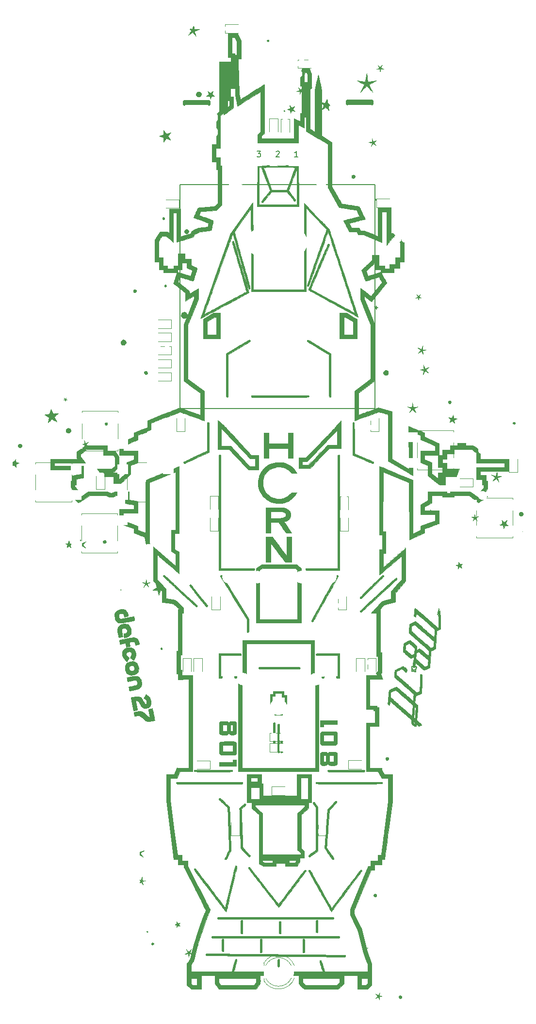
<source format=gto>
G04 #@! TF.GenerationSoftware,KiCad,Pcbnew,(5.1.0)-1*
G04 #@! TF.CreationDate,2019-06-02T04:00:07-06:00*
G04 #@! TF.ProjectId,hcrn,6863726e-2e6b-4696-9361-645f70636258,0.1*
G04 #@! TF.SameCoordinates,Original*
G04 #@! TF.FileFunction,Legend,Top*
G04 #@! TF.FilePolarity,Positive*
%FSLAX46Y46*%
G04 Gerber Fmt 4.6, Leading zero omitted, Abs format (unit mm)*
G04 Created by KiCad (PCBNEW (5.1.0)-1) date 2019-06-02 04:00:07*
%MOMM*%
%LPD*%
G04 APERTURE LIST*
%ADD10C,0.203200*%
%ADD11C,0.150000*%
%ADD12C,0.010000*%
%ADD13C,0.120000*%
%ADD14C,0.500000*%
%ADD15C,0.100000*%
%ADD16C,1.385520*%
%ADD17C,1.388060*%
%ADD18O,10.400000X5.400000*%
%ADD19C,1.120000*%
%ADD20C,1.400000*%
%ADD21C,3.900000*%
%ADD22C,2.900000*%
%ADD23R,2.400000X2.900000*%
%ADD24C,1.900000*%
%ADD25C,1.600000*%
%ADD26R,1.950000X1.700000*%
%ADD27C,1.275000*%
%ADD28R,1.470000X2.200000*%
%ADD29O,1.470000X2.200000*%
%ADD30C,1.850000*%
%ADD31C,1.600000*%
%ADD32C,1.300000*%
%ADD33C,2.178000*%
%ADD34C,2.127200*%
%ADD35O,2.127200X2.127200*%
%ADD36R,2.127200X2.127200*%
%ADD37O,1.400000X1.400000*%
%ADD38R,1.400000X1.400000*%
G04 APERTURE END LIST*
D10*
X173001333Y-45183619D02*
X173630285Y-45183619D01*
X173291619Y-45570666D01*
X173436761Y-45570666D01*
X173533523Y-45619047D01*
X173581904Y-45667428D01*
X173630285Y-45764190D01*
X173630285Y-46006095D01*
X173581904Y-46102857D01*
X173533523Y-46151238D01*
X173436761Y-46199619D01*
X173146476Y-46199619D01*
X173049714Y-46151238D01*
X173001333Y-46102857D01*
X180170285Y-46199619D02*
X179589714Y-46199619D01*
X179880000Y-46199619D02*
X179880000Y-45183619D01*
X179783238Y-45328761D01*
X179686476Y-45425523D01*
X179589714Y-45473904D01*
X176339714Y-45280380D02*
X176388095Y-45232000D01*
X176484857Y-45183619D01*
X176726761Y-45183619D01*
X176823523Y-45232000D01*
X176871904Y-45280380D01*
X176920285Y-45377142D01*
X176920285Y-45473904D01*
X176871904Y-45619047D01*
X176291333Y-46199619D01*
X176920285Y-46199619D01*
D11*
X193610000Y-90060000D02*
X159610000Y-90060000D01*
X159610000Y-51060000D02*
X193610000Y-51060000D01*
X193610000Y-90060000D02*
X193610000Y-51060000D01*
X159610000Y-51060000D02*
X159610000Y-90060000D01*
D12*
G36*
X161974849Y-23434837D02*
G01*
X161980558Y-23474733D01*
X161985513Y-23546271D01*
X161989131Y-23638763D01*
X161990724Y-23726323D01*
X161992834Y-23969897D01*
X162156875Y-23964695D01*
X162242335Y-23962249D01*
X162345756Y-23959693D01*
X162459589Y-23957167D01*
X162576284Y-23954808D01*
X162688294Y-23952755D01*
X162788069Y-23951147D01*
X162868062Y-23950122D01*
X162920723Y-23949819D01*
X162938530Y-23950360D01*
X162918371Y-23957766D01*
X162864033Y-23977140D01*
X162781283Y-24006441D01*
X162675889Y-24043628D01*
X162553621Y-24086662D01*
X162495542Y-24107071D01*
X162367798Y-24152543D01*
X162254670Y-24193971D01*
X162161877Y-24229163D01*
X162095139Y-24255929D01*
X162060177Y-24272079D01*
X162056334Y-24275270D01*
X162063101Y-24298520D01*
X162082016Y-24355564D01*
X162110995Y-24440329D01*
X162147954Y-24546737D01*
X162190810Y-24668714D01*
X162205100Y-24709113D01*
X162248996Y-24833987D01*
X162287201Y-24944541D01*
X162317730Y-25034876D01*
X162338598Y-25099090D01*
X162347820Y-25131281D01*
X162347975Y-25133867D01*
X162334096Y-25119211D01*
X162298537Y-25075479D01*
X162245038Y-25007448D01*
X162177338Y-24919893D01*
X162099176Y-24817592D01*
X162063775Y-24770909D01*
X161785467Y-24403106D01*
X161682775Y-24483363D01*
X161536905Y-24596776D01*
X161404288Y-24698733D01*
X161288094Y-24786881D01*
X161191491Y-24858867D01*
X161117649Y-24912337D01*
X161069735Y-24944937D01*
X161050919Y-24954314D01*
X161051382Y-24952313D01*
X161068706Y-24926098D01*
X161106140Y-24871043D01*
X161159625Y-24793064D01*
X161225102Y-24698075D01*
X161298513Y-24591995D01*
X161304461Y-24583417D01*
X161377993Y-24477262D01*
X161443622Y-24382271D01*
X161497376Y-24304218D01*
X161535278Y-24248875D01*
X161553355Y-24222014D01*
X161553867Y-24221201D01*
X161544171Y-24198593D01*
X161502685Y-24158748D01*
X161434094Y-24105919D01*
X161402325Y-24083618D01*
X161236248Y-23969583D01*
X161311864Y-23904121D01*
X161387481Y-23838659D01*
X161522673Y-23879218D01*
X161595547Y-23898538D01*
X161654009Y-23909429D01*
X161684114Y-23909704D01*
X161700604Y-23886269D01*
X161724304Y-23831002D01*
X161751621Y-23753004D01*
X161771117Y-23689251D01*
X161801798Y-23588627D01*
X161827638Y-23520198D01*
X161853090Y-23474861D01*
X161882607Y-23443510D01*
X161896478Y-23432897D01*
X161961084Y-23386924D01*
X161974849Y-23434837D01*
X161974849Y-23434837D01*
G37*
X161974849Y-23434837D02*
X161980558Y-23474733D01*
X161985513Y-23546271D01*
X161989131Y-23638763D01*
X161990724Y-23726323D01*
X161992834Y-23969897D01*
X162156875Y-23964695D01*
X162242335Y-23962249D01*
X162345756Y-23959693D01*
X162459589Y-23957167D01*
X162576284Y-23954808D01*
X162688294Y-23952755D01*
X162788069Y-23951147D01*
X162868062Y-23950122D01*
X162920723Y-23949819D01*
X162938530Y-23950360D01*
X162918371Y-23957766D01*
X162864033Y-23977140D01*
X162781283Y-24006441D01*
X162675889Y-24043628D01*
X162553621Y-24086662D01*
X162495542Y-24107071D01*
X162367798Y-24152543D01*
X162254670Y-24193971D01*
X162161877Y-24229163D01*
X162095139Y-24255929D01*
X162060177Y-24272079D01*
X162056334Y-24275270D01*
X162063101Y-24298520D01*
X162082016Y-24355564D01*
X162110995Y-24440329D01*
X162147954Y-24546737D01*
X162190810Y-24668714D01*
X162205100Y-24709113D01*
X162248996Y-24833987D01*
X162287201Y-24944541D01*
X162317730Y-25034876D01*
X162338598Y-25099090D01*
X162347820Y-25131281D01*
X162347975Y-25133867D01*
X162334096Y-25119211D01*
X162298537Y-25075479D01*
X162245038Y-25007448D01*
X162177338Y-24919893D01*
X162099176Y-24817592D01*
X162063775Y-24770909D01*
X161785467Y-24403106D01*
X161682775Y-24483363D01*
X161536905Y-24596776D01*
X161404288Y-24698733D01*
X161288094Y-24786881D01*
X161191491Y-24858867D01*
X161117649Y-24912337D01*
X161069735Y-24944937D01*
X161050919Y-24954314D01*
X161051382Y-24952313D01*
X161068706Y-24926098D01*
X161106140Y-24871043D01*
X161159625Y-24793064D01*
X161225102Y-24698075D01*
X161298513Y-24591995D01*
X161304461Y-24583417D01*
X161377993Y-24477262D01*
X161443622Y-24382271D01*
X161497376Y-24304218D01*
X161535278Y-24248875D01*
X161553355Y-24222014D01*
X161553867Y-24221201D01*
X161544171Y-24198593D01*
X161502685Y-24158748D01*
X161434094Y-24105919D01*
X161402325Y-24083618D01*
X161236248Y-23969583D01*
X161311864Y-23904121D01*
X161387481Y-23838659D01*
X161522673Y-23879218D01*
X161595547Y-23898538D01*
X161654009Y-23909429D01*
X161684114Y-23909704D01*
X161700604Y-23886269D01*
X161724304Y-23831002D01*
X161751621Y-23753004D01*
X161771117Y-23689251D01*
X161801798Y-23588627D01*
X161827638Y-23520198D01*
X161853090Y-23474861D01*
X161882607Y-23443510D01*
X161896478Y-23432897D01*
X161961084Y-23386924D01*
X161974849Y-23434837D01*
G36*
X174964500Y-25788400D02*
G01*
X175017105Y-25826584D01*
X175021879Y-25831288D01*
X175065061Y-25899076D01*
X175070173Y-25971368D01*
X175037078Y-26038066D01*
X175024844Y-26050810D01*
X174956831Y-26090580D01*
X174884442Y-26093967D01*
X174819509Y-26061483D01*
X174800203Y-26041062D01*
X174760755Y-25965888D01*
X174761728Y-25896242D01*
X174802188Y-25837216D01*
X174842514Y-25810300D01*
X174911178Y-25783543D01*
X174964500Y-25788400D01*
X174964500Y-25788400D01*
G37*
X174964500Y-25788400D02*
X175017105Y-25826584D01*
X175021879Y-25831288D01*
X175065061Y-25899076D01*
X175070173Y-25971368D01*
X175037078Y-26038066D01*
X175024844Y-26050810D01*
X174956831Y-26090580D01*
X174884442Y-26093967D01*
X174819509Y-26061483D01*
X174800203Y-26041062D01*
X174760755Y-25965888D01*
X174761728Y-25896242D01*
X174802188Y-25837216D01*
X174842514Y-25810300D01*
X174911178Y-25783543D01*
X174964500Y-25788400D01*
G36*
X194274984Y-30367085D02*
G01*
X194473632Y-30562754D01*
X194659720Y-30377669D01*
X194845807Y-30192583D01*
X194747421Y-30404250D01*
X194706658Y-30492163D01*
X194672268Y-30566736D01*
X194648344Y-30619069D01*
X194639440Y-30639065D01*
X194653632Y-30656559D01*
X194699361Y-30687395D01*
X194769651Y-30727340D01*
X194857526Y-30772160D01*
X194863502Y-30775055D01*
X194952338Y-30818494D01*
X195024784Y-30854945D01*
X195073735Y-30880758D01*
X195092088Y-30892283D01*
X195092038Y-30892465D01*
X195070307Y-30891636D01*
X195016056Y-30885681D01*
X194938641Y-30875693D01*
X194885834Y-30868345D01*
X194765746Y-30850838D01*
X194681015Y-30840633D01*
X194624829Y-30841266D01*
X194590378Y-30856274D01*
X194570853Y-30889194D01*
X194559443Y-30943562D01*
X194549339Y-31022914D01*
X194546553Y-31044542D01*
X194529600Y-31168564D01*
X194516025Y-31251645D01*
X194504413Y-31294906D01*
X194493353Y-31299465D01*
X194481432Y-31266443D01*
X194467235Y-31196961D01*
X194453673Y-31118169D01*
X194436642Y-31021839D01*
X194420396Y-30940075D01*
X194406958Y-30882494D01*
X194399353Y-30859904D01*
X194380879Y-30850486D01*
X194338587Y-30849733D01*
X194266929Y-30858053D01*
X194160360Y-30875859D01*
X194144379Y-30878759D01*
X194049309Y-30895473D01*
X193970872Y-30908029D01*
X193917581Y-30915149D01*
X193898045Y-30915767D01*
X193912536Y-30903762D01*
X193957004Y-30876824D01*
X194023808Y-30839433D01*
X194076354Y-30811240D01*
X194182316Y-30755180D01*
X194255589Y-30714326D01*
X194300576Y-30683485D01*
X194321682Y-30657463D01*
X194323312Y-30631067D01*
X194309870Y-30599104D01*
X194288452Y-30561155D01*
X194251410Y-30494708D01*
X194204423Y-30409058D01*
X194157451Y-30322361D01*
X194155958Y-30319583D01*
X194076336Y-30171417D01*
X194274984Y-30367085D01*
X194274984Y-30367085D01*
G37*
X194274984Y-30367085D02*
X194473632Y-30562754D01*
X194659720Y-30377669D01*
X194845807Y-30192583D01*
X194747421Y-30404250D01*
X194706658Y-30492163D01*
X194672268Y-30566736D01*
X194648344Y-30619069D01*
X194639440Y-30639065D01*
X194653632Y-30656559D01*
X194699361Y-30687395D01*
X194769651Y-30727340D01*
X194857526Y-30772160D01*
X194863502Y-30775055D01*
X194952338Y-30818494D01*
X195024784Y-30854945D01*
X195073735Y-30880758D01*
X195092088Y-30892283D01*
X195092038Y-30892465D01*
X195070307Y-30891636D01*
X195016056Y-30885681D01*
X194938641Y-30875693D01*
X194885834Y-30868345D01*
X194765746Y-30850838D01*
X194681015Y-30840633D01*
X194624829Y-30841266D01*
X194590378Y-30856274D01*
X194570853Y-30889194D01*
X194559443Y-30943562D01*
X194549339Y-31022914D01*
X194546553Y-31044542D01*
X194529600Y-31168564D01*
X194516025Y-31251645D01*
X194504413Y-31294906D01*
X194493353Y-31299465D01*
X194481432Y-31266443D01*
X194467235Y-31196961D01*
X194453673Y-31118169D01*
X194436642Y-31021839D01*
X194420396Y-30940075D01*
X194406958Y-30882494D01*
X194399353Y-30859904D01*
X194380879Y-30850486D01*
X194338587Y-30849733D01*
X194266929Y-30858053D01*
X194160360Y-30875859D01*
X194144379Y-30878759D01*
X194049309Y-30895473D01*
X193970872Y-30908029D01*
X193917581Y-30915149D01*
X193898045Y-30915767D01*
X193912536Y-30903762D01*
X193957004Y-30876824D01*
X194023808Y-30839433D01*
X194076354Y-30811240D01*
X194182316Y-30755180D01*
X194255589Y-30714326D01*
X194300576Y-30683485D01*
X194321682Y-30657463D01*
X194323312Y-30631067D01*
X194309870Y-30599104D01*
X194288452Y-30561155D01*
X194251410Y-30494708D01*
X194204423Y-30409058D01*
X194157451Y-30322361D01*
X194155958Y-30319583D01*
X194076336Y-30171417D01*
X194274984Y-30367085D01*
G36*
X182432193Y-33911749D02*
G01*
X182470635Y-33920482D01*
X182507796Y-33951949D01*
X182542106Y-34007360D01*
X182563785Y-34068894D01*
X182566834Y-34095786D01*
X182547712Y-34178547D01*
X182497181Y-34248598D01*
X182425491Y-34295538D01*
X182356218Y-34309500D01*
X182336069Y-34306687D01*
X182323354Y-34293002D01*
X182316376Y-34260573D01*
X182313435Y-34201530D01*
X182312834Y-34108417D01*
X182312834Y-33907333D01*
X182374602Y-33907333D01*
X182432193Y-33911749D01*
X182432193Y-33911749D01*
G37*
X182432193Y-33911749D02*
X182470635Y-33920482D01*
X182507796Y-33951949D01*
X182542106Y-34007360D01*
X182563785Y-34068894D01*
X182566834Y-34095786D01*
X182547712Y-34178547D01*
X182497181Y-34248598D01*
X182425491Y-34295538D01*
X182356218Y-34309500D01*
X182336069Y-34306687D01*
X182323354Y-34293002D01*
X182316376Y-34260573D01*
X182313435Y-34201530D01*
X182312834Y-34108417D01*
X182312834Y-33907333D01*
X182374602Y-33907333D01*
X182432193Y-33911749D01*
G36*
X192143945Y-31656267D02*
G01*
X192153775Y-31706648D01*
X192168421Y-31790070D01*
X192187146Y-31902124D01*
X192209212Y-32038397D01*
X192233884Y-32194480D01*
X192260425Y-32365961D01*
X192260876Y-32368909D01*
X192376746Y-33125390D01*
X192430081Y-33114240D01*
X192464659Y-33108069D01*
X192533317Y-33096678D01*
X192630096Y-33081003D01*
X192749038Y-33061975D01*
X192884183Y-33040528D01*
X193029572Y-33017596D01*
X193179246Y-32994111D01*
X193327247Y-32971007D01*
X193467614Y-32949217D01*
X193594390Y-32929675D01*
X193701615Y-32913313D01*
X193783329Y-32901066D01*
X193833575Y-32893865D01*
X193846976Y-32892333D01*
X193831752Y-32901697D01*
X193782930Y-32927842D01*
X193704756Y-32968581D01*
X193601476Y-33021727D01*
X193477337Y-33085090D01*
X193336585Y-33156485D01*
X193219618Y-33215524D01*
X193066997Y-33292736D01*
X192926036Y-33364689D01*
X192801313Y-33428999D01*
X192697406Y-33483277D01*
X192618893Y-33525138D01*
X192570350Y-33552197D01*
X192556496Y-33561204D01*
X192555467Y-33579272D01*
X192567855Y-33620321D01*
X192594738Y-33686750D01*
X192637198Y-33780956D01*
X192696315Y-33905336D01*
X192773171Y-34062289D01*
X192868745Y-34254013D01*
X192946377Y-34408885D01*
X193017558Y-34551094D01*
X193080165Y-34676382D01*
X193132076Y-34780492D01*
X193171167Y-34859167D01*
X193195315Y-34908150D01*
X193202515Y-34923333D01*
X193187698Y-34908869D01*
X193146422Y-34867722D01*
X193082046Y-34803262D01*
X192997926Y-34718858D01*
X192897421Y-34617878D01*
X192783888Y-34503691D01*
X192668571Y-34387608D01*
X192136596Y-33851883D01*
X191603702Y-34382316D01*
X191070808Y-34912750D01*
X191412366Y-34242617D01*
X191753925Y-33572483D01*
X191473087Y-33424724D01*
X191357442Y-33364382D01*
X191217205Y-33291991D01*
X191065679Y-33214374D01*
X190916167Y-33138351D01*
X190821834Y-33090744D01*
X190710384Y-33033648D01*
X190615548Y-32982999D01*
X190542450Y-32941708D01*
X190496214Y-32912689D01*
X190481965Y-32898856D01*
X190483167Y-32898208D01*
X190511071Y-32900033D01*
X190575546Y-32908135D01*
X190671421Y-32921742D01*
X190793526Y-32940085D01*
X190936689Y-32962392D01*
X191095739Y-32987895D01*
X191202834Y-33005430D01*
X191367959Y-33032461D01*
X191519286Y-33056809D01*
X191651878Y-33077710D01*
X191760798Y-33094406D01*
X191841110Y-33106135D01*
X191887875Y-33112135D01*
X191897968Y-33112584D01*
X191902891Y-33090933D01*
X191913608Y-33032309D01*
X191929304Y-32941551D01*
X191949162Y-32823499D01*
X191972366Y-32682993D01*
X191998101Y-32524873D01*
X192019758Y-32390226D01*
X192046963Y-32220288D01*
X192072169Y-32062967D01*
X192094564Y-31923324D01*
X192113336Y-31806418D01*
X192127672Y-31717310D01*
X192136761Y-31661060D01*
X192139668Y-31643340D01*
X192143945Y-31656267D01*
X192143945Y-31656267D01*
G37*
X192143945Y-31656267D02*
X192153775Y-31706648D01*
X192168421Y-31790070D01*
X192187146Y-31902124D01*
X192209212Y-32038397D01*
X192233884Y-32194480D01*
X192260425Y-32365961D01*
X192260876Y-32368909D01*
X192376746Y-33125390D01*
X192430081Y-33114240D01*
X192464659Y-33108069D01*
X192533317Y-33096678D01*
X192630096Y-33081003D01*
X192749038Y-33061975D01*
X192884183Y-33040528D01*
X193029572Y-33017596D01*
X193179246Y-32994111D01*
X193327247Y-32971007D01*
X193467614Y-32949217D01*
X193594390Y-32929675D01*
X193701615Y-32913313D01*
X193783329Y-32901066D01*
X193833575Y-32893865D01*
X193846976Y-32892333D01*
X193831752Y-32901697D01*
X193782930Y-32927842D01*
X193704756Y-32968581D01*
X193601476Y-33021727D01*
X193477337Y-33085090D01*
X193336585Y-33156485D01*
X193219618Y-33215524D01*
X193066997Y-33292736D01*
X192926036Y-33364689D01*
X192801313Y-33428999D01*
X192697406Y-33483277D01*
X192618893Y-33525138D01*
X192570350Y-33552197D01*
X192556496Y-33561204D01*
X192555467Y-33579272D01*
X192567855Y-33620321D01*
X192594738Y-33686750D01*
X192637198Y-33780956D01*
X192696315Y-33905336D01*
X192773171Y-34062289D01*
X192868745Y-34254013D01*
X192946377Y-34408885D01*
X193017558Y-34551094D01*
X193080165Y-34676382D01*
X193132076Y-34780492D01*
X193171167Y-34859167D01*
X193195315Y-34908150D01*
X193202515Y-34923333D01*
X193187698Y-34908869D01*
X193146422Y-34867722D01*
X193082046Y-34803262D01*
X192997926Y-34718858D01*
X192897421Y-34617878D01*
X192783888Y-34503691D01*
X192668571Y-34387608D01*
X192136596Y-33851883D01*
X191603702Y-34382316D01*
X191070808Y-34912750D01*
X191412366Y-34242617D01*
X191753925Y-33572483D01*
X191473087Y-33424724D01*
X191357442Y-33364382D01*
X191217205Y-33291991D01*
X191065679Y-33214374D01*
X190916167Y-33138351D01*
X190821834Y-33090744D01*
X190710384Y-33033648D01*
X190615548Y-32982999D01*
X190542450Y-32941708D01*
X190496214Y-32912689D01*
X190481965Y-32898856D01*
X190483167Y-32898208D01*
X190511071Y-32900033D01*
X190575546Y-32908135D01*
X190671421Y-32921742D01*
X190793526Y-32940085D01*
X190936689Y-32962392D01*
X191095739Y-32987895D01*
X191202834Y-33005430D01*
X191367959Y-33032461D01*
X191519286Y-33056809D01*
X191651878Y-33077710D01*
X191760798Y-33094406D01*
X191841110Y-33106135D01*
X191887875Y-33112135D01*
X191897968Y-33112584D01*
X191902891Y-33090933D01*
X191913608Y-33032309D01*
X191929304Y-32941551D01*
X191949162Y-32823499D01*
X191972366Y-32682993D01*
X191998101Y-32524873D01*
X192019758Y-32390226D01*
X192046963Y-32220288D01*
X192072169Y-32062967D01*
X192094564Y-31923324D01*
X192113336Y-31806418D01*
X192127672Y-31717310D01*
X192136761Y-31661060D01*
X192139668Y-31643340D01*
X192143945Y-31656267D01*
G36*
X180259489Y-34092641D02*
G01*
X180293499Y-34136241D01*
X180342639Y-34200983D01*
X180401940Y-34280382D01*
X180407693Y-34288144D01*
X180473913Y-34376330D01*
X180520760Y-34434631D01*
X180553210Y-34467793D01*
X180576240Y-34480561D01*
X180594825Y-34477679D01*
X180601923Y-34473352D01*
X180639980Y-34446199D01*
X180696776Y-34405093D01*
X180735332Y-34376976D01*
X180831167Y-34306869D01*
X180831167Y-34368509D01*
X180817876Y-34425068D01*
X180783226Y-34494186D01*
X180764926Y-34521591D01*
X180698685Y-34613033D01*
X180765117Y-34667642D01*
X180817543Y-34727132D01*
X180831358Y-34780861D01*
X180826763Y-34821657D01*
X180804509Y-34831320D01*
X180772959Y-34825387D01*
X180710504Y-34808083D01*
X180667794Y-34794012D01*
X180646258Y-34788818D01*
X180629045Y-34795957D01*
X180612457Y-34821969D01*
X180592798Y-34873396D01*
X180566370Y-34956780D01*
X180555389Y-34992903D01*
X180526339Y-35088187D01*
X180500059Y-35173188D01*
X180480047Y-35236654D01*
X180471724Y-35262000D01*
X180463709Y-35267092D01*
X180457700Y-35230293D01*
X180453734Y-35151999D01*
X180451844Y-35032607D01*
X180451838Y-35031649D01*
X180450167Y-34748381D01*
X180173035Y-34758388D01*
X179895904Y-34768395D01*
X179998410Y-34729448D01*
X180075678Y-34701257D01*
X180169617Y-34668583D01*
X180238500Y-34645547D01*
X180310371Y-34620699D01*
X180365990Y-34598948D01*
X180393102Y-34585137D01*
X180393107Y-34560344D01*
X180380718Y-34503992D01*
X180358063Y-34424285D01*
X180327271Y-34329427D01*
X180325122Y-34323173D01*
X180293140Y-34229220D01*
X180267562Y-34151763D01*
X180250845Y-34098417D01*
X180245447Y-34076797D01*
X180245581Y-34076667D01*
X180259489Y-34092641D01*
X180259489Y-34092641D01*
G37*
X180259489Y-34092641D02*
X180293499Y-34136241D01*
X180342639Y-34200983D01*
X180401940Y-34280382D01*
X180407693Y-34288144D01*
X180473913Y-34376330D01*
X180520760Y-34434631D01*
X180553210Y-34467793D01*
X180576240Y-34480561D01*
X180594825Y-34477679D01*
X180601923Y-34473352D01*
X180639980Y-34446199D01*
X180696776Y-34405093D01*
X180735332Y-34376976D01*
X180831167Y-34306869D01*
X180831167Y-34368509D01*
X180817876Y-34425068D01*
X180783226Y-34494186D01*
X180764926Y-34521591D01*
X180698685Y-34613033D01*
X180765117Y-34667642D01*
X180817543Y-34727132D01*
X180831358Y-34780861D01*
X180826763Y-34821657D01*
X180804509Y-34831320D01*
X180772959Y-34825387D01*
X180710504Y-34808083D01*
X180667794Y-34794012D01*
X180646258Y-34788818D01*
X180629045Y-34795957D01*
X180612457Y-34821969D01*
X180592798Y-34873396D01*
X180566370Y-34956780D01*
X180555389Y-34992903D01*
X180526339Y-35088187D01*
X180500059Y-35173188D01*
X180480047Y-35236654D01*
X180471724Y-35262000D01*
X180463709Y-35267092D01*
X180457700Y-35230293D01*
X180453734Y-35151999D01*
X180451844Y-35032607D01*
X180451838Y-35031649D01*
X180450167Y-34748381D01*
X180173035Y-34758388D01*
X179895904Y-34768395D01*
X179998410Y-34729448D01*
X180075678Y-34701257D01*
X180169617Y-34668583D01*
X180238500Y-34645547D01*
X180310371Y-34620699D01*
X180365990Y-34598948D01*
X180393102Y-34585137D01*
X180393107Y-34560344D01*
X180380718Y-34503992D01*
X180358063Y-34424285D01*
X180327271Y-34329427D01*
X180325122Y-34323173D01*
X180293140Y-34229220D01*
X180267562Y-34151763D01*
X180250845Y-34098417D01*
X180245447Y-34076797D01*
X180245581Y-34076667D01*
X180259489Y-34092641D01*
G36*
X163021697Y-34866246D02*
G01*
X163131400Y-34938306D01*
X163214518Y-35037418D01*
X163265547Y-35157936D01*
X163277166Y-35223066D01*
X163276504Y-35353421D01*
X163242449Y-35463987D01*
X163171390Y-35565064D01*
X163148984Y-35588500D01*
X163037390Y-35673559D01*
X162915471Y-35718220D01*
X162786877Y-35721875D01*
X162655262Y-35683917D01*
X162634382Y-35674049D01*
X162522606Y-35596125D01*
X162441629Y-35489204D01*
X162394239Y-35364405D01*
X162384017Y-35242190D01*
X162410407Y-35124840D01*
X162467708Y-35018527D01*
X162550217Y-34929421D01*
X162652233Y-34863692D01*
X162768055Y-34827510D01*
X162890912Y-34826883D01*
X163021697Y-34866246D01*
X163021697Y-34866246D01*
G37*
X163021697Y-34866246D02*
X163131400Y-34938306D01*
X163214518Y-35037418D01*
X163265547Y-35157936D01*
X163277166Y-35223066D01*
X163276504Y-35353421D01*
X163242449Y-35463987D01*
X163171390Y-35565064D01*
X163148984Y-35588500D01*
X163037390Y-35673559D01*
X162915471Y-35718220D01*
X162786877Y-35721875D01*
X162655262Y-35683917D01*
X162634382Y-35674049D01*
X162522606Y-35596125D01*
X162441629Y-35489204D01*
X162394239Y-35364405D01*
X162384017Y-35242190D01*
X162410407Y-35124840D01*
X162467708Y-35018527D01*
X162550217Y-34929421D01*
X162652233Y-34863692D01*
X162768055Y-34827510D01*
X162890912Y-34826883D01*
X163021697Y-34866246D01*
G36*
X165308840Y-34764704D02*
G01*
X165295093Y-34818887D01*
X165272785Y-34897276D01*
X165244110Y-34991822D01*
X165242749Y-34996184D01*
X165214093Y-35092599D01*
X165192398Y-35174676D01*
X165179739Y-35233864D01*
X165178190Y-35261612D01*
X165178314Y-35261834D01*
X165199621Y-35280962D01*
X165248718Y-35318564D01*
X165318403Y-35369292D01*
X165401474Y-35427796D01*
X165405530Y-35430607D01*
X165620459Y-35579500D01*
X165366442Y-35579500D01*
X165232509Y-35581874D01*
X165139688Y-35589054D01*
X165087017Y-35601128D01*
X165078590Y-35605958D01*
X165059418Y-35635836D01*
X165032472Y-35697399D01*
X165001379Y-35781565D01*
X164970803Y-35875833D01*
X164939328Y-35977351D01*
X164916874Y-36042975D01*
X164901043Y-36077574D01*
X164889433Y-36086017D01*
X164879642Y-36073174D01*
X164876865Y-36066333D01*
X164861474Y-36024133D01*
X164836235Y-35953406D01*
X164805221Y-35865606D01*
X164784878Y-35807619D01*
X164712878Y-35601822D01*
X164441541Y-35595953D01*
X164170204Y-35590083D01*
X164383269Y-35432311D01*
X164464157Y-35371413D01*
X164530936Y-35319231D01*
X164577106Y-35280983D01*
X164596168Y-35261889D01*
X164596334Y-35261241D01*
X164589609Y-35237230D01*
X164571298Y-35181672D01*
X164544194Y-35102835D01*
X164511093Y-35008988D01*
X164510991Y-35008703D01*
X164478572Y-34915586D01*
X164453105Y-34838102D01*
X164437111Y-34784245D01*
X164433111Y-34762008D01*
X164433161Y-34761950D01*
X164452339Y-34770403D01*
X164499250Y-34798912D01*
X164567041Y-34843120D01*
X164648861Y-34898669D01*
X164657001Y-34904299D01*
X164741571Y-34960681D01*
X164814949Y-35005502D01*
X164869613Y-35034449D01*
X164898039Y-35043210D01*
X164898873Y-35042947D01*
X164925058Y-35025992D01*
X164976637Y-34988540D01*
X165045809Y-34936365D01*
X165114304Y-34883434D01*
X165190088Y-34825366D01*
X165252894Y-34779351D01*
X165295825Y-34750301D01*
X165311831Y-34742775D01*
X165308840Y-34764704D01*
X165308840Y-34764704D01*
G37*
X165308840Y-34764704D02*
X165295093Y-34818887D01*
X165272785Y-34897276D01*
X165244110Y-34991822D01*
X165242749Y-34996184D01*
X165214093Y-35092599D01*
X165192398Y-35174676D01*
X165179739Y-35233864D01*
X165178190Y-35261612D01*
X165178314Y-35261834D01*
X165199621Y-35280962D01*
X165248718Y-35318564D01*
X165318403Y-35369292D01*
X165401474Y-35427796D01*
X165405530Y-35430607D01*
X165620459Y-35579500D01*
X165366442Y-35579500D01*
X165232509Y-35581874D01*
X165139688Y-35589054D01*
X165087017Y-35601128D01*
X165078590Y-35605958D01*
X165059418Y-35635836D01*
X165032472Y-35697399D01*
X165001379Y-35781565D01*
X164970803Y-35875833D01*
X164939328Y-35977351D01*
X164916874Y-36042975D01*
X164901043Y-36077574D01*
X164889433Y-36086017D01*
X164879642Y-36073174D01*
X164876865Y-36066333D01*
X164861474Y-36024133D01*
X164836235Y-35953406D01*
X164805221Y-35865606D01*
X164784878Y-35807619D01*
X164712878Y-35601822D01*
X164441541Y-35595953D01*
X164170204Y-35590083D01*
X164383269Y-35432311D01*
X164464157Y-35371413D01*
X164530936Y-35319231D01*
X164577106Y-35280983D01*
X164596168Y-35261889D01*
X164596334Y-35261241D01*
X164589609Y-35237230D01*
X164571298Y-35181672D01*
X164544194Y-35102835D01*
X164511093Y-35008988D01*
X164510991Y-35008703D01*
X164478572Y-34915586D01*
X164453105Y-34838102D01*
X164437111Y-34784245D01*
X164433111Y-34762008D01*
X164433161Y-34761950D01*
X164452339Y-34770403D01*
X164499250Y-34798912D01*
X164567041Y-34843120D01*
X164648861Y-34898669D01*
X164657001Y-34904299D01*
X164741571Y-34960681D01*
X164814949Y-35005502D01*
X164869613Y-35034449D01*
X164898039Y-35043210D01*
X164898873Y-35042947D01*
X164925058Y-35025992D01*
X164976637Y-34988540D01*
X165045809Y-34936365D01*
X165114304Y-34883434D01*
X165190088Y-34825366D01*
X165252894Y-34779351D01*
X165295825Y-34750301D01*
X165311831Y-34742775D01*
X165308840Y-34764704D01*
G36*
X185288065Y-36477942D02*
G01*
X185310658Y-36614027D01*
X185328761Y-36713983D01*
X185343906Y-36783585D01*
X185357621Y-36828606D01*
X185371439Y-36854820D01*
X185386889Y-36868003D01*
X185392041Y-36870268D01*
X185426936Y-36878678D01*
X185495607Y-36891492D01*
X185589897Y-36907319D01*
X185701645Y-36924767D01*
X185777055Y-36935925D01*
X186119194Y-36985472D01*
X185777055Y-37163477D01*
X185668106Y-37220218D01*
X185573144Y-37269784D01*
X185498133Y-37309055D01*
X185449036Y-37334907D01*
X185431823Y-37344199D01*
X185434167Y-37364858D01*
X185442590Y-37420447D01*
X185456009Y-37504173D01*
X185473339Y-37609244D01*
X185489737Y-37706750D01*
X185509432Y-37825437D01*
X185525891Y-37929509D01*
X185538052Y-38011842D01*
X185544855Y-38065312D01*
X185545721Y-38082536D01*
X185530001Y-38073524D01*
X185489402Y-38038747D01*
X185428723Y-37982631D01*
X185352759Y-37909602D01*
X185273230Y-37831020D01*
X185005761Y-37563552D01*
X184693303Y-37725109D01*
X184589036Y-37778801D01*
X184498625Y-37824942D01*
X184428431Y-37860318D01*
X184384815Y-37881717D01*
X184373422Y-37886667D01*
X184364860Y-37874192D01*
X184373354Y-37835106D01*
X184399883Y-37766917D01*
X184445423Y-37667132D01*
X184510953Y-37533259D01*
X184515857Y-37523459D01*
X184665714Y-37224315D01*
X184515857Y-37073452D01*
X184447452Y-37003483D01*
X184403816Y-36953772D01*
X184379400Y-36915030D01*
X184368657Y-36877966D01*
X184366037Y-36833293D01*
X184366000Y-36822544D01*
X184369010Y-36764196D01*
X184376662Y-36728374D01*
X184381875Y-36722947D01*
X184407971Y-36726310D01*
X184466848Y-36735105D01*
X184549500Y-36747958D01*
X184637415Y-36761961D01*
X184877079Y-36800528D01*
X185052023Y-36451126D01*
X185226966Y-36101725D01*
X185288065Y-36477942D01*
X185288065Y-36477942D01*
G37*
X185288065Y-36477942D02*
X185310658Y-36614027D01*
X185328761Y-36713983D01*
X185343906Y-36783585D01*
X185357621Y-36828606D01*
X185371439Y-36854820D01*
X185386889Y-36868003D01*
X185392041Y-36870268D01*
X185426936Y-36878678D01*
X185495607Y-36891492D01*
X185589897Y-36907319D01*
X185701645Y-36924767D01*
X185777055Y-36935925D01*
X186119194Y-36985472D01*
X185777055Y-37163477D01*
X185668106Y-37220218D01*
X185573144Y-37269784D01*
X185498133Y-37309055D01*
X185449036Y-37334907D01*
X185431823Y-37344199D01*
X185434167Y-37364858D01*
X185442590Y-37420447D01*
X185456009Y-37504173D01*
X185473339Y-37609244D01*
X185489737Y-37706750D01*
X185509432Y-37825437D01*
X185525891Y-37929509D01*
X185538052Y-38011842D01*
X185544855Y-38065312D01*
X185545721Y-38082536D01*
X185530001Y-38073524D01*
X185489402Y-38038747D01*
X185428723Y-37982631D01*
X185352759Y-37909602D01*
X185273230Y-37831020D01*
X185005761Y-37563552D01*
X184693303Y-37725109D01*
X184589036Y-37778801D01*
X184498625Y-37824942D01*
X184428431Y-37860318D01*
X184384815Y-37881717D01*
X184373422Y-37886667D01*
X184364860Y-37874192D01*
X184373354Y-37835106D01*
X184399883Y-37766917D01*
X184445423Y-37667132D01*
X184510953Y-37533259D01*
X184515857Y-37523459D01*
X184665714Y-37224315D01*
X184515857Y-37073452D01*
X184447452Y-37003483D01*
X184403816Y-36953772D01*
X184379400Y-36915030D01*
X184368657Y-36877966D01*
X184366037Y-36833293D01*
X184366000Y-36822544D01*
X184369010Y-36764196D01*
X184376662Y-36728374D01*
X184381875Y-36722947D01*
X184407971Y-36726310D01*
X184466848Y-36735105D01*
X184549500Y-36747958D01*
X184637415Y-36761961D01*
X184877079Y-36800528D01*
X185052023Y-36451126D01*
X185226966Y-36101725D01*
X185288065Y-36477942D01*
G36*
X177810261Y-38094932D02*
G01*
X177842795Y-38142760D01*
X177846667Y-38172417D01*
X177828901Y-38231260D01*
X177781073Y-38263794D01*
X177751417Y-38267667D01*
X177702843Y-38256204D01*
X177681567Y-38242267D01*
X177655592Y-38191679D01*
X177662342Y-38137930D01*
X177695870Y-38095075D01*
X177750228Y-38077173D01*
X177751417Y-38077167D01*
X177810261Y-38094932D01*
X177810261Y-38094932D01*
G37*
X177810261Y-38094932D02*
X177842795Y-38142760D01*
X177846667Y-38172417D01*
X177828901Y-38231260D01*
X177781073Y-38263794D01*
X177751417Y-38267667D01*
X177702843Y-38256204D01*
X177681567Y-38242267D01*
X177655592Y-38191679D01*
X177662342Y-38137930D01*
X177695870Y-38095075D01*
X177750228Y-38077173D01*
X177751417Y-38077167D01*
X177810261Y-38094932D01*
G36*
X178759189Y-37251692D02*
G01*
X178797594Y-37295892D01*
X178848969Y-37355288D01*
X178906582Y-37422069D01*
X178963701Y-37488424D01*
X179013595Y-37546541D01*
X179049533Y-37588608D01*
X179064783Y-37606813D01*
X179064872Y-37606941D01*
X179084616Y-37601478D01*
X179135733Y-37582214D01*
X179210718Y-37552099D01*
X179302065Y-37514079D01*
X179312532Y-37509650D01*
X179556321Y-37406336D01*
X179445278Y-37589462D01*
X179395413Y-37672210D01*
X179351766Y-37745567D01*
X179320438Y-37799235D01*
X179310128Y-37817633D01*
X179302396Y-37840325D01*
X179306779Y-37866274D01*
X179327252Y-37902163D01*
X179367788Y-37954675D01*
X179432362Y-38030493D01*
X179446062Y-38046232D01*
X179508477Y-38119106D01*
X179558178Y-38179614D01*
X179589925Y-38221200D01*
X179598712Y-38237177D01*
X179576391Y-38235690D01*
X179521697Y-38225936D01*
X179443403Y-38209608D01*
X179369869Y-38192998D01*
X179277187Y-38171851D01*
X179199345Y-38154903D01*
X179145855Y-38144176D01*
X179127250Y-38141427D01*
X179108806Y-38158648D01*
X179074569Y-38205449D01*
X179029545Y-38274541D01*
X178982200Y-38352713D01*
X178933021Y-38435767D01*
X178892018Y-38503469D01*
X178863624Y-38548601D01*
X178852374Y-38564000D01*
X178847547Y-38544720D01*
X178840547Y-38494113D01*
X178832868Y-38423023D01*
X178832685Y-38421125D01*
X178823264Y-38325887D01*
X178813206Y-38228252D01*
X178806774Y-38168414D01*
X178794611Y-38058577D01*
X178542608Y-38000761D01*
X178290604Y-37942945D01*
X178535807Y-37837577D01*
X178638098Y-37792808D01*
X178706959Y-37759961D01*
X178748283Y-37735275D01*
X178767963Y-37714987D01*
X178771891Y-37695339D01*
X178770591Y-37687729D01*
X178764235Y-37647089D01*
X178757366Y-37581994D01*
X178750636Y-37502370D01*
X178744701Y-37418143D01*
X178740212Y-37339238D01*
X178737824Y-37275580D01*
X178738190Y-37237095D01*
X178740485Y-37230500D01*
X178759189Y-37251692D01*
X178759189Y-37251692D01*
G37*
X178759189Y-37251692D02*
X178797594Y-37295892D01*
X178848969Y-37355288D01*
X178906582Y-37422069D01*
X178963701Y-37488424D01*
X179013595Y-37546541D01*
X179049533Y-37588608D01*
X179064783Y-37606813D01*
X179064872Y-37606941D01*
X179084616Y-37601478D01*
X179135733Y-37582214D01*
X179210718Y-37552099D01*
X179302065Y-37514079D01*
X179312532Y-37509650D01*
X179556321Y-37406336D01*
X179445278Y-37589462D01*
X179395413Y-37672210D01*
X179351766Y-37745567D01*
X179320438Y-37799235D01*
X179310128Y-37817633D01*
X179302396Y-37840325D01*
X179306779Y-37866274D01*
X179327252Y-37902163D01*
X179367788Y-37954675D01*
X179432362Y-38030493D01*
X179446062Y-38046232D01*
X179508477Y-38119106D01*
X179558178Y-38179614D01*
X179589925Y-38221200D01*
X179598712Y-38237177D01*
X179576391Y-38235690D01*
X179521697Y-38225936D01*
X179443403Y-38209608D01*
X179369869Y-38192998D01*
X179277187Y-38171851D01*
X179199345Y-38154903D01*
X179145855Y-38144176D01*
X179127250Y-38141427D01*
X179108806Y-38158648D01*
X179074569Y-38205449D01*
X179029545Y-38274541D01*
X178982200Y-38352713D01*
X178933021Y-38435767D01*
X178892018Y-38503469D01*
X178863624Y-38548601D01*
X178852374Y-38564000D01*
X178847547Y-38544720D01*
X178840547Y-38494113D01*
X178832868Y-38423023D01*
X178832685Y-38421125D01*
X178823264Y-38325887D01*
X178813206Y-38228252D01*
X178806774Y-38168414D01*
X178794611Y-38058577D01*
X178542608Y-38000761D01*
X178290604Y-37942945D01*
X178535807Y-37837577D01*
X178638098Y-37792808D01*
X178706959Y-37759961D01*
X178748283Y-37735275D01*
X178767963Y-37714987D01*
X178771891Y-37695339D01*
X178770591Y-37687729D01*
X178764235Y-37647089D01*
X178757366Y-37581994D01*
X178750636Y-37502370D01*
X178744701Y-37418143D01*
X178740212Y-37339238D01*
X178737824Y-37275580D01*
X178738190Y-37237095D01*
X178740485Y-37230500D01*
X178759189Y-37251692D01*
G36*
X156952989Y-41857806D02*
G01*
X157023259Y-41958426D01*
X157084580Y-42046237D01*
X157133074Y-42115686D01*
X157164865Y-42161220D01*
X157176056Y-42177262D01*
X157196169Y-42173016D01*
X157249086Y-42158322D01*
X157327207Y-42135374D01*
X157422936Y-42106365D01*
X157442817Y-42100248D01*
X157595644Y-42053192D01*
X157712596Y-42017518D01*
X157798223Y-41992050D01*
X157857077Y-41975609D01*
X157893709Y-41967018D01*
X157912672Y-41965098D01*
X157918515Y-41968671D01*
X157915791Y-41976560D01*
X157914910Y-41978068D01*
X157897632Y-42002771D01*
X157859370Y-42055147D01*
X157804644Y-42129082D01*
X157737976Y-42218461D01*
X157681435Y-42293844D01*
X157463216Y-42584106D01*
X157683866Y-42896906D01*
X157753947Y-42996918D01*
X157814270Y-43084271D01*
X157861080Y-43153426D01*
X157890624Y-43198838D01*
X157899297Y-43214925D01*
X157878565Y-43210256D01*
X157824322Y-43194060D01*
X157743149Y-43168411D01*
X157641625Y-43135380D01*
X157547052Y-43103988D01*
X157432124Y-43065938D01*
X157330611Y-43033119D01*
X157249533Y-43007737D01*
X157195908Y-42991999D01*
X157177493Y-42987833D01*
X157157751Y-43003978D01*
X157117893Y-43048558D01*
X157062724Y-43115787D01*
X156997051Y-43199882D01*
X156954521Y-43256141D01*
X156884021Y-43350465D01*
X156821012Y-43434675D01*
X156770508Y-43502077D01*
X156737523Y-43545978D01*
X156728600Y-43557766D01*
X156719264Y-43561789D01*
X156712008Y-43543592D01*
X156706457Y-43498962D01*
X156702234Y-43423688D01*
X156698965Y-43313557D01*
X156696850Y-43201604D01*
X156690584Y-42812124D01*
X155955732Y-42557142D01*
X156721430Y-42323438D01*
X156727173Y-41933067D01*
X156732917Y-41542696D01*
X156952989Y-41857806D01*
X156952989Y-41857806D01*
G37*
X156952989Y-41857806D02*
X157023259Y-41958426D01*
X157084580Y-42046237D01*
X157133074Y-42115686D01*
X157164865Y-42161220D01*
X157176056Y-42177262D01*
X157196169Y-42173016D01*
X157249086Y-42158322D01*
X157327207Y-42135374D01*
X157422936Y-42106365D01*
X157442817Y-42100248D01*
X157595644Y-42053192D01*
X157712596Y-42017518D01*
X157798223Y-41992050D01*
X157857077Y-41975609D01*
X157893709Y-41967018D01*
X157912672Y-41965098D01*
X157918515Y-41968671D01*
X157915791Y-41976560D01*
X157914910Y-41978068D01*
X157897632Y-42002771D01*
X157859370Y-42055147D01*
X157804644Y-42129082D01*
X157737976Y-42218461D01*
X157681435Y-42293844D01*
X157463216Y-42584106D01*
X157683866Y-42896906D01*
X157753947Y-42996918D01*
X157814270Y-43084271D01*
X157861080Y-43153426D01*
X157890624Y-43198838D01*
X157899297Y-43214925D01*
X157878565Y-43210256D01*
X157824322Y-43194060D01*
X157743149Y-43168411D01*
X157641625Y-43135380D01*
X157547052Y-43103988D01*
X157432124Y-43065938D01*
X157330611Y-43033119D01*
X157249533Y-43007737D01*
X157195908Y-42991999D01*
X157177493Y-42987833D01*
X157157751Y-43003978D01*
X157117893Y-43048558D01*
X157062724Y-43115787D01*
X156997051Y-43199882D01*
X156954521Y-43256141D01*
X156884021Y-43350465D01*
X156821012Y-43434675D01*
X156770508Y-43502077D01*
X156737523Y-43545978D01*
X156728600Y-43557766D01*
X156719264Y-43561789D01*
X156712008Y-43543592D01*
X156706457Y-43498962D01*
X156702234Y-43423688D01*
X156698965Y-43313557D01*
X156696850Y-43201604D01*
X156690584Y-42812124D01*
X155955732Y-42557142D01*
X156721430Y-42323438D01*
X156727173Y-41933067D01*
X156732917Y-41542696D01*
X156952989Y-41857806D01*
G36*
X193084985Y-43009309D02*
G01*
X193105471Y-43058347D01*
X193135212Y-43132912D01*
X193171363Y-43225963D01*
X193181603Y-43252688D01*
X193220148Y-43351237D01*
X193254513Y-43434789D01*
X193281429Y-43495703D01*
X193297629Y-43526341D01*
X193299505Y-43528307D01*
X193324210Y-43524759D01*
X193380545Y-43507967D01*
X193460855Y-43480456D01*
X193557484Y-43444756D01*
X193587621Y-43433172D01*
X193688999Y-43393759D01*
X193760677Y-43366935D01*
X193802222Y-43354782D01*
X193813204Y-43359386D01*
X193793193Y-43382829D01*
X193741757Y-43427197D01*
X193658465Y-43494573D01*
X193558384Y-43574625D01*
X193491451Y-43630026D01*
X193439257Y-43676641D01*
X193409267Y-43707634D01*
X193404926Y-43715209D01*
X193417394Y-43739139D01*
X193450998Y-43785382D01*
X193498839Y-43844532D01*
X193505841Y-43852792D01*
X193597557Y-43961745D01*
X193669425Y-44049926D01*
X193719472Y-44114760D01*
X193745730Y-44153672D01*
X193746225Y-44164088D01*
X193742834Y-44162391D01*
X193712844Y-44143670D01*
X193655938Y-44107500D01*
X193580766Y-44059396D01*
X193510000Y-44013910D01*
X193427277Y-43960748D01*
X193356654Y-43915572D01*
X193306346Y-43883624D01*
X193285628Y-43870747D01*
X193265441Y-43882364D01*
X193227594Y-43926221D01*
X193175537Y-43997864D01*
X193112719Y-44092837D01*
X193108294Y-44099793D01*
X193051632Y-44188373D01*
X193003396Y-44262473D01*
X192967893Y-44315572D01*
X192949430Y-44341155D01*
X192947909Y-44342500D01*
X192950652Y-44323303D01*
X192962593Y-44270685D01*
X192981935Y-44192108D01*
X193006882Y-44095032D01*
X193014118Y-44067480D01*
X193040767Y-43965915D01*
X193063014Y-43880098D01*
X193078868Y-43817779D01*
X193086341Y-43786712D01*
X193086667Y-43784746D01*
X193067396Y-43776931D01*
X193014594Y-43760914D01*
X192935778Y-43738849D01*
X192838463Y-43712892D01*
X192812377Y-43706112D01*
X192712350Y-43679666D01*
X192629660Y-43656689D01*
X192571583Y-43639288D01*
X192545398Y-43629573D01*
X192544709Y-43628569D01*
X192567121Y-43624813D01*
X192623578Y-43619316D01*
X192705859Y-43612783D01*
X192805746Y-43605918D01*
X192818653Y-43605097D01*
X192920678Y-43597864D01*
X193006630Y-43590254D01*
X193068092Y-43583123D01*
X193096646Y-43577325D01*
X193097428Y-43576794D01*
X193100377Y-43552581D01*
X193100427Y-43494280D01*
X193097756Y-43410026D01*
X193092544Y-43307952D01*
X193090945Y-43281879D01*
X193084610Y-43177376D01*
X193079802Y-43089388D01*
X193076914Y-43025837D01*
X193076338Y-42994645D01*
X193076598Y-42992837D01*
X193084985Y-43009309D01*
X193084985Y-43009309D01*
G37*
X193084985Y-43009309D02*
X193105471Y-43058347D01*
X193135212Y-43132912D01*
X193171363Y-43225963D01*
X193181603Y-43252688D01*
X193220148Y-43351237D01*
X193254513Y-43434789D01*
X193281429Y-43495703D01*
X193297629Y-43526341D01*
X193299505Y-43528307D01*
X193324210Y-43524759D01*
X193380545Y-43507967D01*
X193460855Y-43480456D01*
X193557484Y-43444756D01*
X193587621Y-43433172D01*
X193688999Y-43393759D01*
X193760677Y-43366935D01*
X193802222Y-43354782D01*
X193813204Y-43359386D01*
X193793193Y-43382829D01*
X193741757Y-43427197D01*
X193658465Y-43494573D01*
X193558384Y-43574625D01*
X193491451Y-43630026D01*
X193439257Y-43676641D01*
X193409267Y-43707634D01*
X193404926Y-43715209D01*
X193417394Y-43739139D01*
X193450998Y-43785382D01*
X193498839Y-43844532D01*
X193505841Y-43852792D01*
X193597557Y-43961745D01*
X193669425Y-44049926D01*
X193719472Y-44114760D01*
X193745730Y-44153672D01*
X193746225Y-44164088D01*
X193742834Y-44162391D01*
X193712844Y-44143670D01*
X193655938Y-44107500D01*
X193580766Y-44059396D01*
X193510000Y-44013910D01*
X193427277Y-43960748D01*
X193356654Y-43915572D01*
X193306346Y-43883624D01*
X193285628Y-43870747D01*
X193265441Y-43882364D01*
X193227594Y-43926221D01*
X193175537Y-43997864D01*
X193112719Y-44092837D01*
X193108294Y-44099793D01*
X193051632Y-44188373D01*
X193003396Y-44262473D01*
X192967893Y-44315572D01*
X192949430Y-44341155D01*
X192947909Y-44342500D01*
X192950652Y-44323303D01*
X192962593Y-44270685D01*
X192981935Y-44192108D01*
X193006882Y-44095032D01*
X193014118Y-44067480D01*
X193040767Y-43965915D01*
X193063014Y-43880098D01*
X193078868Y-43817779D01*
X193086341Y-43786712D01*
X193086667Y-43784746D01*
X193067396Y-43776931D01*
X193014594Y-43760914D01*
X192935778Y-43738849D01*
X192838463Y-43712892D01*
X192812377Y-43706112D01*
X192712350Y-43679666D01*
X192629660Y-43656689D01*
X192571583Y-43639288D01*
X192545398Y-43629573D01*
X192544709Y-43628569D01*
X192567121Y-43624813D01*
X192623578Y-43619316D01*
X192705859Y-43612783D01*
X192805746Y-43605918D01*
X192818653Y-43605097D01*
X192920678Y-43597864D01*
X193006630Y-43590254D01*
X193068092Y-43583123D01*
X193096646Y-43577325D01*
X193097428Y-43576794D01*
X193100377Y-43552581D01*
X193100427Y-43494280D01*
X193097756Y-43410026D01*
X193092544Y-43307952D01*
X193090945Y-43281879D01*
X193084610Y-43177376D01*
X193079802Y-43089388D01*
X193076914Y-43025837D01*
X193076338Y-42994645D01*
X193076598Y-42992837D01*
X193084985Y-43009309D01*
G36*
X189920883Y-49336510D02*
G01*
X190007339Y-49385867D01*
X190055078Y-49438055D01*
X190101516Y-49535715D01*
X190111662Y-49635026D01*
X190089984Y-49729035D01*
X190040949Y-49810787D01*
X189969025Y-49873327D01*
X189878680Y-49909703D01*
X189774382Y-49912958D01*
X189752474Y-49909073D01*
X189652708Y-49868614D01*
X189577220Y-49799986D01*
X189529573Y-49711786D01*
X189513333Y-49612614D01*
X189532064Y-49511069D01*
X189562599Y-49451001D01*
X189634238Y-49376111D01*
X189724433Y-49331892D01*
X189823281Y-49318605D01*
X189920883Y-49336510D01*
X189920883Y-49336510D01*
G37*
X189920883Y-49336510D02*
X190007339Y-49385867D01*
X190055078Y-49438055D01*
X190101516Y-49535715D01*
X190111662Y-49635026D01*
X190089984Y-49729035D01*
X190040949Y-49810787D01*
X189969025Y-49873327D01*
X189878680Y-49909703D01*
X189774382Y-49912958D01*
X189752474Y-49909073D01*
X189652708Y-49868614D01*
X189577220Y-49799986D01*
X189529573Y-49711786D01*
X189513333Y-49612614D01*
X189532064Y-49511069D01*
X189562599Y-49451001D01*
X189634238Y-49376111D01*
X189724433Y-49331892D01*
X189823281Y-49318605D01*
X189920883Y-49336510D01*
G36*
X193725731Y-53513442D02*
G01*
X193765666Y-53558477D01*
X193784003Y-53615086D01*
X193773502Y-53675893D01*
X193742834Y-53719333D01*
X193679426Y-53756265D01*
X193607620Y-53753846D01*
X193557043Y-53728716D01*
X193520445Y-53680121D01*
X193509764Y-53615247D01*
X193525711Y-53551826D01*
X193548709Y-53521530D01*
X193610014Y-53487593D01*
X193671434Y-53487356D01*
X193725731Y-53513442D01*
X193725731Y-53513442D01*
G37*
X193725731Y-53513442D02*
X193765666Y-53558477D01*
X193784003Y-53615086D01*
X193773502Y-53675893D01*
X193742834Y-53719333D01*
X193679426Y-53756265D01*
X193607620Y-53753846D01*
X193557043Y-53728716D01*
X193520445Y-53680121D01*
X193509764Y-53615247D01*
X193525711Y-53551826D01*
X193548709Y-53521530D01*
X193610014Y-53487593D01*
X193671434Y-53487356D01*
X193725731Y-53513442D01*
G36*
X156710683Y-56732058D02*
G01*
X156794659Y-56760731D01*
X156853692Y-56814727D01*
X156886215Y-56884615D01*
X156890660Y-56960965D01*
X156865460Y-57034343D01*
X156809048Y-57095318D01*
X156774410Y-57115563D01*
X156708873Y-57141724D01*
X156658881Y-57143832D01*
X156604613Y-57121100D01*
X156582224Y-57107914D01*
X156515540Y-57045916D01*
X156483698Y-56968795D01*
X156487364Y-56886409D01*
X156527205Y-56808616D01*
X156559770Y-56775469D01*
X156613356Y-56738823D01*
X156666645Y-56728405D01*
X156710683Y-56732058D01*
X156710683Y-56732058D01*
G37*
X156710683Y-56732058D02*
X156794659Y-56760731D01*
X156853692Y-56814727D01*
X156886215Y-56884615D01*
X156890660Y-56960965D01*
X156865460Y-57034343D01*
X156809048Y-57095318D01*
X156774410Y-57115563D01*
X156708873Y-57141724D01*
X156658881Y-57143832D01*
X156604613Y-57121100D01*
X156582224Y-57107914D01*
X156515540Y-57045916D01*
X156483698Y-56968795D01*
X156487364Y-56886409D01*
X156527205Y-56808616D01*
X156559770Y-56775469D01*
X156613356Y-56738823D01*
X156666645Y-56728405D01*
X156710683Y-56732058D01*
G36*
X160827063Y-58851450D02*
G01*
X160922415Y-58902575D01*
X160999210Y-58984070D01*
X161015311Y-59010636D01*
X161063474Y-59133309D01*
X161069915Y-59248919D01*
X161034648Y-59357342D01*
X160958447Y-59457700D01*
X160855952Y-59534490D01*
X160743399Y-59572493D01*
X160626155Y-59570190D01*
X160591417Y-59561579D01*
X160484857Y-59508185D01*
X160399342Y-59421936D01*
X160364817Y-59364003D01*
X160327076Y-59248753D01*
X160329545Y-59136141D01*
X160361803Y-59038858D01*
X160425718Y-58943498D01*
X160512483Y-58876719D01*
X160613816Y-58838880D01*
X160721437Y-58830337D01*
X160827063Y-58851450D01*
X160827063Y-58851450D01*
G37*
X160827063Y-58851450D02*
X160922415Y-58902575D01*
X160999210Y-58984070D01*
X161015311Y-59010636D01*
X161063474Y-59133309D01*
X161069915Y-59248919D01*
X161034648Y-59357342D01*
X160958447Y-59457700D01*
X160855952Y-59534490D01*
X160743399Y-59572493D01*
X160626155Y-59570190D01*
X160591417Y-59561579D01*
X160484857Y-59508185D01*
X160399342Y-59421936D01*
X160364817Y-59364003D01*
X160327076Y-59248753D01*
X160329545Y-59136141D01*
X160361803Y-59038858D01*
X160425718Y-58943498D01*
X160512483Y-58876719D01*
X160613816Y-58838880D01*
X160721437Y-58830337D01*
X160827063Y-58851450D01*
G36*
X157086809Y-68489319D02*
G01*
X157148712Y-68533563D01*
X157187391Y-68595911D01*
X157200262Y-68667044D01*
X157184739Y-68737641D01*
X157138238Y-68798382D01*
X157101403Y-68822748D01*
X157039263Y-68847867D01*
X156985834Y-68847236D01*
X156941557Y-68832511D01*
X156876119Y-68787585D01*
X156839405Y-68724208D01*
X156829705Y-68652187D01*
X156845313Y-68581326D01*
X156884519Y-68521432D01*
X156945616Y-68482311D01*
X157004267Y-68472500D01*
X157086809Y-68489319D01*
X157086809Y-68489319D01*
G37*
X157086809Y-68489319D02*
X157148712Y-68533563D01*
X157187391Y-68595911D01*
X157200262Y-68667044D01*
X157184739Y-68737641D01*
X157138238Y-68798382D01*
X157101403Y-68822748D01*
X157039263Y-68847867D01*
X156985834Y-68847236D01*
X156941557Y-68832511D01*
X156876119Y-68787585D01*
X156839405Y-68724208D01*
X156829705Y-68652187D01*
X156845313Y-68581326D01*
X156884519Y-68521432D01*
X156945616Y-68482311D01*
X157004267Y-68472500D01*
X157086809Y-68489319D01*
G36*
X151700055Y-69272940D02*
G01*
X151798398Y-69295848D01*
X151879147Y-69356933D01*
X151918432Y-69410275D01*
X151953014Y-69502976D01*
X151950232Y-69596649D01*
X151914091Y-69683281D01*
X151848596Y-69754862D01*
X151757753Y-69803383D01*
X151716417Y-69814306D01*
X151637385Y-69811218D01*
X151564362Y-69786297D01*
X151480614Y-69729178D01*
X151429096Y-69654792D01*
X151407793Y-69570762D01*
X151414689Y-69484710D01*
X151447771Y-69404257D01*
X151505024Y-69337026D01*
X151584433Y-69290640D01*
X151683984Y-69272719D01*
X151700055Y-69272940D01*
X151700055Y-69272940D01*
G37*
X151700055Y-69272940D02*
X151798398Y-69295848D01*
X151879147Y-69356933D01*
X151918432Y-69410275D01*
X151953014Y-69502976D01*
X151950232Y-69596649D01*
X151914091Y-69683281D01*
X151848596Y-69754862D01*
X151757753Y-69803383D01*
X151716417Y-69814306D01*
X151637385Y-69811218D01*
X151564362Y-69786297D01*
X151480614Y-69729178D01*
X151429096Y-69654792D01*
X151407793Y-69570762D01*
X151414689Y-69484710D01*
X151447771Y-69404257D01*
X151505024Y-69337026D01*
X151584433Y-69290640D01*
X151683984Y-69272719D01*
X151700055Y-69272940D01*
G36*
X200706667Y-70790250D02*
G01*
X200696084Y-70800833D01*
X200685500Y-70790250D01*
X200696084Y-70779667D01*
X200706667Y-70790250D01*
X200706667Y-70790250D01*
G37*
X200706667Y-70790250D02*
X200696084Y-70800833D01*
X200685500Y-70790250D01*
X200696084Y-70779667D01*
X200706667Y-70790250D01*
G36*
X201407018Y-70371738D02*
G01*
X201368889Y-70450695D01*
X201339338Y-70516084D01*
X201322666Y-70558187D01*
X201320500Y-70567302D01*
X201338189Y-70585422D01*
X201385801Y-70616871D01*
X201455155Y-70656532D01*
X201505709Y-70683117D01*
X201581436Y-70722784D01*
X201637790Y-70754385D01*
X201667845Y-70773904D01*
X201669750Y-70778226D01*
X201640554Y-70775293D01*
X201580334Y-70766854D01*
X201499809Y-70754452D01*
X201459461Y-70747933D01*
X201375696Y-70734809D01*
X201309750Y-70725617D01*
X201271235Y-70721644D01*
X201265293Y-70721985D01*
X201260275Y-70743704D01*
X201250907Y-70797972D01*
X201238750Y-70875422D01*
X201230934Y-70927974D01*
X201216278Y-71016441D01*
X201203161Y-71072492D01*
X201192609Y-71092304D01*
X201188338Y-71086583D01*
X201178775Y-71045787D01*
X201165712Y-70976894D01*
X201151738Y-70893700D01*
X201149673Y-70880521D01*
X201135963Y-70798503D01*
X201123934Y-70750504D01*
X201109953Y-70728546D01*
X201090385Y-70724648D01*
X201079522Y-70726500D01*
X201008012Y-70740694D01*
X200925775Y-70755113D01*
X200846215Y-70767637D01*
X200782733Y-70776143D01*
X200750404Y-70778608D01*
X200752589Y-70769530D01*
X200786331Y-70746116D01*
X200845141Y-70712590D01*
X200879709Y-70694482D01*
X200955073Y-70654283D01*
X201015382Y-70619010D01*
X201050929Y-70594460D01*
X201055830Y-70589307D01*
X201052187Y-70562384D01*
X201031352Y-70507729D01*
X200997076Y-70434400D01*
X200970109Y-70382392D01*
X200870725Y-70197583D01*
X201027161Y-70350884D01*
X201183596Y-70504186D01*
X201338566Y-70350884D01*
X201493536Y-70197583D01*
X201407018Y-70371738D01*
X201407018Y-70371738D01*
G37*
X201407018Y-70371738D02*
X201368889Y-70450695D01*
X201339338Y-70516084D01*
X201322666Y-70558187D01*
X201320500Y-70567302D01*
X201338189Y-70585422D01*
X201385801Y-70616871D01*
X201455155Y-70656532D01*
X201505709Y-70683117D01*
X201581436Y-70722784D01*
X201637790Y-70754385D01*
X201667845Y-70773904D01*
X201669750Y-70778226D01*
X201640554Y-70775293D01*
X201580334Y-70766854D01*
X201499809Y-70754452D01*
X201459461Y-70747933D01*
X201375696Y-70734809D01*
X201309750Y-70725617D01*
X201271235Y-70721644D01*
X201265293Y-70721985D01*
X201260275Y-70743704D01*
X201250907Y-70797972D01*
X201238750Y-70875422D01*
X201230934Y-70927974D01*
X201216278Y-71016441D01*
X201203161Y-71072492D01*
X201192609Y-71092304D01*
X201188338Y-71086583D01*
X201178775Y-71045787D01*
X201165712Y-70976894D01*
X201151738Y-70893700D01*
X201149673Y-70880521D01*
X201135963Y-70798503D01*
X201123934Y-70750504D01*
X201109953Y-70728546D01*
X201090385Y-70724648D01*
X201079522Y-70726500D01*
X201008012Y-70740694D01*
X200925775Y-70755113D01*
X200846215Y-70767637D01*
X200782733Y-70776143D01*
X200750404Y-70778608D01*
X200752589Y-70769530D01*
X200786331Y-70746116D01*
X200845141Y-70712590D01*
X200879709Y-70694482D01*
X200955073Y-70654283D01*
X201015382Y-70619010D01*
X201050929Y-70594460D01*
X201055830Y-70589307D01*
X201052187Y-70562384D01*
X201031352Y-70507729D01*
X200997076Y-70434400D01*
X200970109Y-70382392D01*
X200870725Y-70197583D01*
X201027161Y-70350884D01*
X201183596Y-70504186D01*
X201338566Y-70350884D01*
X201493536Y-70197583D01*
X201407018Y-70371738D01*
G36*
X193833150Y-72240600D02*
G01*
X193843681Y-72305075D01*
X193853355Y-72349944D01*
X193858031Y-72362420D01*
X193881859Y-72371442D01*
X193933865Y-72385414D01*
X193977467Y-72395621D01*
X194088318Y-72420237D01*
X193867810Y-72523517D01*
X193881844Y-72635842D01*
X193887837Y-72698050D01*
X193888355Y-72738840D01*
X193885319Y-72748167D01*
X193866383Y-72733804D01*
X193829300Y-72696996D01*
X193800920Y-72666435D01*
X193751589Y-72617496D01*
X193716937Y-72599138D01*
X193692424Y-72604099D01*
X193650154Y-72625025D01*
X193591541Y-72651128D01*
X193582079Y-72655118D01*
X193506391Y-72686743D01*
X193566080Y-72580559D01*
X193625768Y-72474376D01*
X193541426Y-72386454D01*
X193457084Y-72298533D01*
X193541750Y-72312812D01*
X193605154Y-72324555D01*
X193654707Y-72335510D01*
X193661670Y-72337404D01*
X193690294Y-72330980D01*
X193724137Y-72292535D01*
X193756889Y-72237541D01*
X193816854Y-72127365D01*
X193833150Y-72240600D01*
X193833150Y-72240600D01*
G37*
X193833150Y-72240600D02*
X193843681Y-72305075D01*
X193853355Y-72349944D01*
X193858031Y-72362420D01*
X193881859Y-72371442D01*
X193933865Y-72385414D01*
X193977467Y-72395621D01*
X194088318Y-72420237D01*
X193867810Y-72523517D01*
X193881844Y-72635842D01*
X193887837Y-72698050D01*
X193888355Y-72738840D01*
X193885319Y-72748167D01*
X193866383Y-72733804D01*
X193829300Y-72696996D01*
X193800920Y-72666435D01*
X193751589Y-72617496D01*
X193716937Y-72599138D01*
X193692424Y-72604099D01*
X193650154Y-72625025D01*
X193591541Y-72651128D01*
X193582079Y-72655118D01*
X193506391Y-72686743D01*
X193566080Y-72580559D01*
X193625768Y-72474376D01*
X193541426Y-72386454D01*
X193457084Y-72298533D01*
X193541750Y-72312812D01*
X193605154Y-72324555D01*
X193654707Y-72335510D01*
X193661670Y-72337404D01*
X193690294Y-72330980D01*
X193724137Y-72292535D01*
X193756889Y-72237541D01*
X193816854Y-72127365D01*
X193833150Y-72240600D01*
G36*
X160472610Y-73270510D02*
G01*
X160602706Y-73333900D01*
X160709051Y-73424270D01*
X160796895Y-73545400D01*
X160847245Y-73675439D01*
X160862295Y-73808560D01*
X160844238Y-73938940D01*
X160795268Y-74060753D01*
X160717579Y-74168175D01*
X160613364Y-74255382D01*
X160484816Y-74316548D01*
X160363000Y-74343163D01*
X160282612Y-74345595D01*
X160203221Y-74337794D01*
X160187687Y-74334517D01*
X160083716Y-74300156D01*
X159997250Y-74248302D01*
X159911640Y-74168753D01*
X159904327Y-74160886D01*
X159818594Y-74039112D01*
X159770583Y-73905435D01*
X159760010Y-73766591D01*
X159786590Y-73629319D01*
X159850038Y-73500357D01*
X159936557Y-73398707D01*
X160060601Y-73308987D01*
X160195398Y-73257850D01*
X160334788Y-73245092D01*
X160472610Y-73270510D01*
X160472610Y-73270510D01*
G37*
X160472610Y-73270510D02*
X160602706Y-73333900D01*
X160709051Y-73424270D01*
X160796895Y-73545400D01*
X160847245Y-73675439D01*
X160862295Y-73808560D01*
X160844238Y-73938940D01*
X160795268Y-74060753D01*
X160717579Y-74168175D01*
X160613364Y-74255382D01*
X160484816Y-74316548D01*
X160363000Y-74343163D01*
X160282612Y-74345595D01*
X160203221Y-74337794D01*
X160187687Y-74334517D01*
X160083716Y-74300156D01*
X159997250Y-74248302D01*
X159911640Y-74168753D01*
X159904327Y-74160886D01*
X159818594Y-74039112D01*
X159770583Y-73905435D01*
X159760010Y-73766591D01*
X159786590Y-73629319D01*
X159850038Y-73500357D01*
X159936557Y-73398707D01*
X160060601Y-73308987D01*
X160195398Y-73257850D01*
X160334788Y-73245092D01*
X160472610Y-73270510D01*
G36*
X149830197Y-78092698D02*
G01*
X149937485Y-78147912D01*
X150028002Y-78229419D01*
X150094900Y-78334765D01*
X150130557Y-78456140D01*
X150129720Y-78583458D01*
X150092802Y-78706406D01*
X150024995Y-78815276D01*
X149931493Y-78900365D01*
X149876414Y-78931102D01*
X149758754Y-78964440D01*
X149629667Y-78968309D01*
X149506920Y-78942951D01*
X149465168Y-78925471D01*
X149359733Y-78851754D01*
X149283744Y-78754283D01*
X149238170Y-78640623D01*
X149223977Y-78518343D01*
X149242135Y-78395009D01*
X149293609Y-78278189D01*
X149370319Y-78183831D01*
X149476200Y-78109343D01*
X149592705Y-78070960D01*
X149712988Y-78066230D01*
X149830197Y-78092698D01*
X149830197Y-78092698D01*
G37*
X149830197Y-78092698D02*
X149937485Y-78147912D01*
X150028002Y-78229419D01*
X150094900Y-78334765D01*
X150130557Y-78456140D01*
X150129720Y-78583458D01*
X150092802Y-78706406D01*
X150024995Y-78815276D01*
X149931493Y-78900365D01*
X149876414Y-78931102D01*
X149758754Y-78964440D01*
X149629667Y-78968309D01*
X149506920Y-78942951D01*
X149465168Y-78925471D01*
X149359733Y-78851754D01*
X149283744Y-78754283D01*
X149238170Y-78640623D01*
X149223977Y-78518343D01*
X149242135Y-78395009D01*
X149293609Y-78278189D01*
X149370319Y-78183831D01*
X149476200Y-78109343D01*
X149592705Y-78070960D01*
X149712988Y-78066230D01*
X149830197Y-78092698D01*
G36*
X201955500Y-79108750D02*
G01*
X201944917Y-79119333D01*
X201934334Y-79108750D01*
X201944917Y-79098167D01*
X201955500Y-79108750D01*
X201955500Y-79108750D01*
G37*
X201955500Y-79108750D02*
X201944917Y-79119333D01*
X201934334Y-79108750D01*
X201944917Y-79098167D01*
X201955500Y-79108750D01*
G36*
X201931485Y-79194695D02*
G01*
X201928852Y-79250339D01*
X201923009Y-79328759D01*
X201914857Y-79420324D01*
X201905290Y-79515404D01*
X201895209Y-79604369D01*
X201885509Y-79677588D01*
X201879406Y-79714425D01*
X201875202Y-79733867D01*
X201874593Y-79748698D01*
X201882748Y-79760212D01*
X201904835Y-79769704D01*
X201946022Y-79778467D01*
X202011478Y-79787796D01*
X202106371Y-79798984D01*
X202235868Y-79813326D01*
X202304750Y-79820925D01*
X202537584Y-79846696D01*
X202221467Y-79912780D01*
X202111511Y-79936970D01*
X202017257Y-79959993D01*
X201946045Y-79979873D01*
X201905214Y-79994638D01*
X201898422Y-79999650D01*
X201900123Y-80026856D01*
X201909531Y-80087373D01*
X201925234Y-80173171D01*
X201945818Y-80276223D01*
X201954035Y-80315457D01*
X201976053Y-80421056D01*
X201994022Y-80510585D01*
X202006493Y-80576558D01*
X202012018Y-80611485D01*
X202011995Y-80615061D01*
X202000574Y-80599332D01*
X201972167Y-80552955D01*
X201930495Y-80482205D01*
X201879282Y-80393355D01*
X201852187Y-80345738D01*
X201796657Y-80249762D01*
X201747453Y-80168474D01*
X201708653Y-80108325D01*
X201684335Y-80075768D01*
X201679086Y-80071833D01*
X201655251Y-80081930D01*
X201602002Y-80109663D01*
X201526409Y-80151200D01*
X201435544Y-80202705D01*
X201400897Y-80222693D01*
X201305782Y-80277809D01*
X201223150Y-80325681D01*
X201160227Y-80362123D01*
X201124239Y-80382949D01*
X201119417Y-80385733D01*
X201125613Y-80375261D01*
X201156269Y-80338515D01*
X201207154Y-80280354D01*
X201274040Y-80205634D01*
X201327511Y-80146742D01*
X201556772Y-79895570D01*
X201391296Y-79745576D01*
X201312849Y-79674247D01*
X201237470Y-79605324D01*
X201176157Y-79548880D01*
X201151452Y-79525902D01*
X201077084Y-79456222D01*
X201151167Y-79486637D01*
X201201122Y-79507882D01*
X201278052Y-79541452D01*
X201370346Y-79582254D01*
X201442641Y-79614526D01*
X201529970Y-79653400D01*
X201601957Y-79684911D01*
X201650550Y-79705569D01*
X201667584Y-79712000D01*
X201678392Y-79693765D01*
X201702959Y-79643650D01*
X201738030Y-79568543D01*
X201780354Y-79475328D01*
X201797593Y-79436748D01*
X201841847Y-79339408D01*
X201880403Y-79258602D01*
X201909978Y-79200909D01*
X201927288Y-79172905D01*
X201930013Y-79171457D01*
X201931485Y-79194695D01*
X201931485Y-79194695D01*
G37*
X201931485Y-79194695D02*
X201928852Y-79250339D01*
X201923009Y-79328759D01*
X201914857Y-79420324D01*
X201905290Y-79515404D01*
X201895209Y-79604369D01*
X201885509Y-79677588D01*
X201879406Y-79714425D01*
X201875202Y-79733867D01*
X201874593Y-79748698D01*
X201882748Y-79760212D01*
X201904835Y-79769704D01*
X201946022Y-79778467D01*
X202011478Y-79787796D01*
X202106371Y-79798984D01*
X202235868Y-79813326D01*
X202304750Y-79820925D01*
X202537584Y-79846696D01*
X202221467Y-79912780D01*
X202111511Y-79936970D01*
X202017257Y-79959993D01*
X201946045Y-79979873D01*
X201905214Y-79994638D01*
X201898422Y-79999650D01*
X201900123Y-80026856D01*
X201909531Y-80087373D01*
X201925234Y-80173171D01*
X201945818Y-80276223D01*
X201954035Y-80315457D01*
X201976053Y-80421056D01*
X201994022Y-80510585D01*
X202006493Y-80576558D01*
X202012018Y-80611485D01*
X202011995Y-80615061D01*
X202000574Y-80599332D01*
X201972167Y-80552955D01*
X201930495Y-80482205D01*
X201879282Y-80393355D01*
X201852187Y-80345738D01*
X201796657Y-80249762D01*
X201747453Y-80168474D01*
X201708653Y-80108325D01*
X201684335Y-80075768D01*
X201679086Y-80071833D01*
X201655251Y-80081930D01*
X201602002Y-80109663D01*
X201526409Y-80151200D01*
X201435544Y-80202705D01*
X201400897Y-80222693D01*
X201305782Y-80277809D01*
X201223150Y-80325681D01*
X201160227Y-80362123D01*
X201124239Y-80382949D01*
X201119417Y-80385733D01*
X201125613Y-80375261D01*
X201156269Y-80338515D01*
X201207154Y-80280354D01*
X201274040Y-80205634D01*
X201327511Y-80146742D01*
X201556772Y-79895570D01*
X201391296Y-79745576D01*
X201312849Y-79674247D01*
X201237470Y-79605324D01*
X201176157Y-79548880D01*
X201151452Y-79525902D01*
X201077084Y-79456222D01*
X201151167Y-79486637D01*
X201201122Y-79507882D01*
X201278052Y-79541452D01*
X201370346Y-79582254D01*
X201442641Y-79614526D01*
X201529970Y-79653400D01*
X201601957Y-79684911D01*
X201650550Y-79705569D01*
X201667584Y-79712000D01*
X201678392Y-79693765D01*
X201702959Y-79643650D01*
X201738030Y-79568543D01*
X201780354Y-79475328D01*
X201797593Y-79436748D01*
X201841847Y-79339408D01*
X201880403Y-79258602D01*
X201909978Y-79200909D01*
X201927288Y-79172905D01*
X201930013Y-79171457D01*
X201931485Y-79194695D01*
G36*
X202061334Y-82474250D02*
G01*
X202050750Y-82484833D01*
X202040167Y-82474250D01*
X202050750Y-82463667D01*
X202061334Y-82474250D01*
X202061334Y-82474250D01*
G37*
X202061334Y-82474250D02*
X202050750Y-82484833D01*
X202040167Y-82474250D01*
X202050750Y-82463667D01*
X202061334Y-82474250D01*
G36*
X203013834Y-82834083D02*
G01*
X203003250Y-82844667D01*
X202992667Y-82834083D01*
X203003250Y-82823500D01*
X203013834Y-82834083D01*
X203013834Y-82834083D01*
G37*
X203013834Y-82834083D02*
X203003250Y-82844667D01*
X202992667Y-82834083D01*
X203003250Y-82823500D01*
X203013834Y-82834083D01*
G36*
X202075208Y-82538889D02*
G01*
X202099643Y-82582455D01*
X202134920Y-82652862D01*
X202177994Y-82744131D01*
X202207020Y-82807985D01*
X202253707Y-82911680D01*
X202294236Y-83000920D01*
X202325505Y-83068934D01*
X202344409Y-83108949D01*
X202348473Y-83116647D01*
X202368925Y-83111126D01*
X202420165Y-83090706D01*
X202494687Y-83058537D01*
X202584987Y-83017769D01*
X202594369Y-83013445D01*
X202730318Y-82950739D01*
X202829377Y-82906279D01*
X202893251Y-82880913D01*
X202923643Y-82875489D01*
X202922258Y-82890857D01*
X202890800Y-82927865D01*
X202830973Y-82987361D01*
X202744480Y-83070195D01*
X202732088Y-83082032D01*
X202482093Y-83320917D01*
X202676886Y-83532583D01*
X202776783Y-83641075D01*
X202850339Y-83721390D01*
X202899679Y-83776685D01*
X202926930Y-83810116D01*
X202934217Y-83824840D01*
X202923667Y-83824011D01*
X202897406Y-83810788D01*
X202857558Y-83788325D01*
X202843983Y-83780656D01*
X202691755Y-83695217D01*
X202572429Y-83628825D01*
X202482181Y-83579466D01*
X202417190Y-83545128D01*
X202373634Y-83523798D01*
X202347692Y-83513461D01*
X202335540Y-83512106D01*
X202334815Y-83512458D01*
X202319946Y-83533223D01*
X202288892Y-83584192D01*
X202245749Y-83658407D01*
X202194609Y-83748912D01*
X202176821Y-83780907D01*
X202122123Y-83878838D01*
X202072400Y-83966321D01*
X202032355Y-84035187D01*
X202006692Y-84077269D01*
X202002884Y-84082917D01*
X201972747Y-84125250D01*
X201984981Y-84082917D01*
X202002345Y-84015063D01*
X202021918Y-83926231D01*
X202042234Y-83824782D01*
X202061829Y-83719080D01*
X202079235Y-83617488D01*
X202092989Y-83528370D01*
X202101624Y-83460088D01*
X202103675Y-83421008D01*
X202101995Y-83415133D01*
X202075459Y-83407190D01*
X202015031Y-83393147D01*
X201928430Y-83374679D01*
X201823378Y-83353460D01*
X201765660Y-83342210D01*
X201656938Y-83320638D01*
X201565418Y-83301262D01*
X201497981Y-83285639D01*
X201461507Y-83275323D01*
X201457135Y-83272476D01*
X201480084Y-83267141D01*
X201537617Y-83258159D01*
X201622246Y-83246580D01*
X201726482Y-83233455D01*
X201785402Y-83226432D01*
X201897207Y-83212664D01*
X201993622Y-83199491D01*
X202067039Y-83188054D01*
X202109852Y-83179494D01*
X202117446Y-83176610D01*
X202119487Y-83152272D01*
X202116728Y-83093692D01*
X202109745Y-83008619D01*
X202099117Y-82904800D01*
X202093634Y-82856876D01*
X202081255Y-82746488D01*
X202071713Y-82650657D01*
X202065716Y-82577433D01*
X202063975Y-82534866D01*
X202064655Y-82528145D01*
X202075208Y-82538889D01*
X202075208Y-82538889D01*
G37*
X202075208Y-82538889D02*
X202099643Y-82582455D01*
X202134920Y-82652862D01*
X202177994Y-82744131D01*
X202207020Y-82807985D01*
X202253707Y-82911680D01*
X202294236Y-83000920D01*
X202325505Y-83068934D01*
X202344409Y-83108949D01*
X202348473Y-83116647D01*
X202368925Y-83111126D01*
X202420165Y-83090706D01*
X202494687Y-83058537D01*
X202584987Y-83017769D01*
X202594369Y-83013445D01*
X202730318Y-82950739D01*
X202829377Y-82906279D01*
X202893251Y-82880913D01*
X202923643Y-82875489D01*
X202922258Y-82890857D01*
X202890800Y-82927865D01*
X202830973Y-82987361D01*
X202744480Y-83070195D01*
X202732088Y-83082032D01*
X202482093Y-83320917D01*
X202676886Y-83532583D01*
X202776783Y-83641075D01*
X202850339Y-83721390D01*
X202899679Y-83776685D01*
X202926930Y-83810116D01*
X202934217Y-83824840D01*
X202923667Y-83824011D01*
X202897406Y-83810788D01*
X202857558Y-83788325D01*
X202843983Y-83780656D01*
X202691755Y-83695217D01*
X202572429Y-83628825D01*
X202482181Y-83579466D01*
X202417190Y-83545128D01*
X202373634Y-83523798D01*
X202347692Y-83513461D01*
X202335540Y-83512106D01*
X202334815Y-83512458D01*
X202319946Y-83533223D01*
X202288892Y-83584192D01*
X202245749Y-83658407D01*
X202194609Y-83748912D01*
X202176821Y-83780907D01*
X202122123Y-83878838D01*
X202072400Y-83966321D01*
X202032355Y-84035187D01*
X202006692Y-84077269D01*
X202002884Y-84082917D01*
X201972747Y-84125250D01*
X201984981Y-84082917D01*
X202002345Y-84015063D01*
X202021918Y-83926231D01*
X202042234Y-83824782D01*
X202061829Y-83719080D01*
X202079235Y-83617488D01*
X202092989Y-83528370D01*
X202101624Y-83460088D01*
X202103675Y-83421008D01*
X202101995Y-83415133D01*
X202075459Y-83407190D01*
X202015031Y-83393147D01*
X201928430Y-83374679D01*
X201823378Y-83353460D01*
X201765660Y-83342210D01*
X201656938Y-83320638D01*
X201565418Y-83301262D01*
X201497981Y-83285639D01*
X201461507Y-83275323D01*
X201457135Y-83272476D01*
X201480084Y-83267141D01*
X201537617Y-83258159D01*
X201622246Y-83246580D01*
X201726482Y-83233455D01*
X201785402Y-83226432D01*
X201897207Y-83212664D01*
X201993622Y-83199491D01*
X202067039Y-83188054D01*
X202109852Y-83179494D01*
X202117446Y-83176610D01*
X202119487Y-83152272D01*
X202116728Y-83093692D01*
X202109745Y-83008619D01*
X202099117Y-82904800D01*
X202093634Y-82856876D01*
X202081255Y-82746488D01*
X202071713Y-82650657D01*
X202065716Y-82577433D01*
X202063975Y-82534866D01*
X202064655Y-82528145D01*
X202075208Y-82538889D01*
G36*
X153700970Y-83540191D02*
G01*
X153790922Y-83591794D01*
X153853301Y-83672353D01*
X153883628Y-83777412D01*
X153885842Y-83818333D01*
X153867849Y-83928312D01*
X153815940Y-84016841D01*
X153733218Y-84078662D01*
X153731842Y-84079319D01*
X153622295Y-84111134D01*
X153516525Y-84102871D01*
X153446598Y-84072448D01*
X153364458Y-84002069D01*
X153315153Y-83916967D01*
X153296734Y-83824732D01*
X153307253Y-83732954D01*
X153344762Y-83649222D01*
X153407311Y-83581125D01*
X153492952Y-83536254D01*
X153587925Y-83522000D01*
X153700970Y-83540191D01*
X153700970Y-83540191D01*
G37*
X153700970Y-83540191D02*
X153790922Y-83591794D01*
X153853301Y-83672353D01*
X153883628Y-83777412D01*
X153885842Y-83818333D01*
X153867849Y-83928312D01*
X153815940Y-84016841D01*
X153733218Y-84078662D01*
X153731842Y-84079319D01*
X153622295Y-84111134D01*
X153516525Y-84102871D01*
X153446598Y-84072448D01*
X153364458Y-84002069D01*
X153315153Y-83916967D01*
X153296734Y-83824732D01*
X153307253Y-83732954D01*
X153344762Y-83649222D01*
X153407311Y-83581125D01*
X153492952Y-83536254D01*
X153587925Y-83522000D01*
X153700970Y-83540191D01*
G36*
X195584407Y-83381937D02*
G01*
X195690218Y-83415889D01*
X195785274Y-83480231D01*
X195863418Y-83576753D01*
X195879865Y-83606667D01*
X195924802Y-83729249D01*
X195931122Y-83848559D01*
X195913205Y-83936077D01*
X195859123Y-84050303D01*
X195775482Y-84143587D01*
X195670573Y-84210969D01*
X195552684Y-84247490D01*
X195430103Y-84248191D01*
X195401035Y-84242509D01*
X195275611Y-84192584D01*
X195174128Y-84111232D01*
X195101718Y-84004434D01*
X195063509Y-83878171D01*
X195059947Y-83844901D01*
X195068594Y-83716223D01*
X195109598Y-83605409D01*
X195176799Y-83514249D01*
X195264039Y-83444532D01*
X195365160Y-83398048D01*
X195474002Y-83376587D01*
X195584407Y-83381937D01*
X195584407Y-83381937D01*
G37*
X195584407Y-83381937D02*
X195690218Y-83415889D01*
X195785274Y-83480231D01*
X195863418Y-83576753D01*
X195879865Y-83606667D01*
X195924802Y-83729249D01*
X195931122Y-83848559D01*
X195913205Y-83936077D01*
X195859123Y-84050303D01*
X195775482Y-84143587D01*
X195670573Y-84210969D01*
X195552684Y-84247490D01*
X195430103Y-84248191D01*
X195401035Y-84242509D01*
X195275611Y-84192584D01*
X195174128Y-84111232D01*
X195101718Y-84004434D01*
X195063509Y-83878171D01*
X195059947Y-83844901D01*
X195068594Y-83716223D01*
X195109598Y-83605409D01*
X195176799Y-83514249D01*
X195264039Y-83444532D01*
X195365160Y-83398048D01*
X195474002Y-83376587D01*
X195584407Y-83381937D01*
G36*
X139651428Y-88292423D02*
G01*
X139624370Y-88357323D01*
X139607355Y-88404914D01*
X139604017Y-88424072D01*
X139625803Y-88435870D01*
X139674801Y-88458976D01*
X139725941Y-88481964D01*
X139840555Y-88532547D01*
X139703653Y-88530232D01*
X139566750Y-88527917D01*
X139555973Y-88644333D01*
X139547801Y-88707998D01*
X139538771Y-88730194D01*
X139530643Y-88718417D01*
X139517250Y-88669392D01*
X139503441Y-88604536D01*
X139501676Y-88594859D01*
X139494364Y-88556183D01*
X139483619Y-88532749D01*
X139461298Y-88522986D01*
X139419260Y-88525327D01*
X139349364Y-88538203D01*
X139281000Y-88552334D01*
X139266228Y-88550044D01*
X139287536Y-88530461D01*
X139340527Y-88496790D01*
X139452971Y-88430304D01*
X139398736Y-88337758D01*
X139361002Y-88269763D01*
X139348102Y-88235692D01*
X139360657Y-88234746D01*
X139399286Y-88266126D01*
X139431050Y-88296079D01*
X139517601Y-88379750D01*
X139611875Y-88273917D01*
X139706149Y-88168083D01*
X139651428Y-88292423D01*
X139651428Y-88292423D01*
G37*
X139651428Y-88292423D02*
X139624370Y-88357323D01*
X139607355Y-88404914D01*
X139604017Y-88424072D01*
X139625803Y-88435870D01*
X139674801Y-88458976D01*
X139725941Y-88481964D01*
X139840555Y-88532547D01*
X139703653Y-88530232D01*
X139566750Y-88527917D01*
X139555973Y-88644333D01*
X139547801Y-88707998D01*
X139538771Y-88730194D01*
X139530643Y-88718417D01*
X139517250Y-88669392D01*
X139503441Y-88604536D01*
X139501676Y-88594859D01*
X139494364Y-88556183D01*
X139483619Y-88532749D01*
X139461298Y-88522986D01*
X139419260Y-88525327D01*
X139349364Y-88538203D01*
X139281000Y-88552334D01*
X139266228Y-88550044D01*
X139287536Y-88530461D01*
X139340527Y-88496790D01*
X139452971Y-88430304D01*
X139398736Y-88337758D01*
X139361002Y-88269763D01*
X139348102Y-88235692D01*
X139360657Y-88234746D01*
X139399286Y-88266126D01*
X139431050Y-88296079D01*
X139517601Y-88379750D01*
X139611875Y-88273917D01*
X139706149Y-88168083D01*
X139651428Y-88292423D01*
G36*
X206699350Y-88673503D02*
G01*
X206756809Y-88703389D01*
X206793700Y-88734304D01*
X206854869Y-88812821D01*
X206880978Y-88897215D01*
X206876648Y-88981351D01*
X206846500Y-89059092D01*
X206795157Y-89124303D01*
X206727238Y-89170848D01*
X206647365Y-89192593D01*
X206560159Y-89183400D01*
X206483314Y-89146406D01*
X206407370Y-89074319D01*
X206366456Y-88990341D01*
X206358152Y-88902319D01*
X206380038Y-88818101D01*
X206429694Y-88745534D01*
X206504701Y-88692464D01*
X206602637Y-88666741D01*
X206631619Y-88665500D01*
X206699350Y-88673503D01*
X206699350Y-88673503D01*
G37*
X206699350Y-88673503D02*
X206756809Y-88703389D01*
X206793700Y-88734304D01*
X206854869Y-88812821D01*
X206880978Y-88897215D01*
X206876648Y-88981351D01*
X206846500Y-89059092D01*
X206795157Y-89124303D01*
X206727238Y-89170848D01*
X206647365Y-89192593D01*
X206560159Y-89183400D01*
X206483314Y-89146406D01*
X206407370Y-89074319D01*
X206366456Y-88990341D01*
X206358152Y-88902319D01*
X206380038Y-88818101D01*
X206429694Y-88745534D01*
X206504701Y-88692464D01*
X206602637Y-88666741D01*
X206631619Y-88665500D01*
X206699350Y-88673503D01*
G36*
X200219242Y-89459250D02*
G01*
X200238871Y-89595220D01*
X200254533Y-89694870D01*
X200267636Y-89763869D01*
X200279588Y-89807887D01*
X200291795Y-89832594D01*
X200305667Y-89843660D01*
X200315291Y-89846099D01*
X200350109Y-89844976D01*
X200418388Y-89838027D01*
X200511813Y-89826264D01*
X200622067Y-89810696D01*
X200685500Y-89801092D01*
X200797719Y-89783956D01*
X200893993Y-89769749D01*
X200967129Y-89759494D01*
X201009929Y-89754211D01*
X201018050Y-89753848D01*
X201001560Y-89763917D01*
X200953035Y-89789652D01*
X200878410Y-89828002D01*
X200783621Y-89875912D01*
X200686485Y-89924427D01*
X200350454Y-90091394D01*
X200519803Y-90431489D01*
X200689152Y-90771583D01*
X200417252Y-90501803D01*
X200145352Y-90232024D01*
X199874056Y-90501803D01*
X199602759Y-90771583D01*
X199776373Y-90436634D01*
X199833248Y-90324017D01*
X199879570Y-90226572D01*
X199912796Y-90150085D01*
X199930384Y-90100342D01*
X199931451Y-90083655D01*
X199907406Y-90068330D01*
X199852268Y-90037059D01*
X199772518Y-89993396D01*
X199674635Y-89940899D01*
X199584834Y-89893462D01*
X199482123Y-89838949D01*
X199397283Y-89792718D01*
X199335345Y-89757616D01*
X199301338Y-89736487D01*
X199299084Y-89731845D01*
X199368765Y-89747122D01*
X199460290Y-89764244D01*
X199565509Y-89782027D01*
X199676271Y-89799290D01*
X199784426Y-89814849D01*
X199881826Y-89827523D01*
X199960320Y-89836127D01*
X200011758Y-89839480D01*
X200027931Y-89837612D01*
X200036570Y-89811591D01*
X200050277Y-89750841D01*
X200067647Y-89662467D01*
X200087273Y-89553576D01*
X200104927Y-89448667D01*
X200165318Y-89078250D01*
X200219242Y-89459250D01*
X200219242Y-89459250D01*
G37*
X200219242Y-89459250D02*
X200238871Y-89595220D01*
X200254533Y-89694870D01*
X200267636Y-89763869D01*
X200279588Y-89807887D01*
X200291795Y-89832594D01*
X200305667Y-89843660D01*
X200315291Y-89846099D01*
X200350109Y-89844976D01*
X200418388Y-89838027D01*
X200511813Y-89826264D01*
X200622067Y-89810696D01*
X200685500Y-89801092D01*
X200797719Y-89783956D01*
X200893993Y-89769749D01*
X200967129Y-89759494D01*
X201009929Y-89754211D01*
X201018050Y-89753848D01*
X201001560Y-89763917D01*
X200953035Y-89789652D01*
X200878410Y-89828002D01*
X200783621Y-89875912D01*
X200686485Y-89924427D01*
X200350454Y-90091394D01*
X200519803Y-90431489D01*
X200689152Y-90771583D01*
X200417252Y-90501803D01*
X200145352Y-90232024D01*
X199874056Y-90501803D01*
X199602759Y-90771583D01*
X199776373Y-90436634D01*
X199833248Y-90324017D01*
X199879570Y-90226572D01*
X199912796Y-90150085D01*
X199930384Y-90100342D01*
X199931451Y-90083655D01*
X199907406Y-90068330D01*
X199852268Y-90037059D01*
X199772518Y-89993396D01*
X199674635Y-89940899D01*
X199584834Y-89893462D01*
X199482123Y-89838949D01*
X199397283Y-89792718D01*
X199335345Y-89757616D01*
X199301338Y-89736487D01*
X199299084Y-89731845D01*
X199368765Y-89747122D01*
X199460290Y-89764244D01*
X199565509Y-89782027D01*
X199676271Y-89799290D01*
X199784426Y-89814849D01*
X199881826Y-89827523D01*
X199960320Y-89836127D01*
X200011758Y-89839480D01*
X200027931Y-89837612D01*
X200036570Y-89811591D01*
X200050277Y-89750841D01*
X200067647Y-89662467D01*
X200087273Y-89553576D01*
X200104927Y-89448667D01*
X200165318Y-89078250D01*
X200219242Y-89459250D01*
G36*
X137218478Y-90524928D02*
G01*
X137278215Y-90662338D01*
X137324347Y-90768161D01*
X137363321Y-90845940D01*
X137401586Y-90899222D01*
X137445588Y-90931550D01*
X137501775Y-90946469D01*
X137576593Y-90947524D01*
X137676490Y-90938260D01*
X137807913Y-90922221D01*
X137917690Y-90909352D01*
X138041051Y-90895785D01*
X138150666Y-90884011D01*
X138239261Y-90874790D01*
X138299562Y-90868880D01*
X138323574Y-90867019D01*
X138317990Y-90880205D01*
X138285319Y-90916776D01*
X138230172Y-90972053D01*
X138157156Y-91041359D01*
X138101324Y-91092598D01*
X138006715Y-91178445D01*
X137914525Y-91262260D01*
X137833225Y-91336330D01*
X137771288Y-91392942D01*
X137753111Y-91409635D01*
X137653971Y-91500907D01*
X137841590Y-91919126D01*
X137896277Y-92041884D01*
X137944133Y-92150954D01*
X137982741Y-92240689D01*
X138009681Y-92305439D01*
X138022538Y-92339556D01*
X138023189Y-92343366D01*
X138003948Y-92335069D01*
X137953582Y-92308454D01*
X137877536Y-92266536D01*
X137781252Y-92212327D01*
X137670173Y-92148839D01*
X137631764Y-92126693D01*
X137515841Y-92060297D01*
X137411753Y-92001789D01*
X137325240Y-91954307D01*
X137262044Y-91920986D01*
X137227904Y-91904964D01*
X137224169Y-91904000D01*
X137201970Y-91917598D01*
X137154192Y-91955311D01*
X137086342Y-92012513D01*
X137003924Y-92084582D01*
X136928034Y-92152708D01*
X136805343Y-92263784D01*
X136710330Y-92348874D01*
X136639583Y-92410722D01*
X136589688Y-92452073D01*
X136557233Y-92475674D01*
X136538806Y-92484268D01*
X136530995Y-92480602D01*
X136529994Y-92472921D01*
X136534509Y-92444135D01*
X136546728Y-92380690D01*
X136565285Y-92289278D01*
X136588819Y-92176591D01*
X136615965Y-92049320D01*
X136622203Y-92020417D01*
X136649633Y-91892993D01*
X136673561Y-91780730D01*
X136692692Y-91689789D01*
X136705734Y-91626329D01*
X136711393Y-91596511D01*
X136711500Y-91595031D01*
X136693333Y-91584394D01*
X136643739Y-91555766D01*
X136568022Y-91512197D01*
X136471489Y-91456741D01*
X136359445Y-91392447D01*
X136308781Y-91363396D01*
X136193582Y-91296328D01*
X136093707Y-91236195D01*
X136014012Y-91186090D01*
X135959351Y-91149103D01*
X135934581Y-91128327D01*
X135934480Y-91125090D01*
X135962639Y-91120339D01*
X136026217Y-91112089D01*
X136118518Y-91101130D01*
X136232846Y-91088249D01*
X136362505Y-91074237D01*
X136397225Y-91070577D01*
X136833800Y-91024786D01*
X137029206Y-90099514D01*
X137218478Y-90524928D01*
X137218478Y-90524928D01*
G37*
X137218478Y-90524928D02*
X137278215Y-90662338D01*
X137324347Y-90768161D01*
X137363321Y-90845940D01*
X137401586Y-90899222D01*
X137445588Y-90931550D01*
X137501775Y-90946469D01*
X137576593Y-90947524D01*
X137676490Y-90938260D01*
X137807913Y-90922221D01*
X137917690Y-90909352D01*
X138041051Y-90895785D01*
X138150666Y-90884011D01*
X138239261Y-90874790D01*
X138299562Y-90868880D01*
X138323574Y-90867019D01*
X138317990Y-90880205D01*
X138285319Y-90916776D01*
X138230172Y-90972053D01*
X138157156Y-91041359D01*
X138101324Y-91092598D01*
X138006715Y-91178445D01*
X137914525Y-91262260D01*
X137833225Y-91336330D01*
X137771288Y-91392942D01*
X137753111Y-91409635D01*
X137653971Y-91500907D01*
X137841590Y-91919126D01*
X137896277Y-92041884D01*
X137944133Y-92150954D01*
X137982741Y-92240689D01*
X138009681Y-92305439D01*
X138022538Y-92339556D01*
X138023189Y-92343366D01*
X138003948Y-92335069D01*
X137953582Y-92308454D01*
X137877536Y-92266536D01*
X137781252Y-92212327D01*
X137670173Y-92148839D01*
X137631764Y-92126693D01*
X137515841Y-92060297D01*
X137411753Y-92001789D01*
X137325240Y-91954307D01*
X137262044Y-91920986D01*
X137227904Y-91904964D01*
X137224169Y-91904000D01*
X137201970Y-91917598D01*
X137154192Y-91955311D01*
X137086342Y-92012513D01*
X137003924Y-92084582D01*
X136928034Y-92152708D01*
X136805343Y-92263784D01*
X136710330Y-92348874D01*
X136639583Y-92410722D01*
X136589688Y-92452073D01*
X136557233Y-92475674D01*
X136538806Y-92484268D01*
X136530995Y-92480602D01*
X136529994Y-92472921D01*
X136534509Y-92444135D01*
X136546728Y-92380690D01*
X136565285Y-92289278D01*
X136588819Y-92176591D01*
X136615965Y-92049320D01*
X136622203Y-92020417D01*
X136649633Y-91892993D01*
X136673561Y-91780730D01*
X136692692Y-91689789D01*
X136705734Y-91626329D01*
X136711393Y-91596511D01*
X136711500Y-91595031D01*
X136693333Y-91584394D01*
X136643739Y-91555766D01*
X136568022Y-91512197D01*
X136471489Y-91456741D01*
X136359445Y-91392447D01*
X136308781Y-91363396D01*
X136193582Y-91296328D01*
X136093707Y-91236195D01*
X136014012Y-91186090D01*
X135959351Y-91149103D01*
X135934581Y-91128327D01*
X135934480Y-91125090D01*
X135962639Y-91120339D01*
X136026217Y-91112089D01*
X136118518Y-91101130D01*
X136232846Y-91088249D01*
X136362505Y-91074237D01*
X136397225Y-91070577D01*
X136833800Y-91024786D01*
X137029206Y-90099514D01*
X137218478Y-90524928D01*
G36*
X207244764Y-91212336D02*
G01*
X207255473Y-91267551D01*
X207270161Y-91348394D01*
X207287329Y-91446802D01*
X207289500Y-91459500D01*
X207306798Y-91559386D01*
X207321694Y-91642592D01*
X207332714Y-91701089D01*
X207338385Y-91726848D01*
X207338640Y-91727362D01*
X207359916Y-91731709D01*
X207415189Y-91740663D01*
X207496527Y-91752995D01*
X207595998Y-91767477D01*
X207616056Y-91770336D01*
X207889326Y-91809165D01*
X207647621Y-91933847D01*
X207556445Y-91981011D01*
X207479941Y-92020835D01*
X207425402Y-92049503D01*
X207400118Y-92063201D01*
X207399298Y-92063731D01*
X207400248Y-92085296D01*
X207407647Y-92140360D01*
X207420285Y-92220786D01*
X207436952Y-92318437D01*
X207438397Y-92326603D01*
X207455207Y-92425624D01*
X207467829Y-92508438D01*
X207475107Y-92566777D01*
X207475883Y-92592373D01*
X207475652Y-92592737D01*
X207458415Y-92581975D01*
X207417695Y-92546426D01*
X207359548Y-92491627D01*
X207290031Y-92423116D01*
X207288854Y-92421933D01*
X207217549Y-92352118D01*
X207155697Y-92295009D01*
X207109979Y-92256546D01*
X207087199Y-92242667D01*
X207060268Y-92251997D01*
X207004210Y-92277397D01*
X206927233Y-92314983D01*
X206838023Y-92360617D01*
X206751160Y-92405016D01*
X206679778Y-92439665D01*
X206631063Y-92461209D01*
X206612199Y-92466292D01*
X206612167Y-92466098D01*
X206621131Y-92443408D01*
X206645554Y-92390759D01*
X206681732Y-92315938D01*
X206725960Y-92226732D01*
X206727079Y-92224500D01*
X206841991Y-91995372D01*
X206653658Y-91807912D01*
X206583063Y-91736432D01*
X206525854Y-91676178D01*
X206487455Y-91633037D01*
X206473288Y-91612896D01*
X206473464Y-91612314D01*
X206496445Y-91612010D01*
X206551915Y-91617688D01*
X206630620Y-91628277D01*
X206692285Y-91637671D01*
X206810940Y-91656893D01*
X206895881Y-91667847D01*
X206955520Y-91666433D01*
X206998270Y-91648554D01*
X207032545Y-91610111D01*
X207066756Y-91547005D01*
X207109318Y-91455138D01*
X207121641Y-91428503D01*
X207164520Y-91337517D01*
X207200723Y-91262882D01*
X207226751Y-91211656D01*
X207239104Y-91190894D01*
X207239534Y-91190812D01*
X207244764Y-91212336D01*
X207244764Y-91212336D01*
G37*
X207244764Y-91212336D02*
X207255473Y-91267551D01*
X207270161Y-91348394D01*
X207287329Y-91446802D01*
X207289500Y-91459500D01*
X207306798Y-91559386D01*
X207321694Y-91642592D01*
X207332714Y-91701089D01*
X207338385Y-91726848D01*
X207338640Y-91727362D01*
X207359916Y-91731709D01*
X207415189Y-91740663D01*
X207496527Y-91752995D01*
X207595998Y-91767477D01*
X207616056Y-91770336D01*
X207889326Y-91809165D01*
X207647621Y-91933847D01*
X207556445Y-91981011D01*
X207479941Y-92020835D01*
X207425402Y-92049503D01*
X207400118Y-92063201D01*
X207399298Y-92063731D01*
X207400248Y-92085296D01*
X207407647Y-92140360D01*
X207420285Y-92220786D01*
X207436952Y-92318437D01*
X207438397Y-92326603D01*
X207455207Y-92425624D01*
X207467829Y-92508438D01*
X207475107Y-92566777D01*
X207475883Y-92592373D01*
X207475652Y-92592737D01*
X207458415Y-92581975D01*
X207417695Y-92546426D01*
X207359548Y-92491627D01*
X207290031Y-92423116D01*
X207288854Y-92421933D01*
X207217549Y-92352118D01*
X207155697Y-92295009D01*
X207109979Y-92256546D01*
X207087199Y-92242667D01*
X207060268Y-92251997D01*
X207004210Y-92277397D01*
X206927233Y-92314983D01*
X206838023Y-92360617D01*
X206751160Y-92405016D01*
X206679778Y-92439665D01*
X206631063Y-92461209D01*
X206612199Y-92466292D01*
X206612167Y-92466098D01*
X206621131Y-92443408D01*
X206645554Y-92390759D01*
X206681732Y-92315938D01*
X206725960Y-92226732D01*
X206727079Y-92224500D01*
X206841991Y-91995372D01*
X206653658Y-91807912D01*
X206583063Y-91736432D01*
X206525854Y-91676178D01*
X206487455Y-91633037D01*
X206473288Y-91612896D01*
X206473464Y-91612314D01*
X206496445Y-91612010D01*
X206551915Y-91617688D01*
X206630620Y-91628277D01*
X206692285Y-91637671D01*
X206810940Y-91656893D01*
X206895881Y-91667847D01*
X206955520Y-91666433D01*
X206998270Y-91648554D01*
X207032545Y-91610111D01*
X207066756Y-91547005D01*
X207109318Y-91455138D01*
X207121641Y-91428503D01*
X207164520Y-91337517D01*
X207200723Y-91262882D01*
X207226751Y-91211656D01*
X207239104Y-91190894D01*
X207239534Y-91190812D01*
X207244764Y-91212336D01*
G36*
X217941665Y-92421392D02*
G01*
X218001092Y-92464486D01*
X218040242Y-92529477D01*
X218050634Y-92593547D01*
X218032463Y-92669172D01*
X217985055Y-92731238D01*
X217919066Y-92772135D01*
X217845153Y-92784251D01*
X217798750Y-92773446D01*
X217724305Y-92721945D01*
X217681871Y-92648679D01*
X217675399Y-92563175D01*
X217689935Y-92511121D01*
X217736096Y-92445060D01*
X217799730Y-92409522D01*
X217871398Y-92402351D01*
X217941665Y-92421392D01*
X217941665Y-92421392D01*
G37*
X217941665Y-92421392D02*
X218001092Y-92464486D01*
X218040242Y-92529477D01*
X218050634Y-92593547D01*
X218032463Y-92669172D01*
X217985055Y-92731238D01*
X217919066Y-92772135D01*
X217845153Y-92784251D01*
X217798750Y-92773446D01*
X217724305Y-92721945D01*
X217681871Y-92648679D01*
X217675399Y-92563175D01*
X217689935Y-92511121D01*
X217736096Y-92445060D01*
X217799730Y-92409522D01*
X217871398Y-92402351D01*
X217941665Y-92421392D01*
G36*
X146723796Y-92484873D02*
G01*
X146775414Y-92509110D01*
X146831030Y-92550861D01*
X146840212Y-92559622D01*
X146887263Y-92633623D01*
X146900983Y-92719078D01*
X146883728Y-92804666D01*
X146837852Y-92879067D01*
X146765711Y-92930961D01*
X146762691Y-92932251D01*
X146697882Y-92955413D01*
X146648116Y-92958270D01*
X146591270Y-92940783D01*
X146570341Y-92931918D01*
X146491835Y-92878511D01*
X146447287Y-92800568D01*
X146435334Y-92712579D01*
X146454248Y-92621769D01*
X146505028Y-92547735D01*
X146578729Y-92497540D01*
X146666408Y-92478241D01*
X146723796Y-92484873D01*
X146723796Y-92484873D01*
G37*
X146723796Y-92484873D02*
X146775414Y-92509110D01*
X146831030Y-92550861D01*
X146840212Y-92559622D01*
X146887263Y-92633623D01*
X146900983Y-92719078D01*
X146883728Y-92804666D01*
X146837852Y-92879067D01*
X146765711Y-92930961D01*
X146762691Y-92932251D01*
X146697882Y-92955413D01*
X146648116Y-92958270D01*
X146591270Y-92940783D01*
X146570341Y-92931918D01*
X146491835Y-92878511D01*
X146447287Y-92800568D01*
X146435334Y-92712579D01*
X146454248Y-92621769D01*
X146505028Y-92547735D01*
X146578729Y-92497540D01*
X146666408Y-92478241D01*
X146723796Y-92484873D01*
G36*
X140217527Y-93486428D02*
G01*
X140324114Y-93537109D01*
X140396244Y-93600101D01*
X140461809Y-93684744D01*
X140497236Y-93774661D01*
X140508613Y-93885867D01*
X140508667Y-93895888D01*
X140489839Y-94024862D01*
X140437177Y-94134831D01*
X140356417Y-94221839D01*
X140253293Y-94281931D01*
X140133539Y-94311151D01*
X140002889Y-94305546D01*
X139938165Y-94289379D01*
X139849655Y-94242288D01*
X139768707Y-94165881D01*
X139707145Y-94072960D01*
X139684463Y-94014712D01*
X139667164Y-93882945D01*
X139687403Y-93759815D01*
X139740740Y-93651256D01*
X139822734Y-93563205D01*
X139928947Y-93501597D01*
X140054938Y-93472367D01*
X140091305Y-93470798D01*
X140217527Y-93486428D01*
X140217527Y-93486428D01*
G37*
X140217527Y-93486428D02*
X140324114Y-93537109D01*
X140396244Y-93600101D01*
X140461809Y-93684744D01*
X140497236Y-93774661D01*
X140508613Y-93885867D01*
X140508667Y-93895888D01*
X140489839Y-94024862D01*
X140437177Y-94134831D01*
X140356417Y-94221839D01*
X140253293Y-94281931D01*
X140133539Y-94311151D01*
X140002889Y-94305546D01*
X139938165Y-94289379D01*
X139849655Y-94242288D01*
X139768707Y-94165881D01*
X139707145Y-94072960D01*
X139684463Y-94014712D01*
X139667164Y-93882945D01*
X139687403Y-93759815D01*
X139740740Y-93651256D01*
X139822734Y-93563205D01*
X139928947Y-93501597D01*
X140054938Y-93472367D01*
X140091305Y-93470798D01*
X140217527Y-93486428D01*
G36*
X142858167Y-95639917D02*
G01*
X142847584Y-95650500D01*
X142837000Y-95639917D01*
X142847584Y-95629333D01*
X142858167Y-95639917D01*
X142858167Y-95639917D01*
G37*
X142858167Y-95639917D02*
X142847584Y-95650500D01*
X142837000Y-95639917D01*
X142847584Y-95629333D01*
X142858167Y-95639917D01*
G36*
X142874930Y-95695119D02*
G01*
X142900180Y-95740864D01*
X142935089Y-95810857D01*
X142974065Y-95893870D01*
X143015160Y-95981393D01*
X143050634Y-96052659D01*
X143076548Y-96100036D01*
X143088671Y-96115972D01*
X143111576Y-96107192D01*
X143164893Y-96083344D01*
X143240991Y-96047929D01*
X143332238Y-96004451D01*
X143345000Y-95998300D01*
X143588417Y-95880823D01*
X143392625Y-96063758D01*
X143318607Y-96133991D01*
X143257410Y-96194105D01*
X143214926Y-96238163D01*
X143197046Y-96260227D01*
X143196834Y-96261099D01*
X143210122Y-96282178D01*
X143245706Y-96326528D01*
X143297165Y-96386315D01*
X143325518Y-96418085D01*
X143385182Y-96485702D01*
X143418422Y-96528329D01*
X143428343Y-96551312D01*
X143418048Y-96559997D01*
X143408332Y-96560667D01*
X143367432Y-96550640D01*
X143303926Y-96524328D01*
X143231416Y-96487380D01*
X143229989Y-96486583D01*
X143163320Y-96450197D01*
X143111832Y-96423765D01*
X143085867Y-96412578D01*
X143085157Y-96412500D01*
X143070028Y-96429729D01*
X143040388Y-96475665D01*
X143001682Y-96541678D01*
X142986354Y-96569098D01*
X142942883Y-96642560D01*
X142902911Y-96700892D01*
X142873277Y-96734396D01*
X142867071Y-96738299D01*
X142843262Y-96738480D01*
X142844327Y-96713992D01*
X142859582Y-96648233D01*
X142874192Y-96568796D01*
X142886356Y-96488176D01*
X142894271Y-96418870D01*
X142896136Y-96373373D01*
X142894724Y-96364478D01*
X142869653Y-96348864D01*
X142809025Y-96329979D01*
X142719311Y-96309610D01*
X142648667Y-96296458D01*
X142558259Y-96279337D01*
X142488674Y-96263236D01*
X142447036Y-96250019D01*
X142439838Y-96241841D01*
X142470902Y-96233738D01*
X142534116Y-96222650D01*
X142619546Y-96210184D01*
X142695094Y-96200551D01*
X142923605Y-96173175D01*
X142912554Y-96118212D01*
X142901585Y-96054991D01*
X142890032Y-95974590D01*
X142879081Y-95887507D01*
X142869920Y-95804242D01*
X142863736Y-95735295D01*
X142861716Y-95691164D01*
X142863101Y-95680844D01*
X142874930Y-95695119D01*
X142874930Y-95695119D01*
G37*
X142874930Y-95695119D02*
X142900180Y-95740864D01*
X142935089Y-95810857D01*
X142974065Y-95893870D01*
X143015160Y-95981393D01*
X143050634Y-96052659D01*
X143076548Y-96100036D01*
X143088671Y-96115972D01*
X143111576Y-96107192D01*
X143164893Y-96083344D01*
X143240991Y-96047929D01*
X143332238Y-96004451D01*
X143345000Y-95998300D01*
X143588417Y-95880823D01*
X143392625Y-96063758D01*
X143318607Y-96133991D01*
X143257410Y-96194105D01*
X143214926Y-96238163D01*
X143197046Y-96260227D01*
X143196834Y-96261099D01*
X143210122Y-96282178D01*
X143245706Y-96326528D01*
X143297165Y-96386315D01*
X143325518Y-96418085D01*
X143385182Y-96485702D01*
X143418422Y-96528329D01*
X143428343Y-96551312D01*
X143418048Y-96559997D01*
X143408332Y-96560667D01*
X143367432Y-96550640D01*
X143303926Y-96524328D01*
X143231416Y-96487380D01*
X143229989Y-96486583D01*
X143163320Y-96450197D01*
X143111832Y-96423765D01*
X143085867Y-96412578D01*
X143085157Y-96412500D01*
X143070028Y-96429729D01*
X143040388Y-96475665D01*
X143001682Y-96541678D01*
X142986354Y-96569098D01*
X142942883Y-96642560D01*
X142902911Y-96700892D01*
X142873277Y-96734396D01*
X142867071Y-96738299D01*
X142843262Y-96738480D01*
X142844327Y-96713992D01*
X142859582Y-96648233D01*
X142874192Y-96568796D01*
X142886356Y-96488176D01*
X142894271Y-96418870D01*
X142896136Y-96373373D01*
X142894724Y-96364478D01*
X142869653Y-96348864D01*
X142809025Y-96329979D01*
X142719311Y-96309610D01*
X142648667Y-96296458D01*
X142558259Y-96279337D01*
X142488674Y-96263236D01*
X142447036Y-96250019D01*
X142439838Y-96241841D01*
X142470902Y-96233738D01*
X142534116Y-96222650D01*
X142619546Y-96210184D01*
X142695094Y-96200551D01*
X142923605Y-96173175D01*
X142912554Y-96118212D01*
X142901585Y-96054991D01*
X142890032Y-95974590D01*
X142879081Y-95887507D01*
X142869920Y-95804242D01*
X142863736Y-95735295D01*
X142861716Y-95691164D01*
X142863101Y-95680844D01*
X142874930Y-95695119D01*
G36*
X131672160Y-96206129D02*
G01*
X131784783Y-96238067D01*
X131874046Y-96302630D01*
X131935246Y-96394440D01*
X131963679Y-96508121D01*
X131965126Y-96540999D01*
X131946542Y-96651335D01*
X131894942Y-96744767D01*
X131817820Y-96816681D01*
X131722669Y-96862462D01*
X131616984Y-96877495D01*
X131508259Y-96857165D01*
X131474914Y-96842866D01*
X131384718Y-96777155D01*
X131321268Y-96687353D01*
X131289191Y-96583605D01*
X131293113Y-96476052D01*
X131298380Y-96455787D01*
X131351277Y-96342828D01*
X131430718Y-96261558D01*
X131532832Y-96214564D01*
X131653745Y-96204434D01*
X131672160Y-96206129D01*
X131672160Y-96206129D01*
G37*
X131672160Y-96206129D02*
X131784783Y-96238067D01*
X131874046Y-96302630D01*
X131935246Y-96394440D01*
X131963679Y-96508121D01*
X131965126Y-96540999D01*
X131946542Y-96651335D01*
X131894942Y-96744767D01*
X131817820Y-96816681D01*
X131722669Y-96862462D01*
X131616984Y-96877495D01*
X131508259Y-96857165D01*
X131474914Y-96842866D01*
X131384718Y-96777155D01*
X131321268Y-96687353D01*
X131289191Y-96583605D01*
X131293113Y-96476052D01*
X131298380Y-96455787D01*
X131351277Y-96342828D01*
X131430718Y-96261558D01*
X131532832Y-96214564D01*
X131653745Y-96204434D01*
X131672160Y-96206129D01*
G36*
X130886145Y-98891007D02*
G01*
X130891078Y-98923149D01*
X130897255Y-98987811D01*
X130903844Y-99075229D01*
X130909360Y-99163855D01*
X130915409Y-99260518D01*
X130921536Y-99340370D01*
X130926996Y-99394706D01*
X130930810Y-99414698D01*
X130953097Y-99422443D01*
X131008584Y-99438143D01*
X131089358Y-99459650D01*
X131187511Y-99484814D01*
X131206969Y-99489706D01*
X131475389Y-99556975D01*
X131213653Y-99660129D01*
X131116742Y-99698424D01*
X131035314Y-99730795D01*
X130976782Y-99754278D01*
X130948560Y-99765913D01*
X130947142Y-99766597D01*
X130946767Y-99787684D01*
X130949136Y-99843007D01*
X130953826Y-99924587D01*
X130960417Y-100024446D01*
X130961744Y-100043339D01*
X130968585Y-100145825D01*
X130973512Y-100231671D01*
X130976124Y-100292816D01*
X130976018Y-100321201D01*
X130975694Y-100322195D01*
X130961039Y-100308968D01*
X130924993Y-100268937D01*
X130872849Y-100208163D01*
X130809898Y-100132706D01*
X130804592Y-100126264D01*
X130739659Y-100048110D01*
X130683841Y-99982355D01*
X130642919Y-99935709D01*
X130622670Y-99914881D01*
X130622332Y-99914655D01*
X130594934Y-99916134D01*
X130542125Y-99930853D01*
X130498373Y-99946726D01*
X130391000Y-99989049D01*
X130391000Y-99640108D01*
X130391084Y-99507964D01*
X130392643Y-99412805D01*
X130397641Y-99349281D01*
X130408040Y-99312047D01*
X130425803Y-99295755D01*
X130452892Y-99295058D01*
X130491271Y-99304610D01*
X130511952Y-99310598D01*
X130579707Y-99330030D01*
X130728174Y-99095647D01*
X130784892Y-99009261D01*
X130832614Y-98942628D01*
X130867332Y-98900939D01*
X130885040Y-98889385D01*
X130886145Y-98891007D01*
X130886145Y-98891007D01*
G37*
X130886145Y-98891007D02*
X130891078Y-98923149D01*
X130897255Y-98987811D01*
X130903844Y-99075229D01*
X130909360Y-99163855D01*
X130915409Y-99260518D01*
X130921536Y-99340370D01*
X130926996Y-99394706D01*
X130930810Y-99414698D01*
X130953097Y-99422443D01*
X131008584Y-99438143D01*
X131089358Y-99459650D01*
X131187511Y-99484814D01*
X131206969Y-99489706D01*
X131475389Y-99556975D01*
X131213653Y-99660129D01*
X131116742Y-99698424D01*
X131035314Y-99730795D01*
X130976782Y-99754278D01*
X130948560Y-99765913D01*
X130947142Y-99766597D01*
X130946767Y-99787684D01*
X130949136Y-99843007D01*
X130953826Y-99924587D01*
X130960417Y-100024446D01*
X130961744Y-100043339D01*
X130968585Y-100145825D01*
X130973512Y-100231671D01*
X130976124Y-100292816D01*
X130976018Y-100321201D01*
X130975694Y-100322195D01*
X130961039Y-100308968D01*
X130924993Y-100268937D01*
X130872849Y-100208163D01*
X130809898Y-100132706D01*
X130804592Y-100126264D01*
X130739659Y-100048110D01*
X130683841Y-99982355D01*
X130642919Y-99935709D01*
X130622670Y-99914881D01*
X130622332Y-99914655D01*
X130594934Y-99916134D01*
X130542125Y-99930853D01*
X130498373Y-99946726D01*
X130391000Y-99989049D01*
X130391000Y-99640108D01*
X130391084Y-99507964D01*
X130392643Y-99412805D01*
X130397641Y-99349281D01*
X130408040Y-99312047D01*
X130425803Y-99295755D01*
X130452892Y-99295058D01*
X130491271Y-99304610D01*
X130511952Y-99310598D01*
X130579707Y-99330030D01*
X130728174Y-99095647D01*
X130784892Y-99009261D01*
X130832614Y-98942628D01*
X130867332Y-98900939D01*
X130885040Y-98889385D01*
X130886145Y-98891007D01*
G36*
X213914667Y-101608917D02*
G01*
X213904084Y-101619500D01*
X213893500Y-101608917D01*
X213904084Y-101598333D01*
X213914667Y-101608917D01*
X213914667Y-101608917D01*
G37*
X213914667Y-101608917D02*
X213904084Y-101619500D01*
X213893500Y-101608917D01*
X213904084Y-101598333D01*
X213914667Y-101608917D01*
G36*
X214893529Y-101204600D02*
G01*
X214900489Y-101266741D01*
X214904454Y-101369554D01*
X214906569Y-101513766D01*
X214906996Y-101563056D01*
X214909500Y-101877028D01*
X215295792Y-101864406D01*
X215443453Y-101860442D01*
X215549927Y-101859584D01*
X215616251Y-101861858D01*
X215643458Y-101867291D01*
X215639750Y-101873003D01*
X215605796Y-101887031D01*
X215539730Y-101911891D01*
X215449488Y-101944684D01*
X215343002Y-101982509D01*
X215277044Y-102005569D01*
X214956671Y-102116917D01*
X215079883Y-102465772D01*
X215119441Y-102579311D01*
X215152882Y-102678250D01*
X215178073Y-102756034D01*
X215192884Y-102806113D01*
X215195718Y-102822004D01*
X215181287Y-102808389D01*
X215145769Y-102766059D01*
X215093349Y-102700257D01*
X215028215Y-102616230D01*
X214963328Y-102530876D01*
X214738315Y-102232372D01*
X214427033Y-102470646D01*
X214313462Y-102556458D01*
X214230927Y-102616152D01*
X214177930Y-102650696D01*
X214152973Y-102661058D01*
X214154558Y-102648206D01*
X214156073Y-102645752D01*
X214182998Y-102605094D01*
X214228298Y-102538293D01*
X214286120Y-102453921D01*
X214350610Y-102360550D01*
X214364766Y-102340149D01*
X214426420Y-102250636D01*
X214479115Y-102172731D01*
X214518201Y-102113417D01*
X214539029Y-102079673D01*
X214541027Y-102075566D01*
X214527007Y-102057010D01*
X214483227Y-102019224D01*
X214415149Y-101966463D01*
X214328235Y-101902983D01*
X214242731Y-101843159D01*
X214144101Y-101774892D01*
X214059354Y-101715204D01*
X213993951Y-101668026D01*
X213953353Y-101637290D01*
X213942460Y-101626985D01*
X213963616Y-101630836D01*
X214018573Y-101645205D01*
X214100648Y-101668224D01*
X214203160Y-101698030D01*
X214296646Y-101725883D01*
X214411447Y-101760239D01*
X214511777Y-101789894D01*
X214590780Y-101812853D01*
X214641601Y-101827119D01*
X214657354Y-101830932D01*
X214667076Y-101811756D01*
X214686318Y-101758428D01*
X214712919Y-101677484D01*
X214744720Y-101575461D01*
X214773771Y-101478596D01*
X214812864Y-101348254D01*
X214843242Y-101254958D01*
X214866050Y-101199433D01*
X214882431Y-101182406D01*
X214893529Y-101204600D01*
X214893529Y-101204600D01*
G37*
X214893529Y-101204600D02*
X214900489Y-101266741D01*
X214904454Y-101369554D01*
X214906569Y-101513766D01*
X214906996Y-101563056D01*
X214909500Y-101877028D01*
X215295792Y-101864406D01*
X215443453Y-101860442D01*
X215549927Y-101859584D01*
X215616251Y-101861858D01*
X215643458Y-101867291D01*
X215639750Y-101873003D01*
X215605796Y-101887031D01*
X215539730Y-101911891D01*
X215449488Y-101944684D01*
X215343002Y-101982509D01*
X215277044Y-102005569D01*
X214956671Y-102116917D01*
X215079883Y-102465772D01*
X215119441Y-102579311D01*
X215152882Y-102678250D01*
X215178073Y-102756034D01*
X215192884Y-102806113D01*
X215195718Y-102822004D01*
X215181287Y-102808389D01*
X215145769Y-102766059D01*
X215093349Y-102700257D01*
X215028215Y-102616230D01*
X214963328Y-102530876D01*
X214738315Y-102232372D01*
X214427033Y-102470646D01*
X214313462Y-102556458D01*
X214230927Y-102616152D01*
X214177930Y-102650696D01*
X214152973Y-102661058D01*
X214154558Y-102648206D01*
X214156073Y-102645752D01*
X214182998Y-102605094D01*
X214228298Y-102538293D01*
X214286120Y-102453921D01*
X214350610Y-102360550D01*
X214364766Y-102340149D01*
X214426420Y-102250636D01*
X214479115Y-102172731D01*
X214518201Y-102113417D01*
X214539029Y-102079673D01*
X214541027Y-102075566D01*
X214527007Y-102057010D01*
X214483227Y-102019224D01*
X214415149Y-101966463D01*
X214328235Y-101902983D01*
X214242731Y-101843159D01*
X214144101Y-101774892D01*
X214059354Y-101715204D01*
X213993951Y-101668026D01*
X213953353Y-101637290D01*
X213942460Y-101626985D01*
X213963616Y-101630836D01*
X214018573Y-101645205D01*
X214100648Y-101668224D01*
X214203160Y-101698030D01*
X214296646Y-101725883D01*
X214411447Y-101760239D01*
X214511777Y-101789894D01*
X214590780Y-101812853D01*
X214641601Y-101827119D01*
X214657354Y-101830932D01*
X214667076Y-101811756D01*
X214686318Y-101758428D01*
X214712919Y-101677484D01*
X214744720Y-101575461D01*
X214773771Y-101478596D01*
X214812864Y-101348254D01*
X214843242Y-101254958D01*
X214866050Y-101199433D01*
X214882431Y-101182406D01*
X214893529Y-101204600D01*
G36*
X215227000Y-102857750D02*
G01*
X215216417Y-102868333D01*
X215205834Y-102857750D01*
X215216417Y-102847167D01*
X215227000Y-102857750D01*
X215227000Y-102857750D01*
G37*
X215227000Y-102857750D02*
X215216417Y-102868333D01*
X215205834Y-102857750D01*
X215216417Y-102847167D01*
X215227000Y-102857750D01*
G36*
X203283333Y-107630833D02*
G01*
X203296755Y-107667975D01*
X203318085Y-107729040D01*
X203333439Y-107773708D01*
X203371387Y-107884833D01*
X203319610Y-107884833D01*
X203292204Y-107882478D01*
X203276863Y-107869157D01*
X203270294Y-107835487D01*
X203269208Y-107772084D01*
X203269505Y-107741958D01*
X203271896Y-107676004D01*
X203276634Y-107635870D01*
X203282735Y-107629448D01*
X203283333Y-107630833D01*
X203283333Y-107630833D01*
G37*
X203283333Y-107630833D02*
X203296755Y-107667975D01*
X203318085Y-107729040D01*
X203333439Y-107773708D01*
X203371387Y-107884833D01*
X203319610Y-107884833D01*
X203292204Y-107882478D01*
X203276863Y-107869157D01*
X203270294Y-107835487D01*
X203269208Y-107772084D01*
X203269505Y-107741958D01*
X203271896Y-107676004D01*
X203276634Y-107635870D01*
X203282735Y-107629448D01*
X203283333Y-107630833D01*
G36*
X219169648Y-108064432D02*
G01*
X219273015Y-108099287D01*
X219360792Y-108161021D01*
X219427101Y-108244850D01*
X219466063Y-108345989D01*
X219471799Y-108459654D01*
X219460677Y-108518557D01*
X219411285Y-108628009D01*
X219333418Y-108712745D01*
X219235086Y-108769256D01*
X219124299Y-108794034D01*
X219009069Y-108783569D01*
X218927579Y-108752099D01*
X218834566Y-108681984D01*
X218771742Y-108591298D01*
X218738958Y-108488129D01*
X218736067Y-108380567D01*
X218762918Y-108276702D01*
X218819365Y-108184620D01*
X218905258Y-108112413D01*
X218939656Y-108094498D01*
X219056568Y-108061241D01*
X219169648Y-108064432D01*
X219169648Y-108064432D01*
G37*
X219169648Y-108064432D02*
X219273015Y-108099287D01*
X219360792Y-108161021D01*
X219427101Y-108244850D01*
X219466063Y-108345989D01*
X219471799Y-108459654D01*
X219460677Y-108518557D01*
X219411285Y-108628009D01*
X219333418Y-108712745D01*
X219235086Y-108769256D01*
X219124299Y-108794034D01*
X219009069Y-108783569D01*
X218927579Y-108752099D01*
X218834566Y-108681984D01*
X218771742Y-108591298D01*
X218738958Y-108488129D01*
X218736067Y-108380567D01*
X218762918Y-108276702D01*
X218819365Y-108184620D01*
X218905258Y-108112413D01*
X218939656Y-108094498D01*
X219056568Y-108061241D01*
X219169648Y-108064432D01*
G36*
X210980398Y-108490046D02*
G01*
X210995635Y-108534407D01*
X211014462Y-108606213D01*
X211034809Y-108698374D01*
X211035492Y-108701725D01*
X211059263Y-108808187D01*
X211082023Y-108890715D01*
X211101790Y-108942802D01*
X211113474Y-108957980D01*
X211144360Y-108957672D01*
X211206869Y-108948653D01*
X211291565Y-108932513D01*
X211377898Y-108913459D01*
X211471809Y-108892155D01*
X211549256Y-108875869D01*
X211601802Y-108866287D01*
X211620914Y-108864858D01*
X211606331Y-108877353D01*
X211561673Y-108906690D01*
X211493600Y-108948675D01*
X211408771Y-108999110D01*
X211396015Y-109006561D01*
X211164406Y-109141554D01*
X211231237Y-109259319D01*
X211278868Y-109341806D01*
X211335211Y-109437331D01*
X211379589Y-109511199D01*
X211461110Y-109645314D01*
X211243263Y-109452645D01*
X211025417Y-109259976D01*
X210961917Y-109329481D01*
X210917296Y-109378764D01*
X210856259Y-109446746D01*
X210790461Y-109520437D01*
X210776436Y-109536202D01*
X210718076Y-109598974D01*
X210682657Y-109630426D01*
X210671352Y-109629596D01*
X210673665Y-109620500D01*
X210690277Y-109578868D01*
X210719390Y-109509788D01*
X210756238Y-109424465D01*
X210780558Y-109369052D01*
X210816269Y-109285747D01*
X210843290Y-109217956D01*
X210858359Y-109174164D01*
X210860006Y-109162284D01*
X210838518Y-109151169D01*
X210785873Y-109126826D01*
X210709801Y-109092760D01*
X210618032Y-109052472D01*
X210610510Y-109049201D01*
X210512734Y-109005874D01*
X210450210Y-108975076D01*
X210424077Y-108955623D01*
X210435476Y-108946331D01*
X210485544Y-108946016D01*
X210575420Y-108953494D01*
X210690694Y-108965842D01*
X210790338Y-108975655D01*
X210855382Y-108978401D01*
X210892985Y-108973963D01*
X210910306Y-108962220D01*
X210910322Y-108962195D01*
X210918547Y-108930924D01*
X210927683Y-108867732D01*
X210936403Y-108782972D01*
X210941303Y-108720023D01*
X210948871Y-108627012D01*
X210957499Y-108549035D01*
X210965929Y-108496305D01*
X210970821Y-108480217D01*
X210980398Y-108490046D01*
X210980398Y-108490046D01*
G37*
X210980398Y-108490046D02*
X210995635Y-108534407D01*
X211014462Y-108606213D01*
X211034809Y-108698374D01*
X211035492Y-108701725D01*
X211059263Y-108808187D01*
X211082023Y-108890715D01*
X211101790Y-108942802D01*
X211113474Y-108957980D01*
X211144360Y-108957672D01*
X211206869Y-108948653D01*
X211291565Y-108932513D01*
X211377898Y-108913459D01*
X211471809Y-108892155D01*
X211549256Y-108875869D01*
X211601802Y-108866287D01*
X211620914Y-108864858D01*
X211606331Y-108877353D01*
X211561673Y-108906690D01*
X211493600Y-108948675D01*
X211408771Y-108999110D01*
X211396015Y-109006561D01*
X211164406Y-109141554D01*
X211231237Y-109259319D01*
X211278868Y-109341806D01*
X211335211Y-109437331D01*
X211379589Y-109511199D01*
X211461110Y-109645314D01*
X211243263Y-109452645D01*
X211025417Y-109259976D01*
X210961917Y-109329481D01*
X210917296Y-109378764D01*
X210856259Y-109446746D01*
X210790461Y-109520437D01*
X210776436Y-109536202D01*
X210718076Y-109598974D01*
X210682657Y-109630426D01*
X210671352Y-109629596D01*
X210673665Y-109620500D01*
X210690277Y-109578868D01*
X210719390Y-109509788D01*
X210756238Y-109424465D01*
X210780558Y-109369052D01*
X210816269Y-109285747D01*
X210843290Y-109217956D01*
X210858359Y-109174164D01*
X210860006Y-109162284D01*
X210838518Y-109151169D01*
X210785873Y-109126826D01*
X210709801Y-109092760D01*
X210618032Y-109052472D01*
X210610510Y-109049201D01*
X210512734Y-109005874D01*
X210450210Y-108975076D01*
X210424077Y-108955623D01*
X210435476Y-108946331D01*
X210485544Y-108946016D01*
X210575420Y-108953494D01*
X210690694Y-108965842D01*
X210790338Y-108975655D01*
X210855382Y-108978401D01*
X210892985Y-108973963D01*
X210910306Y-108962220D01*
X210910322Y-108962195D01*
X210918547Y-108930924D01*
X210927683Y-108867732D01*
X210936403Y-108782972D01*
X210941303Y-108720023D01*
X210948871Y-108627012D01*
X210957499Y-108549035D01*
X210965929Y-108496305D01*
X210970821Y-108480217D01*
X210980398Y-108490046D01*
G36*
X218275000Y-110583583D02*
G01*
X218264417Y-110594167D01*
X218253834Y-110583583D01*
X218264417Y-110573000D01*
X218275000Y-110583583D01*
X218275000Y-110583583D01*
G37*
X218275000Y-110583583D02*
X218264417Y-110594167D01*
X218253834Y-110583583D01*
X218264417Y-110573000D01*
X218275000Y-110583583D01*
G36*
X215746739Y-109517348D02*
G01*
X215782914Y-109544423D01*
X215842212Y-109595095D01*
X215928989Y-109670952D01*
X215946667Y-109686362D01*
X216017082Y-109746949D01*
X216077426Y-109797541D01*
X216119374Y-109831225D01*
X216132301Y-109840475D01*
X216161532Y-109836205D01*
X216220922Y-109809976D01*
X216305908Y-109764046D01*
X216400396Y-109707801D01*
X216641607Y-109559243D01*
X216545387Y-109785663D01*
X216506163Y-109879764D01*
X216472846Y-109963050D01*
X216449239Y-110025797D01*
X216439515Y-110056318D01*
X216442143Y-110081405D01*
X216462777Y-110114637D01*
X216505722Y-110160881D01*
X216575283Y-110225004D01*
X216633679Y-110275889D01*
X216709800Y-110342301D01*
X216771907Y-110398266D01*
X216814178Y-110438404D01*
X216830790Y-110457334D01*
X216830731Y-110457991D01*
X216808146Y-110459003D01*
X216753006Y-110456177D01*
X216674858Y-110450094D01*
X216623441Y-110445369D01*
X216526131Y-110436684D01*
X216436289Y-110429931D01*
X216368134Y-110426132D01*
X216348834Y-110425660D01*
X216274750Y-110425339D01*
X216171601Y-110679086D01*
X216132672Y-110773764D01*
X216099502Y-110852393D01*
X216075240Y-110907655D01*
X216063035Y-110932232D01*
X216062372Y-110932833D01*
X216055356Y-110913670D01*
X216041479Y-110862172D01*
X216023083Y-110787323D01*
X216011332Y-110737042D01*
X215988958Y-110640979D01*
X215967559Y-110551455D01*
X215950592Y-110482845D01*
X215945646Y-110463828D01*
X215924921Y-110386407D01*
X215718835Y-110372793D01*
X215621056Y-110365285D01*
X215531665Y-110356571D01*
X215464270Y-110348055D01*
X215443405Y-110344381D01*
X215415867Y-110337587D01*
X215403792Y-110329071D01*
X215411299Y-110314930D01*
X215442509Y-110291263D01*
X215501542Y-110254166D01*
X215592516Y-110199739D01*
X215602155Y-110194009D01*
X215689357Y-110142058D01*
X215762440Y-110098292D01*
X215814205Y-110067037D01*
X215837452Y-110052623D01*
X215837922Y-110052281D01*
X215837537Y-110030413D01*
X215827145Y-109971422D01*
X215806533Y-109874287D01*
X215775487Y-109737986D01*
X215746129Y-109613242D01*
X215733381Y-109561816D01*
X215726329Y-109527633D01*
X215729329Y-109512281D01*
X215746739Y-109517348D01*
X215746739Y-109517348D01*
G37*
X215746739Y-109517348D02*
X215782914Y-109544423D01*
X215842212Y-109595095D01*
X215928989Y-109670952D01*
X215946667Y-109686362D01*
X216017082Y-109746949D01*
X216077426Y-109797541D01*
X216119374Y-109831225D01*
X216132301Y-109840475D01*
X216161532Y-109836205D01*
X216220922Y-109809976D01*
X216305908Y-109764046D01*
X216400396Y-109707801D01*
X216641607Y-109559243D01*
X216545387Y-109785663D01*
X216506163Y-109879764D01*
X216472846Y-109963050D01*
X216449239Y-110025797D01*
X216439515Y-110056318D01*
X216442143Y-110081405D01*
X216462777Y-110114637D01*
X216505722Y-110160881D01*
X216575283Y-110225004D01*
X216633679Y-110275889D01*
X216709800Y-110342301D01*
X216771907Y-110398266D01*
X216814178Y-110438404D01*
X216830790Y-110457334D01*
X216830731Y-110457991D01*
X216808146Y-110459003D01*
X216753006Y-110456177D01*
X216674858Y-110450094D01*
X216623441Y-110445369D01*
X216526131Y-110436684D01*
X216436289Y-110429931D01*
X216368134Y-110426132D01*
X216348834Y-110425660D01*
X216274750Y-110425339D01*
X216171601Y-110679086D01*
X216132672Y-110773764D01*
X216099502Y-110852393D01*
X216075240Y-110907655D01*
X216063035Y-110932232D01*
X216062372Y-110932833D01*
X216055356Y-110913670D01*
X216041479Y-110862172D01*
X216023083Y-110787323D01*
X216011332Y-110737042D01*
X215988958Y-110640979D01*
X215967559Y-110551455D01*
X215950592Y-110482845D01*
X215945646Y-110463828D01*
X215924921Y-110386407D01*
X215718835Y-110372793D01*
X215621056Y-110365285D01*
X215531665Y-110356571D01*
X215464270Y-110348055D01*
X215443405Y-110344381D01*
X215415867Y-110337587D01*
X215403792Y-110329071D01*
X215411299Y-110314930D01*
X215442509Y-110291263D01*
X215501542Y-110254166D01*
X215592516Y-110199739D01*
X215602155Y-110194009D01*
X215689357Y-110142058D01*
X215762440Y-110098292D01*
X215814205Y-110067037D01*
X215837452Y-110052623D01*
X215837922Y-110052281D01*
X215837537Y-110030413D01*
X215827145Y-109971422D01*
X215806533Y-109874287D01*
X215775487Y-109737986D01*
X215746129Y-109613242D01*
X215733381Y-109561816D01*
X215726329Y-109527633D01*
X215729329Y-109512281D01*
X215746739Y-109517348D01*
G36*
X219354500Y-111493750D02*
G01*
X219343917Y-111504333D01*
X219333334Y-111493750D01*
X219343917Y-111483167D01*
X219354500Y-111493750D01*
X219354500Y-111493750D01*
G37*
X219354500Y-111493750D02*
X219343917Y-111504333D01*
X219333334Y-111493750D01*
X219343917Y-111483167D01*
X219354500Y-111493750D01*
G36*
X218299506Y-110632951D02*
G01*
X218337613Y-110671583D01*
X218392533Y-110731181D01*
X218458964Y-110806104D01*
X218476026Y-110825734D01*
X218544790Y-110904288D01*
X218603524Y-110969773D01*
X218646811Y-111016266D01*
X218669236Y-111037849D01*
X218670861Y-111038667D01*
X218689597Y-111025441D01*
X218734174Y-110989033D01*
X218798755Y-110934348D01*
X218877508Y-110866290D01*
X218916376Y-110832292D01*
X218997332Y-110761852D01*
X219064546Y-110704594D01*
X219112902Y-110664774D01*
X219137287Y-110646650D01*
X219138875Y-110647083D01*
X219123824Y-110672170D01*
X219091308Y-110726212D01*
X219045723Y-110801910D01*
X218991462Y-110891965D01*
X218975821Y-110917917D01*
X218921202Y-111009022D01*
X218875432Y-111086299D01*
X218842480Y-111142975D01*
X218826316Y-111172274D01*
X218825334Y-111174718D01*
X218842462Y-111187529D01*
X218889396Y-111217644D01*
X218959458Y-111260894D01*
X219045969Y-111313109D01*
X219069310Y-111327031D01*
X219157107Y-111380436D01*
X219228166Y-111425905D01*
X219276418Y-111459376D01*
X219295796Y-111476787D01*
X219295248Y-111478223D01*
X219268880Y-111475850D01*
X219209819Y-111465048D01*
X219126480Y-111447503D01*
X219027277Y-111424905D01*
X219014347Y-111421848D01*
X218915324Y-111398705D01*
X218832719Y-111380080D01*
X218774395Y-111367696D01*
X218748211Y-111363274D01*
X218747547Y-111363397D01*
X218741697Y-111384283D01*
X218728286Y-111439032D01*
X218709084Y-111520213D01*
X218685864Y-111620397D01*
X218676019Y-111663375D01*
X218651614Y-111769202D01*
X218630413Y-111859141D01*
X218614218Y-111925694D01*
X218604832Y-111961369D01*
X218603407Y-111965293D01*
X218599933Y-111948276D01*
X218594613Y-111897707D01*
X218588283Y-111822283D01*
X218584035Y-111764210D01*
X218576254Y-111660714D01*
X218567667Y-111560193D01*
X218559693Y-111478819D01*
X218556813Y-111453803D01*
X218543942Y-111350356D01*
X218340679Y-111364233D01*
X218237374Y-111371704D01*
X218136482Y-111379709D01*
X218054676Y-111386900D01*
X218031584Y-111389189D01*
X217993454Y-111392272D01*
X217976757Y-111390095D01*
X217984951Y-111380497D01*
X218021494Y-111361320D01*
X218089845Y-111330403D01*
X218193460Y-111285588D01*
X218206209Y-111280124D01*
X218305911Y-111236076D01*
X218389996Y-111196381D01*
X218451542Y-111164506D01*
X218483630Y-111143917D01*
X218486667Y-111139628D01*
X218478696Y-111113400D01*
X218456939Y-111056535D01*
X218424630Y-110977161D01*
X218385002Y-110883402D01*
X218381028Y-110874167D01*
X218341711Y-110780929D01*
X218310355Y-110702678D01*
X218289891Y-110647026D01*
X218283250Y-110621585D01*
X218283516Y-110620928D01*
X218299506Y-110632951D01*
X218299506Y-110632951D01*
G37*
X218299506Y-110632951D02*
X218337613Y-110671583D01*
X218392533Y-110731181D01*
X218458964Y-110806104D01*
X218476026Y-110825734D01*
X218544790Y-110904288D01*
X218603524Y-110969773D01*
X218646811Y-111016266D01*
X218669236Y-111037849D01*
X218670861Y-111038667D01*
X218689597Y-111025441D01*
X218734174Y-110989033D01*
X218798755Y-110934348D01*
X218877508Y-110866290D01*
X218916376Y-110832292D01*
X218997332Y-110761852D01*
X219064546Y-110704594D01*
X219112902Y-110664774D01*
X219137287Y-110646650D01*
X219138875Y-110647083D01*
X219123824Y-110672170D01*
X219091308Y-110726212D01*
X219045723Y-110801910D01*
X218991462Y-110891965D01*
X218975821Y-110917917D01*
X218921202Y-111009022D01*
X218875432Y-111086299D01*
X218842480Y-111142975D01*
X218826316Y-111172274D01*
X218825334Y-111174718D01*
X218842462Y-111187529D01*
X218889396Y-111217644D01*
X218959458Y-111260894D01*
X219045969Y-111313109D01*
X219069310Y-111327031D01*
X219157107Y-111380436D01*
X219228166Y-111425905D01*
X219276418Y-111459376D01*
X219295796Y-111476787D01*
X219295248Y-111478223D01*
X219268880Y-111475850D01*
X219209819Y-111465048D01*
X219126480Y-111447503D01*
X219027277Y-111424905D01*
X219014347Y-111421848D01*
X218915324Y-111398705D01*
X218832719Y-111380080D01*
X218774395Y-111367696D01*
X218748211Y-111363274D01*
X218747547Y-111363397D01*
X218741697Y-111384283D01*
X218728286Y-111439032D01*
X218709084Y-111520213D01*
X218685864Y-111620397D01*
X218676019Y-111663375D01*
X218651614Y-111769202D01*
X218630413Y-111859141D01*
X218614218Y-111925694D01*
X218604832Y-111961369D01*
X218603407Y-111965293D01*
X218599933Y-111948276D01*
X218594613Y-111897707D01*
X218588283Y-111822283D01*
X218584035Y-111764210D01*
X218576254Y-111660714D01*
X218567667Y-111560193D01*
X218559693Y-111478819D01*
X218556813Y-111453803D01*
X218543942Y-111350356D01*
X218340679Y-111364233D01*
X218237374Y-111371704D01*
X218136482Y-111379709D01*
X218054676Y-111386900D01*
X218031584Y-111389189D01*
X217993454Y-111392272D01*
X217976757Y-111390095D01*
X217984951Y-111380497D01*
X218021494Y-111361320D01*
X218089845Y-111330403D01*
X218193460Y-111285588D01*
X218206209Y-111280124D01*
X218305911Y-111236076D01*
X218389996Y-111196381D01*
X218451542Y-111164506D01*
X218483630Y-111143917D01*
X218486667Y-111139628D01*
X218478696Y-111113400D01*
X218456939Y-111056535D01*
X218424630Y-110977161D01*
X218385002Y-110883402D01*
X218381028Y-110874167D01*
X218341711Y-110780929D01*
X218310355Y-110702678D01*
X218289891Y-110647026D01*
X218283250Y-110621585D01*
X218283516Y-110620928D01*
X218299506Y-110632951D01*
G36*
X146514632Y-113036100D02*
G01*
X146591984Y-113094272D01*
X146626690Y-113140486D01*
X146661437Y-113232476D01*
X146659959Y-113324238D01*
X146627796Y-113408614D01*
X146570485Y-113478442D01*
X146493564Y-113526565D01*
X146402573Y-113545823D01*
X146321442Y-113535083D01*
X146232801Y-113489103D01*
X146168849Y-113415474D01*
X146135179Y-113324170D01*
X146137383Y-113225168D01*
X146140554Y-113212404D01*
X146184857Y-113119118D01*
X146253062Y-113053566D01*
X146336524Y-113017025D01*
X146426596Y-113010777D01*
X146514632Y-113036100D01*
X146514632Y-113036100D01*
G37*
X146514632Y-113036100D02*
X146591984Y-113094272D01*
X146626690Y-113140486D01*
X146661437Y-113232476D01*
X146659959Y-113324238D01*
X146627796Y-113408614D01*
X146570485Y-113478442D01*
X146493564Y-113526565D01*
X146402573Y-113545823D01*
X146321442Y-113535083D01*
X146232801Y-113489103D01*
X146168849Y-113415474D01*
X146135179Y-113324170D01*
X146137383Y-113225168D01*
X146140554Y-113212404D01*
X146184857Y-113119118D01*
X146253062Y-113053566D01*
X146336524Y-113017025D01*
X146426596Y-113010777D01*
X146514632Y-113036100D01*
G36*
X140227570Y-113340542D02*
G01*
X140300528Y-113557500D01*
X140769123Y-113557500D01*
X140585978Y-113695643D01*
X140511760Y-113752130D01*
X140451986Y-113798588D01*
X140413563Y-113829584D01*
X140402834Y-113839651D01*
X140409163Y-113860831D01*
X140426297Y-113913628D01*
X140451458Y-113989568D01*
X140475554Y-114061453D01*
X140548274Y-114277390D01*
X140366093Y-114150278D01*
X140289062Y-114097712D01*
X140224330Y-114055737D01*
X140179995Y-114029473D01*
X140165123Y-114023167D01*
X140141280Y-114035264D01*
X140092192Y-114067847D01*
X140025985Y-114115353D01*
X139978251Y-114151118D01*
X139908240Y-114201933D01*
X139852598Y-114237600D01*
X139818254Y-114253962D01*
X139810597Y-114251659D01*
X139816847Y-114220419D01*
X139833250Y-114159438D01*
X139856889Y-114079238D01*
X139870975Y-114033750D01*
X139930923Y-113843250D01*
X139748837Y-113716250D01*
X139566750Y-113589250D01*
X139662000Y-113584162D01*
X139738016Y-113579179D01*
X139830749Y-113571855D01*
X139888383Y-113566727D01*
X140019516Y-113554379D01*
X140087064Y-113338981D01*
X140154613Y-113123583D01*
X140227570Y-113340542D01*
X140227570Y-113340542D01*
G37*
X140227570Y-113340542D02*
X140300528Y-113557500D01*
X140769123Y-113557500D01*
X140585978Y-113695643D01*
X140511760Y-113752130D01*
X140451986Y-113798588D01*
X140413563Y-113829584D01*
X140402834Y-113839651D01*
X140409163Y-113860831D01*
X140426297Y-113913628D01*
X140451458Y-113989568D01*
X140475554Y-114061453D01*
X140548274Y-114277390D01*
X140366093Y-114150278D01*
X140289062Y-114097712D01*
X140224330Y-114055737D01*
X140179995Y-114029473D01*
X140165123Y-114023167D01*
X140141280Y-114035264D01*
X140092192Y-114067847D01*
X140025985Y-114115353D01*
X139978251Y-114151118D01*
X139908240Y-114201933D01*
X139852598Y-114237600D01*
X139818254Y-114253962D01*
X139810597Y-114251659D01*
X139816847Y-114220419D01*
X139833250Y-114159438D01*
X139856889Y-114079238D01*
X139870975Y-114033750D01*
X139930923Y-113843250D01*
X139748837Y-113716250D01*
X139566750Y-113589250D01*
X139662000Y-113584162D01*
X139738016Y-113579179D01*
X139830749Y-113571855D01*
X139888383Y-113566727D01*
X140019516Y-113554379D01*
X140087064Y-113338981D01*
X140154613Y-113123583D01*
X140227570Y-113340542D01*
G36*
X142152849Y-112891374D02*
G01*
X142175438Y-112933528D01*
X142208461Y-113003525D01*
X142249202Y-113095664D01*
X142284535Y-113179099D01*
X142330599Y-113288666D01*
X142371841Y-113384659D01*
X142405227Y-113460180D01*
X142427720Y-113508328D01*
X142435407Y-113522106D01*
X142459376Y-113520586D01*
X142514588Y-113504379D01*
X142593618Y-113476023D01*
X142689042Y-113438057D01*
X142723289Y-113423671D01*
X142866181Y-113362941D01*
X142974474Y-113317191D01*
X143052478Y-113284718D01*
X143104504Y-113263823D01*
X143134860Y-113252801D01*
X143147857Y-113249952D01*
X143147804Y-113253574D01*
X143143917Y-113257574D01*
X143121378Y-113277510D01*
X143072616Y-113319962D01*
X143003498Y-113379841D01*
X142919897Y-113452060D01*
X142858167Y-113505279D01*
X142769245Y-113582570D01*
X142692179Y-113650870D01*
X142632487Y-113705181D01*
X142595685Y-113740510D01*
X142586512Y-113751232D01*
X142597194Y-113772692D01*
X142631333Y-113819753D01*
X142684232Y-113886395D01*
X142751199Y-113966599D01*
X142786260Y-114007340D01*
X142884029Y-114119921D01*
X142957216Y-114204389D01*
X143009007Y-114264580D01*
X143042590Y-114304335D01*
X143061152Y-114327491D01*
X143067879Y-114337887D01*
X143065960Y-114339361D01*
X143059250Y-114336111D01*
X143034860Y-114321743D01*
X142980826Y-114289222D01*
X142903628Y-114242468D01*
X142809746Y-114185404D01*
X142736127Y-114140545D01*
X142634596Y-114079754D01*
X142545030Y-114028278D01*
X142473849Y-113989637D01*
X142427474Y-113967348D01*
X142412985Y-113963421D01*
X142395694Y-113983082D01*
X142360908Y-114033217D01*
X142312557Y-114107790D01*
X142254571Y-114200763D01*
X142201769Y-114287867D01*
X142140535Y-114389013D01*
X142087519Y-114474441D01*
X142046143Y-114538808D01*
X142019831Y-114576777D01*
X142011857Y-114584083D01*
X142016565Y-114557360D01*
X142029528Y-114496713D01*
X142049129Y-114409381D01*
X142073748Y-114302606D01*
X142094640Y-114213667D01*
X142121300Y-114098106D01*
X142143195Y-113997494D01*
X142158923Y-113918766D01*
X142167081Y-113868858D01*
X142167309Y-113854420D01*
X142144471Y-113846571D01*
X142087109Y-113830852D01*
X142001930Y-113808988D01*
X141895644Y-113782704D01*
X141782782Y-113755578D01*
X141668851Y-113727666D01*
X141575603Y-113703082D01*
X141508134Y-113683321D01*
X141471540Y-113669882D01*
X141470919Y-113664262D01*
X141471750Y-113664219D01*
X141527067Y-113660941D01*
X141607986Y-113654774D01*
X141706159Y-113646506D01*
X141813237Y-113636923D01*
X141920873Y-113626811D01*
X142020718Y-113616957D01*
X142104424Y-113608148D01*
X142163642Y-113601169D01*
X142190025Y-113596808D01*
X142190588Y-113596497D01*
X142191065Y-113574054D01*
X142188125Y-113516699D01*
X142182250Y-113431674D01*
X142173925Y-113326221D01*
X142167468Y-113250583D01*
X142157698Y-113133681D01*
X142150001Y-113030499D01*
X142144892Y-112948906D01*
X142142885Y-112896771D01*
X142143410Y-112882765D01*
X142152849Y-112891374D01*
X142152849Y-112891374D01*
G37*
X142152849Y-112891374D02*
X142175438Y-112933528D01*
X142208461Y-113003525D01*
X142249202Y-113095664D01*
X142284535Y-113179099D01*
X142330599Y-113288666D01*
X142371841Y-113384659D01*
X142405227Y-113460180D01*
X142427720Y-113508328D01*
X142435407Y-113522106D01*
X142459376Y-113520586D01*
X142514588Y-113504379D01*
X142593618Y-113476023D01*
X142689042Y-113438057D01*
X142723289Y-113423671D01*
X142866181Y-113362941D01*
X142974474Y-113317191D01*
X143052478Y-113284718D01*
X143104504Y-113263823D01*
X143134860Y-113252801D01*
X143147857Y-113249952D01*
X143147804Y-113253574D01*
X143143917Y-113257574D01*
X143121378Y-113277510D01*
X143072616Y-113319962D01*
X143003498Y-113379841D01*
X142919897Y-113452060D01*
X142858167Y-113505279D01*
X142769245Y-113582570D01*
X142692179Y-113650870D01*
X142632487Y-113705181D01*
X142595685Y-113740510D01*
X142586512Y-113751232D01*
X142597194Y-113772692D01*
X142631333Y-113819753D01*
X142684232Y-113886395D01*
X142751199Y-113966599D01*
X142786260Y-114007340D01*
X142884029Y-114119921D01*
X142957216Y-114204389D01*
X143009007Y-114264580D01*
X143042590Y-114304335D01*
X143061152Y-114327491D01*
X143067879Y-114337887D01*
X143065960Y-114339361D01*
X143059250Y-114336111D01*
X143034860Y-114321743D01*
X142980826Y-114289222D01*
X142903628Y-114242468D01*
X142809746Y-114185404D01*
X142736127Y-114140545D01*
X142634596Y-114079754D01*
X142545030Y-114028278D01*
X142473849Y-113989637D01*
X142427474Y-113967348D01*
X142412985Y-113963421D01*
X142395694Y-113983082D01*
X142360908Y-114033217D01*
X142312557Y-114107790D01*
X142254571Y-114200763D01*
X142201769Y-114287867D01*
X142140535Y-114389013D01*
X142087519Y-114474441D01*
X142046143Y-114538808D01*
X142019831Y-114576777D01*
X142011857Y-114584083D01*
X142016565Y-114557360D01*
X142029528Y-114496713D01*
X142049129Y-114409381D01*
X142073748Y-114302606D01*
X142094640Y-114213667D01*
X142121300Y-114098106D01*
X142143195Y-113997494D01*
X142158923Y-113918766D01*
X142167081Y-113868858D01*
X142167309Y-113854420D01*
X142144471Y-113846571D01*
X142087109Y-113830852D01*
X142001930Y-113808988D01*
X141895644Y-113782704D01*
X141782782Y-113755578D01*
X141668851Y-113727666D01*
X141575603Y-113703082D01*
X141508134Y-113683321D01*
X141471540Y-113669882D01*
X141470919Y-113664262D01*
X141471750Y-113664219D01*
X141527067Y-113660941D01*
X141607986Y-113654774D01*
X141706159Y-113646506D01*
X141813237Y-113636923D01*
X141920873Y-113626811D01*
X142020718Y-113616957D01*
X142104424Y-113608148D01*
X142163642Y-113601169D01*
X142190025Y-113596808D01*
X142190588Y-113596497D01*
X142191065Y-113574054D01*
X142188125Y-113516699D01*
X142182250Y-113431674D01*
X142173925Y-113326221D01*
X142167468Y-113250583D01*
X142157698Y-113133681D01*
X142150001Y-113030499D01*
X142144892Y-112948906D01*
X142142885Y-112896771D01*
X142143410Y-112882765D01*
X142152849Y-112891374D01*
G36*
X208198165Y-116816518D02*
G01*
X208224970Y-116856449D01*
X208263104Y-116920650D01*
X208303120Y-116992682D01*
X208348340Y-117075249D01*
X208385985Y-117141978D01*
X208411727Y-117185329D01*
X208421031Y-117198167D01*
X208443301Y-117194175D01*
X208497847Y-117183420D01*
X208575494Y-117167728D01*
X208634577Y-117155629D01*
X208722753Y-117138631D01*
X208794348Y-117126984D01*
X208840029Y-117122085D01*
X208851421Y-117123198D01*
X208841873Y-117141513D01*
X208808135Y-117183076D01*
X208755924Y-117241173D01*
X208708346Y-117291282D01*
X208555165Y-117449259D01*
X208664570Y-117643337D01*
X208708847Y-117723663D01*
X208743091Y-117789226D01*
X208763281Y-117832102D01*
X208766736Y-117844653D01*
X208745897Y-117839149D01*
X208695242Y-117818596D01*
X208623014Y-117786487D01*
X208559503Y-117756854D01*
X208359510Y-117661816D01*
X208204762Y-117826866D01*
X208050014Y-117991917D01*
X208065604Y-117833167D01*
X208077124Y-117718163D01*
X208082620Y-117636981D01*
X208078195Y-117581163D01*
X208059952Y-117542249D01*
X208023992Y-117511781D01*
X207966418Y-117481302D01*
X207886120Y-117443672D01*
X207806451Y-117404397D01*
X207745653Y-117371291D01*
X207710884Y-117348460D01*
X207706203Y-117340543D01*
X207733264Y-117332634D01*
X207792066Y-117319442D01*
X207872675Y-117303114D01*
X207927841Y-117292619D01*
X208132266Y-117254638D01*
X208156966Y-117041194D01*
X208167851Y-116949421D01*
X208177395Y-116873111D01*
X208184321Y-116822256D01*
X208186842Y-116807473D01*
X208198165Y-116816518D01*
X208198165Y-116816518D01*
G37*
X208198165Y-116816518D02*
X208224970Y-116856449D01*
X208263104Y-116920650D01*
X208303120Y-116992682D01*
X208348340Y-117075249D01*
X208385985Y-117141978D01*
X208411727Y-117185329D01*
X208421031Y-117198167D01*
X208443301Y-117194175D01*
X208497847Y-117183420D01*
X208575494Y-117167728D01*
X208634577Y-117155629D01*
X208722753Y-117138631D01*
X208794348Y-117126984D01*
X208840029Y-117122085D01*
X208851421Y-117123198D01*
X208841873Y-117141513D01*
X208808135Y-117183076D01*
X208755924Y-117241173D01*
X208708346Y-117291282D01*
X208555165Y-117449259D01*
X208664570Y-117643337D01*
X208708847Y-117723663D01*
X208743091Y-117789226D01*
X208763281Y-117832102D01*
X208766736Y-117844653D01*
X208745897Y-117839149D01*
X208695242Y-117818596D01*
X208623014Y-117786487D01*
X208559503Y-117756854D01*
X208359510Y-117661816D01*
X208204762Y-117826866D01*
X208050014Y-117991917D01*
X208065604Y-117833167D01*
X208077124Y-117718163D01*
X208082620Y-117636981D01*
X208078195Y-117581163D01*
X208059952Y-117542249D01*
X208023992Y-117511781D01*
X207966418Y-117481302D01*
X207886120Y-117443672D01*
X207806451Y-117404397D01*
X207745653Y-117371291D01*
X207710884Y-117348460D01*
X207706203Y-117340543D01*
X207733264Y-117332634D01*
X207792066Y-117319442D01*
X207872675Y-117303114D01*
X207927841Y-117292619D01*
X208132266Y-117254638D01*
X208156966Y-117041194D01*
X208167851Y-116949421D01*
X208177395Y-116873111D01*
X208184321Y-116822256D01*
X208186842Y-116807473D01*
X208198165Y-116816518D01*
G36*
X153660110Y-119904355D02*
G01*
X153671771Y-119945500D01*
X153686017Y-120018216D01*
X153701708Y-120117259D01*
X153706169Y-120148730D01*
X153722627Y-120264085D01*
X153735784Y-120343879D01*
X153747510Y-120394565D01*
X153759675Y-120422599D01*
X153774148Y-120434435D01*
X153789560Y-120436581D01*
X153819973Y-120434565D01*
X153873500Y-120428200D01*
X153954303Y-120416889D01*
X154066543Y-120400037D01*
X154214383Y-120377050D01*
X154298750Y-120363735D01*
X154303869Y-120368862D01*
X154275757Y-120389675D01*
X154219198Y-120423232D01*
X154138977Y-120466593D01*
X154092375Y-120490581D01*
X153996166Y-120540097D01*
X153915096Y-120583174D01*
X153855884Y-120616137D01*
X153825250Y-120635308D01*
X153822500Y-120638235D01*
X153831426Y-120660089D01*
X153855900Y-120712545D01*
X153892470Y-120788374D01*
X153937682Y-120880350D01*
X153951388Y-120907950D01*
X154080276Y-121166917D01*
X153866712Y-120955637D01*
X153653148Y-120744358D01*
X153429188Y-120966221D01*
X153205229Y-121188083D01*
X153347208Y-120916651D01*
X153408433Y-120796090D01*
X153448318Y-120708925D01*
X153467900Y-120652615D01*
X153468213Y-120624618D01*
X153466887Y-120622920D01*
X153440346Y-120605132D01*
X153384031Y-120572711D01*
X153305950Y-120530115D01*
X153214112Y-120481803D01*
X153204919Y-120477056D01*
X153117085Y-120430936D01*
X153047048Y-120392543D01*
X153001097Y-120365450D01*
X152985521Y-120353230D01*
X152986417Y-120352886D01*
X153014619Y-120356077D01*
X153075370Y-120365203D01*
X153159528Y-120378834D01*
X153251000Y-120394333D01*
X153350240Y-120411017D01*
X153436070Y-120424595D01*
X153498778Y-120433583D01*
X153527566Y-120436526D01*
X153543636Y-120427699D01*
X153558242Y-120397180D01*
X153573071Y-120339135D01*
X153589808Y-120247729D01*
X153599377Y-120187958D01*
X153615774Y-120086690D01*
X153631317Y-119998154D01*
X153644183Y-119932287D01*
X153652171Y-119900021D01*
X153660110Y-119904355D01*
X153660110Y-119904355D01*
G37*
X153660110Y-119904355D02*
X153671771Y-119945500D01*
X153686017Y-120018216D01*
X153701708Y-120117259D01*
X153706169Y-120148730D01*
X153722627Y-120264085D01*
X153735784Y-120343879D01*
X153747510Y-120394565D01*
X153759675Y-120422599D01*
X153774148Y-120434435D01*
X153789560Y-120436581D01*
X153819973Y-120434565D01*
X153873500Y-120428200D01*
X153954303Y-120416889D01*
X154066543Y-120400037D01*
X154214383Y-120377050D01*
X154298750Y-120363735D01*
X154303869Y-120368862D01*
X154275757Y-120389675D01*
X154219198Y-120423232D01*
X154138977Y-120466593D01*
X154092375Y-120490581D01*
X153996166Y-120540097D01*
X153915096Y-120583174D01*
X153855884Y-120616137D01*
X153825250Y-120635308D01*
X153822500Y-120638235D01*
X153831426Y-120660089D01*
X153855900Y-120712545D01*
X153892470Y-120788374D01*
X153937682Y-120880350D01*
X153951388Y-120907950D01*
X154080276Y-121166917D01*
X153866712Y-120955637D01*
X153653148Y-120744358D01*
X153429188Y-120966221D01*
X153205229Y-121188083D01*
X153347208Y-120916651D01*
X153408433Y-120796090D01*
X153448318Y-120708925D01*
X153467900Y-120652615D01*
X153468213Y-120624618D01*
X153466887Y-120622920D01*
X153440346Y-120605132D01*
X153384031Y-120572711D01*
X153305950Y-120530115D01*
X153214112Y-120481803D01*
X153204919Y-120477056D01*
X153117085Y-120430936D01*
X153047048Y-120392543D01*
X153001097Y-120365450D01*
X152985521Y-120353230D01*
X152986417Y-120352886D01*
X153014619Y-120356077D01*
X153075370Y-120365203D01*
X153159528Y-120378834D01*
X153251000Y-120394333D01*
X153350240Y-120411017D01*
X153436070Y-120424595D01*
X153498778Y-120433583D01*
X153527566Y-120436526D01*
X153543636Y-120427699D01*
X153558242Y-120397180D01*
X153573071Y-120339135D01*
X153589808Y-120247729D01*
X153599377Y-120187958D01*
X153615774Y-120086690D01*
X153631317Y-119998154D01*
X153644183Y-119932287D01*
X153652171Y-119900021D01*
X153660110Y-119904355D01*
G36*
X149264024Y-121590248D02*
G01*
X149267847Y-121627075D01*
X149248679Y-121665694D01*
X149215434Y-121682150D01*
X149183938Y-121671486D01*
X149174477Y-121656328D01*
X149172947Y-121609611D01*
X149206096Y-121583019D01*
X149232055Y-121579667D01*
X149264024Y-121590248D01*
X149264024Y-121590248D01*
G37*
X149264024Y-121590248D02*
X149267847Y-121627075D01*
X149248679Y-121665694D01*
X149215434Y-121682150D01*
X149183938Y-121671486D01*
X149174477Y-121656328D01*
X149172947Y-121609611D01*
X149206096Y-121583019D01*
X149232055Y-121579667D01*
X149264024Y-121590248D01*
G36*
X155360503Y-120655071D02*
G01*
X155399899Y-120694289D01*
X155461693Y-120757826D01*
X155542701Y-120842314D01*
X155639738Y-120944385D01*
X155749618Y-121060672D01*
X155869156Y-121187806D01*
X155995168Y-121322420D01*
X156124467Y-121461145D01*
X156253868Y-121600614D01*
X156339703Y-121693518D01*
X156415417Y-121775619D01*
X156288417Y-121763400D01*
X156161417Y-121751180D01*
X156015342Y-122141673D01*
X155970398Y-122261265D01*
X155930623Y-122366050D01*
X155898321Y-122450042D01*
X155875798Y-122507253D01*
X155865361Y-122531696D01*
X155864973Y-122532167D01*
X155858380Y-122512776D01*
X155842606Y-122458821D01*
X155819433Y-122376625D01*
X155790644Y-122272513D01*
X155758021Y-122152810D01*
X155757048Y-122149218D01*
X155723837Y-122027651D01*
X155693855Y-121920076D01*
X155669025Y-121833217D01*
X155651267Y-121773798D01*
X155642506Y-121748543D01*
X155642499Y-121748531D01*
X155618795Y-121741965D01*
X155559819Y-121734752D01*
X155472611Y-121727494D01*
X155364213Y-121720792D01*
X155261499Y-121716014D01*
X155139172Y-121710373D01*
X155030625Y-121703941D01*
X154943330Y-121697277D01*
X154884758Y-121690935D01*
X154863419Y-121686373D01*
X154869498Y-121669507D01*
X154911066Y-121632277D01*
X154986989Y-121575555D01*
X155096134Y-121500211D01*
X155165044Y-121454356D01*
X155268955Y-121384635D01*
X155359392Y-121321539D01*
X155430817Y-121269130D01*
X155477690Y-121231474D01*
X155494475Y-121212643D01*
X155488974Y-121183927D01*
X155474077Y-121123017D01*
X155451964Y-121038439D01*
X155424812Y-120938718D01*
X155420584Y-120923500D01*
X155392975Y-120823309D01*
X155370046Y-120738057D01*
X155353953Y-120675911D01*
X155346850Y-120645035D01*
X155346692Y-120643541D01*
X155360503Y-120655071D01*
X155360503Y-120655071D01*
G37*
X155360503Y-120655071D02*
X155399899Y-120694289D01*
X155461693Y-120757826D01*
X155542701Y-120842314D01*
X155639738Y-120944385D01*
X155749618Y-121060672D01*
X155869156Y-121187806D01*
X155995168Y-121322420D01*
X156124467Y-121461145D01*
X156253868Y-121600614D01*
X156339703Y-121693518D01*
X156415417Y-121775619D01*
X156288417Y-121763400D01*
X156161417Y-121751180D01*
X156015342Y-122141673D01*
X155970398Y-122261265D01*
X155930623Y-122366050D01*
X155898321Y-122450042D01*
X155875798Y-122507253D01*
X155865361Y-122531696D01*
X155864973Y-122532167D01*
X155858380Y-122512776D01*
X155842606Y-122458821D01*
X155819433Y-122376625D01*
X155790644Y-122272513D01*
X155758021Y-122152810D01*
X155757048Y-122149218D01*
X155723837Y-122027651D01*
X155693855Y-121920076D01*
X155669025Y-121833217D01*
X155651267Y-121773798D01*
X155642506Y-121748543D01*
X155642499Y-121748531D01*
X155618795Y-121741965D01*
X155559819Y-121734752D01*
X155472611Y-121727494D01*
X155364213Y-121720792D01*
X155261499Y-121716014D01*
X155139172Y-121710373D01*
X155030625Y-121703941D01*
X154943330Y-121697277D01*
X154884758Y-121690935D01*
X154863419Y-121686373D01*
X154869498Y-121669507D01*
X154911066Y-121632277D01*
X154986989Y-121575555D01*
X155096134Y-121500211D01*
X155165044Y-121454356D01*
X155268955Y-121384635D01*
X155359392Y-121321539D01*
X155430817Y-121269130D01*
X155477690Y-121231474D01*
X155494475Y-121212643D01*
X155488974Y-121183927D01*
X155474077Y-121123017D01*
X155451964Y-121038439D01*
X155424812Y-120938718D01*
X155420584Y-120923500D01*
X155392975Y-120823309D01*
X155370046Y-120738057D01*
X155353953Y-120675911D01*
X155346850Y-120645035D01*
X155346692Y-120643541D01*
X155360503Y-120655071D01*
G36*
X156405855Y-131768017D02*
G01*
X156453122Y-131810553D01*
X156478341Y-131868983D01*
X156472556Y-131939564D01*
X156467343Y-131953723D01*
X156420398Y-132019352D01*
X156353243Y-132054102D01*
X156277321Y-132053965D01*
X156232984Y-132035858D01*
X156185951Y-131986368D01*
X156163238Y-131916952D01*
X156169848Y-131845350D01*
X156175428Y-131831699D01*
X156221327Y-131773217D01*
X156281002Y-131745606D01*
X156345496Y-131745121D01*
X156405855Y-131768017D01*
X156405855Y-131768017D01*
G37*
X156405855Y-131768017D02*
X156453122Y-131810553D01*
X156478341Y-131868983D01*
X156472556Y-131939564D01*
X156467343Y-131953723D01*
X156420398Y-132019352D01*
X156353243Y-132054102D01*
X156277321Y-132053965D01*
X156232984Y-132035858D01*
X156185951Y-131986368D01*
X156163238Y-131916952D01*
X156169848Y-131845350D01*
X156175428Y-131831699D01*
X156221327Y-131773217D01*
X156281002Y-131745606D01*
X156345496Y-131745121D01*
X156405855Y-131768017D01*
G36*
X195805744Y-150838696D02*
G01*
X195889046Y-150884530D01*
X195948638Y-150953058D01*
X195981332Y-151036489D01*
X195983940Y-151127036D01*
X195953273Y-151216910D01*
X195893647Y-151291648D01*
X195838334Y-151335704D01*
X195785831Y-151356085D01*
X195714182Y-151361163D01*
X195711334Y-151361167D01*
X195638610Y-151356416D01*
X195585821Y-151336642D01*
X195531108Y-151293559D01*
X195529800Y-151292362D01*
X195467250Y-151210820D01*
X195440068Y-151120530D01*
X195445254Y-151029667D01*
X195479808Y-150946404D01*
X195540731Y-150878914D01*
X195625023Y-150835371D01*
X195701922Y-150823342D01*
X195805744Y-150838696D01*
X195805744Y-150838696D01*
G37*
X195805744Y-150838696D02*
X195889046Y-150884530D01*
X195948638Y-150953058D01*
X195981332Y-151036489D01*
X195983940Y-151127036D01*
X195953273Y-151216910D01*
X195893647Y-151291648D01*
X195838334Y-151335704D01*
X195785831Y-151356085D01*
X195714182Y-151361163D01*
X195711334Y-151361167D01*
X195638610Y-151356416D01*
X195585821Y-151336642D01*
X195531108Y-151293559D01*
X195529800Y-151292362D01*
X195467250Y-151210820D01*
X195440068Y-151120530D01*
X195445254Y-151029667D01*
X195479808Y-150946404D01*
X195540731Y-150878914D01*
X195625023Y-150835371D01*
X195701922Y-150823342D01*
X195805744Y-150838696D01*
G36*
X193105632Y-151118143D02*
G01*
X193053353Y-151190487D01*
X192990188Y-151278011D01*
X192931007Y-151360110D01*
X192832667Y-151496637D01*
X192832667Y-151278402D01*
X193181917Y-151012702D01*
X193105632Y-151118143D01*
X193105632Y-151118143D01*
G37*
X193105632Y-151118143D02*
X193053353Y-151190487D01*
X192990188Y-151278011D01*
X192931007Y-151360110D01*
X192832667Y-151496637D01*
X192832667Y-151278402D01*
X193181917Y-151012702D01*
X193105632Y-151118143D01*
G36*
X193091959Y-152264603D02*
G01*
X193202565Y-152342613D01*
X193282575Y-152399594D01*
X193336110Y-152438743D01*
X193367290Y-152463255D01*
X193380237Y-152476327D01*
X193379071Y-152481153D01*
X193371359Y-152481280D01*
X193344596Y-152474447D01*
X193285891Y-152457010D01*
X193203542Y-152431502D01*
X193105851Y-152400457D01*
X193091959Y-152395986D01*
X192832667Y-152312412D01*
X192832667Y-152082091D01*
X193091959Y-152264603D01*
X193091959Y-152264603D01*
G37*
X193091959Y-152264603D02*
X193202565Y-152342613D01*
X193282575Y-152399594D01*
X193336110Y-152438743D01*
X193367290Y-152463255D01*
X193380237Y-152476327D01*
X193379071Y-152481153D01*
X193371359Y-152481280D01*
X193344596Y-152474447D01*
X193285891Y-152457010D01*
X193203542Y-152431502D01*
X193105851Y-152400457D01*
X193091959Y-152395986D01*
X192832667Y-152312412D01*
X192832667Y-152082091D01*
X193091959Y-152264603D01*
G36*
X153319079Y-167088594D02*
G01*
X153272865Y-167121305D01*
X153202345Y-167170485D01*
X153112842Y-167232425D01*
X153009679Y-167303416D01*
X152997987Y-167311438D01*
X152893431Y-167383864D01*
X152801937Y-167448581D01*
X152728875Y-167501682D01*
X152679612Y-167539258D01*
X152659518Y-167557400D01*
X152659320Y-167557984D01*
X152670615Y-167579232D01*
X152702612Y-167629287D01*
X152751500Y-167702443D01*
X152813466Y-167792994D01*
X152882858Y-167892612D01*
X152953378Y-167993955D01*
X153013998Y-168082842D01*
X153061052Y-168153748D01*
X153090871Y-168201148D01*
X153099817Y-168219493D01*
X153081394Y-168209741D01*
X153035512Y-168178151D01*
X152968053Y-168128973D01*
X152884898Y-168066455D01*
X152832959Y-168026657D01*
X152573667Y-167826667D01*
X152573667Y-167563167D01*
X152574862Y-167463096D01*
X152578124Y-167380404D01*
X152582969Y-167323140D01*
X152588914Y-167299359D01*
X152589542Y-167299133D01*
X152613951Y-167292974D01*
X152672029Y-167276197D01*
X152757040Y-167250811D01*
X152862249Y-167218825D01*
X152970542Y-167185465D01*
X153086966Y-167149587D01*
X153188047Y-167118811D01*
X153267420Y-167095043D01*
X153318723Y-167080191D01*
X153335667Y-167076062D01*
X153319079Y-167088594D01*
X153319079Y-167088594D01*
G37*
X153319079Y-167088594D02*
X153272865Y-167121305D01*
X153202345Y-167170485D01*
X153112842Y-167232425D01*
X153009679Y-167303416D01*
X152997987Y-167311438D01*
X152893431Y-167383864D01*
X152801937Y-167448581D01*
X152728875Y-167501682D01*
X152679612Y-167539258D01*
X152659518Y-167557400D01*
X152659320Y-167557984D01*
X152670615Y-167579232D01*
X152702612Y-167629287D01*
X152751500Y-167702443D01*
X152813466Y-167792994D01*
X152882858Y-167892612D01*
X152953378Y-167993955D01*
X153013998Y-168082842D01*
X153061052Y-168153748D01*
X153090871Y-168201148D01*
X153099817Y-168219493D01*
X153081394Y-168209741D01*
X153035512Y-168178151D01*
X152968053Y-168128973D01*
X152884898Y-168066455D01*
X152832959Y-168026657D01*
X152573667Y-167826667D01*
X152573667Y-167563167D01*
X152574862Y-167463096D01*
X152578124Y-167380404D01*
X152582969Y-167323140D01*
X152588914Y-167299359D01*
X152589542Y-167299133D01*
X152613951Y-167292974D01*
X152672029Y-167276197D01*
X152757040Y-167250811D01*
X152862249Y-167218825D01*
X152970542Y-167185465D01*
X153086966Y-167149587D01*
X153188047Y-167118811D01*
X153267420Y-167095043D01*
X153318723Y-167080191D01*
X153335667Y-167076062D01*
X153319079Y-167088594D01*
G36*
X152960229Y-171979542D02*
G01*
X152948692Y-172288500D01*
X152999305Y-172302044D01*
X153039944Y-172307459D01*
X153112415Y-172312013D01*
X153206219Y-172315207D01*
X153303917Y-172316521D01*
X153404167Y-172318231D01*
X153478165Y-172322241D01*
X153520507Y-172328098D01*
X153526167Y-172335146D01*
X153494352Y-172347229D01*
X153430602Y-172367349D01*
X153343928Y-172392785D01*
X153243339Y-172420817D01*
X153235125Y-172423045D01*
X153137407Y-172450882D01*
X153056529Y-172476546D01*
X153000213Y-172497393D01*
X152976183Y-172510776D01*
X152975834Y-172511838D01*
X152981401Y-172538240D01*
X152996600Y-172596859D01*
X153019171Y-172679286D01*
X153046856Y-172777107D01*
X153049672Y-172786901D01*
X153077048Y-172884393D01*
X153098660Y-172966021D01*
X153112504Y-173023853D01*
X153116573Y-173049956D01*
X153116317Y-173050572D01*
X153102722Y-173036681D01*
X153070550Y-172993581D01*
X153024288Y-172927562D01*
X152968428Y-172844910D01*
X152954920Y-172824549D01*
X152896902Y-172738212D01*
X152846826Y-172666337D01*
X152809396Y-172615479D01*
X152789312Y-172592196D01*
X152787733Y-172591424D01*
X152764245Y-172602287D01*
X152717750Y-172630111D01*
X152679500Y-172654869D01*
X152584250Y-172718224D01*
X152577727Y-172633317D01*
X152585801Y-172544063D01*
X152613257Y-172489352D01*
X152640198Y-172448652D01*
X152642475Y-172426815D01*
X152620312Y-172408459D01*
X152614488Y-172404801D01*
X152584738Y-172369728D01*
X152573914Y-172307815D01*
X152573667Y-172292526D01*
X152573950Y-172246015D01*
X152580849Y-172221570D01*
X152603441Y-172216000D01*
X152650802Y-172226114D01*
X152713119Y-172243491D01*
X152731538Y-172245007D01*
X152748676Y-172234607D01*
X152767576Y-172206660D01*
X152791279Y-172155534D01*
X152822830Y-172075597D01*
X152864544Y-171963199D01*
X152971766Y-171670583D01*
X152960229Y-171979542D01*
X152960229Y-171979542D01*
G37*
X152960229Y-171979542D02*
X152948692Y-172288500D01*
X152999305Y-172302044D01*
X153039944Y-172307459D01*
X153112415Y-172312013D01*
X153206219Y-172315207D01*
X153303917Y-172316521D01*
X153404167Y-172318231D01*
X153478165Y-172322241D01*
X153520507Y-172328098D01*
X153526167Y-172335146D01*
X153494352Y-172347229D01*
X153430602Y-172367349D01*
X153343928Y-172392785D01*
X153243339Y-172420817D01*
X153235125Y-172423045D01*
X153137407Y-172450882D01*
X153056529Y-172476546D01*
X153000213Y-172497393D01*
X152976183Y-172510776D01*
X152975834Y-172511838D01*
X152981401Y-172538240D01*
X152996600Y-172596859D01*
X153019171Y-172679286D01*
X153046856Y-172777107D01*
X153049672Y-172786901D01*
X153077048Y-172884393D01*
X153098660Y-172966021D01*
X153112504Y-173023853D01*
X153116573Y-173049956D01*
X153116317Y-173050572D01*
X153102722Y-173036681D01*
X153070550Y-172993581D01*
X153024288Y-172927562D01*
X152968428Y-172844910D01*
X152954920Y-172824549D01*
X152896902Y-172738212D01*
X152846826Y-172666337D01*
X152809396Y-172615479D01*
X152789312Y-172592196D01*
X152787733Y-172591424D01*
X152764245Y-172602287D01*
X152717750Y-172630111D01*
X152679500Y-172654869D01*
X152584250Y-172718224D01*
X152577727Y-172633317D01*
X152585801Y-172544063D01*
X152613257Y-172489352D01*
X152640198Y-172448652D01*
X152642475Y-172426815D01*
X152620312Y-172408459D01*
X152614488Y-172404801D01*
X152584738Y-172369728D01*
X152573914Y-172307815D01*
X152573667Y-172292526D01*
X152573950Y-172246015D01*
X152580849Y-172221570D01*
X152603441Y-172216000D01*
X152650802Y-172226114D01*
X152713119Y-172243491D01*
X152731538Y-172245007D01*
X152748676Y-172234607D01*
X152767576Y-172206660D01*
X152791279Y-172155534D01*
X152822830Y-172075597D01*
X152864544Y-171963199D01*
X152971766Y-171670583D01*
X152960229Y-171979542D01*
G36*
X193677741Y-174622377D02*
G01*
X193719786Y-174635633D01*
X193802795Y-174688420D01*
X193858265Y-174763310D01*
X193885967Y-174851179D01*
X193885673Y-174942901D01*
X193857155Y-175029353D01*
X193800185Y-175101409D01*
X193732467Y-175143190D01*
X193639612Y-175169723D01*
X193553774Y-175163278D01*
X193494542Y-175142285D01*
X193420248Y-175088525D01*
X193366810Y-175007013D01*
X193341719Y-174910168D01*
X193340746Y-174887335D01*
X193359454Y-174787085D01*
X193410470Y-174705177D01*
X193485832Y-174646898D01*
X193577576Y-174617536D01*
X193677741Y-174622377D01*
X193677741Y-174622377D01*
G37*
X193677741Y-174622377D02*
X193719786Y-174635633D01*
X193802795Y-174688420D01*
X193858265Y-174763310D01*
X193885967Y-174851179D01*
X193885673Y-174942901D01*
X193857155Y-175029353D01*
X193800185Y-175101409D01*
X193732467Y-175143190D01*
X193639612Y-175169723D01*
X193553774Y-175163278D01*
X193494542Y-175142285D01*
X193420248Y-175088525D01*
X193366810Y-175007013D01*
X193341719Y-174910168D01*
X193340746Y-174887335D01*
X193359454Y-174787085D01*
X193410470Y-174705177D01*
X193485832Y-174646898D01*
X193577576Y-174617536D01*
X193677741Y-174622377D01*
G36*
X159094443Y-179635736D02*
G01*
X159145409Y-179704038D01*
X159189958Y-179756485D01*
X159221036Y-179785052D01*
X159228319Y-179788000D01*
X159260204Y-179781521D01*
X159319954Y-179764408D01*
X159395524Y-179740150D01*
X159407388Y-179736142D01*
X159481432Y-179713326D01*
X159529652Y-179703410D01*
X159545773Y-179707601D01*
X159544942Y-179709683D01*
X159525291Y-179738356D01*
X159487715Y-179789749D01*
X159440127Y-179853049D01*
X159437270Y-179856800D01*
X159388531Y-179927148D01*
X159362189Y-179979445D01*
X159360256Y-180004967D01*
X159380376Y-180034991D01*
X159417322Y-180087205D01*
X159458633Y-180144186D01*
X159499246Y-180202527D01*
X159525742Y-180246322D01*
X159532373Y-180265849D01*
X159509609Y-180263731D01*
X159457264Y-180250121D01*
X159385621Y-180227774D01*
X159367640Y-180221737D01*
X159292268Y-180198596D01*
X159232862Y-180185003D01*
X159200101Y-180183278D01*
X159197512Y-180184741D01*
X159179084Y-180208569D01*
X159143087Y-180257333D01*
X159096536Y-180321507D01*
X159085195Y-180337277D01*
X158987167Y-180473803D01*
X158987167Y-180091786D01*
X158828031Y-180041879D01*
X158755988Y-180017005D01*
X158705310Y-179995053D01*
X158684452Y-179979845D01*
X158685156Y-179977272D01*
X158712197Y-179963778D01*
X158767877Y-179942227D01*
X158840420Y-179917162D01*
X158844292Y-179915894D01*
X158987167Y-179869215D01*
X158987167Y-179483471D01*
X159094443Y-179635736D01*
X159094443Y-179635736D01*
G37*
X159094443Y-179635736D02*
X159145409Y-179704038D01*
X159189958Y-179756485D01*
X159221036Y-179785052D01*
X159228319Y-179788000D01*
X159260204Y-179781521D01*
X159319954Y-179764408D01*
X159395524Y-179740150D01*
X159407388Y-179736142D01*
X159481432Y-179713326D01*
X159529652Y-179703410D01*
X159545773Y-179707601D01*
X159544942Y-179709683D01*
X159525291Y-179738356D01*
X159487715Y-179789749D01*
X159440127Y-179853049D01*
X159437270Y-179856800D01*
X159388531Y-179927148D01*
X159362189Y-179979445D01*
X159360256Y-180004967D01*
X159380376Y-180034991D01*
X159417322Y-180087205D01*
X159458633Y-180144186D01*
X159499246Y-180202527D01*
X159525742Y-180246322D01*
X159532373Y-180265849D01*
X159509609Y-180263731D01*
X159457264Y-180250121D01*
X159385621Y-180227774D01*
X159367640Y-180221737D01*
X159292268Y-180198596D01*
X159232862Y-180185003D01*
X159200101Y-180183278D01*
X159197512Y-180184741D01*
X159179084Y-180208569D01*
X159143087Y-180257333D01*
X159096536Y-180321507D01*
X159085195Y-180337277D01*
X158987167Y-180473803D01*
X158987167Y-180091786D01*
X158828031Y-180041879D01*
X158755988Y-180017005D01*
X158705310Y-179995053D01*
X158684452Y-179979845D01*
X158685156Y-179977272D01*
X158712197Y-179963778D01*
X158767877Y-179942227D01*
X158840420Y-179917162D01*
X158844292Y-179915894D01*
X158987167Y-179869215D01*
X158987167Y-179483471D01*
X159094443Y-179635736D01*
G36*
X153885314Y-181127303D02*
G01*
X153928342Y-181155652D01*
X153949092Y-181206561D01*
X153949500Y-181216061D01*
X153934437Y-181264631D01*
X153898812Y-181309042D01*
X153856966Y-181332474D01*
X153849637Y-181333167D01*
X153818336Y-181320881D01*
X153777647Y-181293049D01*
X153743965Y-181257621D01*
X153741187Y-181219317D01*
X153749233Y-181192507D01*
X153783094Y-181144241D01*
X153832676Y-181123003D01*
X153885314Y-181127303D01*
X153885314Y-181127303D01*
G37*
X153885314Y-181127303D02*
X153928342Y-181155652D01*
X153949092Y-181206561D01*
X153949500Y-181216061D01*
X153934437Y-181264631D01*
X153898812Y-181309042D01*
X153856966Y-181332474D01*
X153849637Y-181333167D01*
X153818336Y-181320881D01*
X153777647Y-181293049D01*
X153743965Y-181257621D01*
X153741187Y-181219317D01*
X153749233Y-181192507D01*
X153783094Y-181144241D01*
X153832676Y-181123003D01*
X153885314Y-181127303D01*
G36*
X154847780Y-183151646D02*
G01*
X154915154Y-183203103D01*
X154956813Y-183276980D01*
X154965500Y-183333417D01*
X154946187Y-183416780D01*
X154894731Y-183484153D01*
X154820853Y-183525813D01*
X154764417Y-183534500D01*
X154693816Y-183522160D01*
X154632008Y-183479278D01*
X154625205Y-183472628D01*
X154578596Y-183410595D01*
X154563456Y-183341852D01*
X154563334Y-183333417D01*
X154582646Y-183250053D01*
X154634103Y-183182680D01*
X154707980Y-183141020D01*
X154764417Y-183132333D01*
X154847780Y-183151646D01*
X154847780Y-183151646D01*
G37*
X154847780Y-183151646D02*
X154915154Y-183203103D01*
X154956813Y-183276980D01*
X154965500Y-183333417D01*
X154946187Y-183416780D01*
X154894731Y-183484153D01*
X154820853Y-183525813D01*
X154764417Y-183534500D01*
X154693816Y-183522160D01*
X154632008Y-183479278D01*
X154625205Y-183472628D01*
X154578596Y-183410595D01*
X154563456Y-183341852D01*
X154563334Y-183333417D01*
X154582646Y-183250053D01*
X154634103Y-183182680D01*
X154707980Y-183141020D01*
X154764417Y-183132333D01*
X154847780Y-183151646D01*
G36*
X192324667Y-184029708D02*
G01*
X192309546Y-184046935D01*
X192270856Y-184080923D01*
X192240000Y-184106000D01*
X192188240Y-184143438D01*
X192161631Y-184152638D01*
X192155334Y-184139959D01*
X192172739Y-184111035D01*
X192216607Y-184076894D01*
X192240000Y-184063667D01*
X192290354Y-184039801D01*
X192320674Y-184028948D01*
X192324667Y-184029708D01*
X192324667Y-184029708D01*
G37*
X192324667Y-184029708D02*
X192309546Y-184046935D01*
X192270856Y-184080923D01*
X192240000Y-184106000D01*
X192188240Y-184143438D01*
X192161631Y-184152638D01*
X192155334Y-184139959D01*
X192172739Y-184111035D01*
X192216607Y-184076894D01*
X192240000Y-184063667D01*
X192290354Y-184039801D01*
X192320674Y-184028948D01*
X192324667Y-184029708D01*
G36*
X161399751Y-184576434D02*
G01*
X161249265Y-184866952D01*
X161430549Y-184956860D01*
X161508377Y-184996562D01*
X161569407Y-185029797D01*
X161605380Y-185051952D01*
X161611509Y-185057925D01*
X161604070Y-185088114D01*
X161579474Y-185104359D01*
X161531037Y-185107598D01*
X161452077Y-185098768D01*
X161391429Y-185088796D01*
X161307639Y-185075406D01*
X161240911Y-185067065D01*
X161201223Y-185064914D01*
X161194800Y-185066311D01*
X161187990Y-185089766D01*
X161176222Y-185147228D01*
X161160972Y-185230859D01*
X161143713Y-185332824D01*
X161137843Y-185369069D01*
X161116904Y-185491574D01*
X161099959Y-185572825D01*
X161087078Y-185612539D01*
X161078331Y-185610431D01*
X161077906Y-185608833D01*
X161069615Y-185567082D01*
X161057091Y-185494219D01*
X161042127Y-185401034D01*
X161028621Y-185312500D01*
X161013992Y-185216400D01*
X161001307Y-185137128D01*
X160991970Y-185083180D01*
X160987475Y-185063127D01*
X160965967Y-185063986D01*
X160910536Y-185070533D01*
X160829056Y-185081732D01*
X160729400Y-185096546D01*
X160705943Y-185100168D01*
X160601972Y-185116057D01*
X160513122Y-185129123D01*
X160447741Y-185138174D01*
X160414178Y-185142021D01*
X160412039Y-185142063D01*
X160423492Y-185132770D01*
X160466674Y-185107958D01*
X160535422Y-185070986D01*
X160623574Y-185025216D01*
X160664180Y-185004543D01*
X160933610Y-184868127D01*
X160635170Y-184285917D01*
X160858876Y-184518431D01*
X161082582Y-184750946D01*
X161316409Y-184518431D01*
X161550237Y-184285917D01*
X161399751Y-184576434D01*
X161399751Y-184576434D01*
G37*
X161399751Y-184576434D02*
X161249265Y-184866952D01*
X161430549Y-184956860D01*
X161508377Y-184996562D01*
X161569407Y-185029797D01*
X161605380Y-185051952D01*
X161611509Y-185057925D01*
X161604070Y-185088114D01*
X161579474Y-185104359D01*
X161531037Y-185107598D01*
X161452077Y-185098768D01*
X161391429Y-185088796D01*
X161307639Y-185075406D01*
X161240911Y-185067065D01*
X161201223Y-185064914D01*
X161194800Y-185066311D01*
X161187990Y-185089766D01*
X161176222Y-185147228D01*
X161160972Y-185230859D01*
X161143713Y-185332824D01*
X161137843Y-185369069D01*
X161116904Y-185491574D01*
X161099959Y-185572825D01*
X161087078Y-185612539D01*
X161078331Y-185610431D01*
X161077906Y-185608833D01*
X161069615Y-185567082D01*
X161057091Y-185494219D01*
X161042127Y-185401034D01*
X161028621Y-185312500D01*
X161013992Y-185216400D01*
X161001307Y-185137128D01*
X160991970Y-185083180D01*
X160987475Y-185063127D01*
X160965967Y-185063986D01*
X160910536Y-185070533D01*
X160829056Y-185081732D01*
X160729400Y-185096546D01*
X160705943Y-185100168D01*
X160601972Y-185116057D01*
X160513122Y-185129123D01*
X160447741Y-185138174D01*
X160414178Y-185142021D01*
X160412039Y-185142063D01*
X160423492Y-185132770D01*
X160466674Y-185107958D01*
X160535422Y-185070986D01*
X160623574Y-185025216D01*
X160664180Y-185004543D01*
X160933610Y-184868127D01*
X160635170Y-184285917D01*
X160858876Y-184518431D01*
X161082582Y-184750946D01*
X161316409Y-184518431D01*
X161550237Y-184285917D01*
X161399751Y-184576434D01*
G36*
X173607137Y-189752455D02*
G01*
X173610545Y-189807607D01*
X173606710Y-189837122D01*
X173600989Y-189842070D01*
X173597778Y-189811673D01*
X173597505Y-189789250D01*
X173599589Y-189748259D01*
X173604369Y-189742040D01*
X173607137Y-189752455D01*
X173607137Y-189752455D01*
G37*
X173607137Y-189752455D02*
X173610545Y-189807607D01*
X173606710Y-189837122D01*
X173600989Y-189842070D01*
X173597778Y-189811673D01*
X173597505Y-189789250D01*
X173599589Y-189748259D01*
X173604369Y-189742040D01*
X173607137Y-189752455D01*
G36*
X198041049Y-192351980D02*
G01*
X198106802Y-192376912D01*
X198189520Y-192433001D01*
X198242908Y-192509138D01*
X198266854Y-192596315D01*
X198261246Y-192685522D01*
X198225973Y-192767749D01*
X198160924Y-192833987D01*
X198112784Y-192860184D01*
X198021939Y-192886706D01*
X197941449Y-192880715D01*
X197871072Y-192851185D01*
X197797150Y-192791352D01*
X197747207Y-192710362D01*
X197728161Y-192621466D01*
X197731311Y-192583476D01*
X197768420Y-192490412D01*
X197835997Y-192412365D01*
X197922633Y-192362087D01*
X197932213Y-192358985D01*
X197989856Y-192346683D01*
X198041049Y-192351980D01*
X198041049Y-192351980D01*
G37*
X198041049Y-192351980D02*
X198106802Y-192376912D01*
X198189520Y-192433001D01*
X198242908Y-192509138D01*
X198266854Y-192596315D01*
X198261246Y-192685522D01*
X198225973Y-192767749D01*
X198160924Y-192833987D01*
X198112784Y-192860184D01*
X198021939Y-192886706D01*
X197941449Y-192880715D01*
X197871072Y-192851185D01*
X197797150Y-192791352D01*
X197747207Y-192710362D01*
X197728161Y-192621466D01*
X197731311Y-192583476D01*
X197768420Y-192490412D01*
X197835997Y-192412365D01*
X197922633Y-192362087D01*
X197932213Y-192358985D01*
X197989856Y-192346683D01*
X198041049Y-192351980D01*
G36*
X194412146Y-191903342D02*
G01*
X194404931Y-191958864D01*
X194392365Y-192038906D01*
X194376942Y-192127980D01*
X194361241Y-192224016D01*
X194351085Y-192304430D01*
X194347395Y-192360357D01*
X194350510Y-192382565D01*
X194377018Y-192391696D01*
X194436294Y-192405249D01*
X194519247Y-192421313D01*
X194605968Y-192436232D01*
X194697104Y-192452538D01*
X194767434Y-192468004D01*
X194809864Y-192480855D01*
X194817634Y-192489154D01*
X194786416Y-192497340D01*
X194723091Y-192508489D01*
X194637638Y-192520981D01*
X194563042Y-192530496D01*
X194467851Y-192541227D01*
X194402151Y-192551424D01*
X194361659Y-192568117D01*
X194342093Y-192598333D01*
X194339171Y-192649100D01*
X194348609Y-192727447D01*
X194366125Y-192840402D01*
X194367729Y-192851021D01*
X194380472Y-192941014D01*
X194389340Y-193013951D01*
X194393308Y-193060693D01*
X194392594Y-193072961D01*
X194381185Y-193057986D01*
X194355430Y-193011777D01*
X194319071Y-192941377D01*
X194275849Y-192853825D01*
X194272869Y-192847662D01*
X194229148Y-192758423D01*
X194191997Y-192685017D01*
X194165216Y-192634781D01*
X194152603Y-192615054D01*
X194152401Y-192615000D01*
X194131439Y-192623837D01*
X194080072Y-192647963D01*
X194005789Y-192683799D01*
X193916080Y-192727765D01*
X193906523Y-192732484D01*
X193668750Y-192849969D01*
X194056896Y-192467989D01*
X193867572Y-192267943D01*
X193678249Y-192067896D01*
X193911712Y-192193281D01*
X194001763Y-192240983D01*
X194078315Y-192280292D01*
X194133704Y-192307359D01*
X194160265Y-192318338D01*
X194160963Y-192318406D01*
X194176232Y-192300592D01*
X194206058Y-192252308D01*
X194246107Y-192180969D01*
X194291090Y-192095844D01*
X194336080Y-192010081D01*
X194374022Y-191940960D01*
X194400919Y-191895542D01*
X194412772Y-191880883D01*
X194412146Y-191903342D01*
X194412146Y-191903342D01*
G37*
X194412146Y-191903342D02*
X194404931Y-191958864D01*
X194392365Y-192038906D01*
X194376942Y-192127980D01*
X194361241Y-192224016D01*
X194351085Y-192304430D01*
X194347395Y-192360357D01*
X194350510Y-192382565D01*
X194377018Y-192391696D01*
X194436294Y-192405249D01*
X194519247Y-192421313D01*
X194605968Y-192436232D01*
X194697104Y-192452538D01*
X194767434Y-192468004D01*
X194809864Y-192480855D01*
X194817634Y-192489154D01*
X194786416Y-192497340D01*
X194723091Y-192508489D01*
X194637638Y-192520981D01*
X194563042Y-192530496D01*
X194467851Y-192541227D01*
X194402151Y-192551424D01*
X194361659Y-192568117D01*
X194342093Y-192598333D01*
X194339171Y-192649100D01*
X194348609Y-192727447D01*
X194366125Y-192840402D01*
X194367729Y-192851021D01*
X194380472Y-192941014D01*
X194389340Y-193013951D01*
X194393308Y-193060693D01*
X194392594Y-193072961D01*
X194381185Y-193057986D01*
X194355430Y-193011777D01*
X194319071Y-192941377D01*
X194275849Y-192853825D01*
X194272869Y-192847662D01*
X194229148Y-192758423D01*
X194191997Y-192685017D01*
X194165216Y-192634781D01*
X194152603Y-192615054D01*
X194152401Y-192615000D01*
X194131439Y-192623837D01*
X194080072Y-192647963D01*
X194005789Y-192683799D01*
X193916080Y-192727765D01*
X193906523Y-192732484D01*
X193668750Y-192849969D01*
X194056896Y-192467989D01*
X193867572Y-192267943D01*
X193678249Y-192067896D01*
X193911712Y-192193281D01*
X194001763Y-192240983D01*
X194078315Y-192280292D01*
X194133704Y-192307359D01*
X194160265Y-192318338D01*
X194160963Y-192318406D01*
X194176232Y-192300592D01*
X194206058Y-192252308D01*
X194246107Y-192180969D01*
X194291090Y-192095844D01*
X194336080Y-192010081D01*
X194374022Y-191940960D01*
X194400919Y-191895542D01*
X194412772Y-191880883D01*
X194412146Y-191903342D01*
G36*
X175912759Y-135095450D02*
G01*
X176271963Y-135095737D01*
X176643940Y-135096187D01*
X176964126Y-135096692D01*
X180432002Y-135102750D01*
X180483084Y-135162138D01*
X180526123Y-135235014D01*
X180527145Y-135306658D01*
X180490297Y-135375062D01*
X180446428Y-135430833D01*
X173366046Y-135430833D01*
X173320023Y-135381844D01*
X173279333Y-135312900D01*
X173275360Y-135240726D01*
X173304460Y-135174876D01*
X173362992Y-135124900D01*
X173426278Y-135103165D01*
X173454846Y-135101826D01*
X173523474Y-135100601D01*
X173629887Y-135099492D01*
X173771811Y-135098504D01*
X173946973Y-135097641D01*
X174153099Y-135096907D01*
X174387915Y-135096306D01*
X174649148Y-135095843D01*
X174934522Y-135095522D01*
X175241764Y-135095347D01*
X175568601Y-135095321D01*
X175912759Y-135095450D01*
X175912759Y-135095450D01*
G37*
X175912759Y-135095450D02*
X176271963Y-135095737D01*
X176643940Y-135096187D01*
X176964126Y-135096692D01*
X180432002Y-135102750D01*
X180483084Y-135162138D01*
X180526123Y-135235014D01*
X180527145Y-135306658D01*
X180490297Y-135375062D01*
X180446428Y-135430833D01*
X173366046Y-135430833D01*
X173320023Y-135381844D01*
X173279333Y-135312900D01*
X173275360Y-135240726D01*
X173304460Y-135174876D01*
X173362992Y-135124900D01*
X173426278Y-135103165D01*
X173454846Y-135101826D01*
X173523474Y-135100601D01*
X173629887Y-135099492D01*
X173771811Y-135098504D01*
X173946973Y-135097641D01*
X174153099Y-135096907D01*
X174387915Y-135096306D01*
X174649148Y-135095843D01*
X174934522Y-135095522D01*
X175241764Y-135095347D01*
X175568601Y-135095321D01*
X175912759Y-135095450D01*
G36*
X177719000Y-140045167D02*
G01*
X178227000Y-140045167D01*
X178227000Y-141567902D01*
X177687574Y-141579750D01*
X177435008Y-143453000D01*
X176772671Y-143453000D01*
X176610074Y-143452720D01*
X176461951Y-143451926D01*
X176333368Y-143450689D01*
X176229389Y-143449078D01*
X176155081Y-143447163D01*
X176115510Y-143445014D01*
X176110334Y-143443875D01*
X176107560Y-143419924D01*
X176099721Y-143359343D01*
X176087541Y-143267438D01*
X176071744Y-143149515D01*
X176053054Y-143010880D01*
X176032194Y-142856838D01*
X176009888Y-142692696D01*
X175986861Y-142523758D01*
X175963835Y-142355332D01*
X175941536Y-142192722D01*
X175920686Y-142041235D01*
X175902010Y-141906177D01*
X175886232Y-141792853D01*
X175874075Y-141706568D01*
X175866263Y-141652630D01*
X175863956Y-141637958D01*
X175851622Y-141569167D01*
X175327167Y-141569167D01*
X175327167Y-140151000D01*
X175665834Y-140151000D01*
X175665834Y-141230500D01*
X176148946Y-141230500D01*
X176161691Y-141309875D01*
X176166804Y-141344775D01*
X176176640Y-141414665D01*
X176190476Y-141514252D01*
X176207592Y-141638243D01*
X176227264Y-141781346D01*
X176248772Y-141938267D01*
X176271394Y-142103713D01*
X176294408Y-142272393D01*
X176317093Y-142439013D01*
X176338726Y-142598281D01*
X176358586Y-142744903D01*
X176375951Y-142873587D01*
X176390100Y-142979040D01*
X176400310Y-143055970D01*
X176405861Y-143099083D01*
X176406667Y-143106426D01*
X176426698Y-143109000D01*
X176482246Y-143111224D01*
X176566499Y-143112950D01*
X176672641Y-143114031D01*
X176772689Y-143114333D01*
X177138711Y-143114333D01*
X177265665Y-142177708D01*
X177392618Y-141241083D01*
X177640476Y-141235120D01*
X177888334Y-141229156D01*
X177888334Y-140383833D01*
X177380334Y-140383833D01*
X177380334Y-139685333D01*
X176173834Y-139685333D01*
X176173834Y-140151000D01*
X175665834Y-140151000D01*
X175327167Y-140151000D01*
X175327167Y-139812333D01*
X175835167Y-139812333D01*
X175835167Y-139346667D01*
X177719000Y-139346667D01*
X177719000Y-140045167D01*
X177719000Y-140045167D01*
G37*
X177719000Y-140045167D02*
X178227000Y-140045167D01*
X178227000Y-141567902D01*
X177687574Y-141579750D01*
X177435008Y-143453000D01*
X176772671Y-143453000D01*
X176610074Y-143452720D01*
X176461951Y-143451926D01*
X176333368Y-143450689D01*
X176229389Y-143449078D01*
X176155081Y-143447163D01*
X176115510Y-143445014D01*
X176110334Y-143443875D01*
X176107560Y-143419924D01*
X176099721Y-143359343D01*
X176087541Y-143267438D01*
X176071744Y-143149515D01*
X176053054Y-143010880D01*
X176032194Y-142856838D01*
X176009888Y-142692696D01*
X175986861Y-142523758D01*
X175963835Y-142355332D01*
X175941536Y-142192722D01*
X175920686Y-142041235D01*
X175902010Y-141906177D01*
X175886232Y-141792853D01*
X175874075Y-141706568D01*
X175866263Y-141652630D01*
X175863956Y-141637958D01*
X175851622Y-141569167D01*
X175327167Y-141569167D01*
X175327167Y-140151000D01*
X175665834Y-140151000D01*
X175665834Y-141230500D01*
X176148946Y-141230500D01*
X176161691Y-141309875D01*
X176166804Y-141344775D01*
X176176640Y-141414665D01*
X176190476Y-141514252D01*
X176207592Y-141638243D01*
X176227264Y-141781346D01*
X176248772Y-141938267D01*
X176271394Y-142103713D01*
X176294408Y-142272393D01*
X176317093Y-142439013D01*
X176338726Y-142598281D01*
X176358586Y-142744903D01*
X176375951Y-142873587D01*
X176390100Y-142979040D01*
X176400310Y-143055970D01*
X176405861Y-143099083D01*
X176406667Y-143106426D01*
X176426698Y-143109000D01*
X176482246Y-143111224D01*
X176566499Y-143112950D01*
X176672641Y-143114031D01*
X176772689Y-143114333D01*
X177138711Y-143114333D01*
X177265665Y-142177708D01*
X177392618Y-141241083D01*
X177640476Y-141235120D01*
X177888334Y-141229156D01*
X177888334Y-140383833D01*
X177380334Y-140383833D01*
X177380334Y-139685333D01*
X176173834Y-139685333D01*
X176173834Y-140151000D01*
X175665834Y-140151000D01*
X175327167Y-140151000D01*
X175327167Y-139812333D01*
X175835167Y-139812333D01*
X175835167Y-139346667D01*
X177719000Y-139346667D01*
X177719000Y-140045167D01*
G36*
X176078790Y-144785120D02*
G01*
X176121879Y-144817288D01*
X176173834Y-144869242D01*
X176173834Y-149233424D01*
X176121879Y-149285379D01*
X176053680Y-149328660D01*
X176004500Y-149337333D01*
X175930210Y-149317546D01*
X175887121Y-149285379D01*
X175835167Y-149233424D01*
X175835167Y-144869242D01*
X175887121Y-144817288D01*
X175955320Y-144774006D01*
X176004500Y-144765333D01*
X176078790Y-144785120D01*
X176078790Y-144785120D01*
G37*
X176078790Y-144785120D02*
X176121879Y-144817288D01*
X176173834Y-144869242D01*
X176173834Y-149233424D01*
X176121879Y-149285379D01*
X176053680Y-149328660D01*
X176004500Y-149337333D01*
X175930210Y-149317546D01*
X175887121Y-149285379D01*
X175835167Y-149233424D01*
X175835167Y-144869242D01*
X175887121Y-144817288D01*
X175955320Y-144774006D01*
X176004500Y-144765333D01*
X176078790Y-144785120D01*
G36*
X177332493Y-146657277D02*
G01*
X177399987Y-146700540D01*
X177403102Y-146703788D01*
X177454417Y-146758410D01*
X177454417Y-148354200D01*
X177454394Y-148651969D01*
X177454276Y-148910294D01*
X177453989Y-149132062D01*
X177453457Y-149320164D01*
X177452606Y-149477489D01*
X177451361Y-149606924D01*
X177449647Y-149711359D01*
X177447390Y-149793683D01*
X177444515Y-149856785D01*
X177440948Y-149903553D01*
X177436613Y-149936877D01*
X177431437Y-149959645D01*
X177425343Y-149974746D01*
X177418258Y-149985070D01*
X177412084Y-149991577D01*
X177342117Y-150035508D01*
X177263193Y-150046828D01*
X177217676Y-150036141D01*
X177170546Y-150002872D01*
X177148884Y-149974919D01*
X177144049Y-149946896D01*
X177139817Y-149881609D01*
X177136179Y-149778423D01*
X177133126Y-149636704D01*
X177130649Y-149455817D01*
X177128740Y-149235127D01*
X177127391Y-148973999D01*
X177126591Y-148671798D01*
X177126334Y-148334844D01*
X177126334Y-146736906D01*
X177182105Y-146693036D01*
X177258052Y-146654687D01*
X177332493Y-146657277D01*
X177332493Y-146657277D01*
G37*
X177332493Y-146657277D02*
X177399987Y-146700540D01*
X177403102Y-146703788D01*
X177454417Y-146758410D01*
X177454417Y-148354200D01*
X177454394Y-148651969D01*
X177454276Y-148910294D01*
X177453989Y-149132062D01*
X177453457Y-149320164D01*
X177452606Y-149477489D01*
X177451361Y-149606924D01*
X177449647Y-149711359D01*
X177447390Y-149793683D01*
X177444515Y-149856785D01*
X177440948Y-149903553D01*
X177436613Y-149936877D01*
X177431437Y-149959645D01*
X177425343Y-149974746D01*
X177418258Y-149985070D01*
X177412084Y-149991577D01*
X177342117Y-150035508D01*
X177263193Y-150046828D01*
X177217676Y-150036141D01*
X177170546Y-150002872D01*
X177148884Y-149974919D01*
X177144049Y-149946896D01*
X177139817Y-149881609D01*
X177136179Y-149778423D01*
X177133126Y-149636704D01*
X177130649Y-149455817D01*
X177128740Y-149235127D01*
X177127391Y-148973999D01*
X177126591Y-148671798D01*
X177126334Y-148334844D01*
X177126334Y-146736906D01*
X177182105Y-146693036D01*
X177258052Y-146654687D01*
X177332493Y-146657277D01*
G36*
X176873410Y-145036956D02*
G01*
X176880062Y-145042036D01*
X176935834Y-145085906D01*
X176935834Y-147506222D01*
X176935721Y-147823285D01*
X176935391Y-148128812D01*
X176934860Y-148420103D01*
X176934142Y-148694457D01*
X176933251Y-148949173D01*
X176932202Y-149181552D01*
X176931008Y-149388893D01*
X176929685Y-149568495D01*
X176928248Y-149717659D01*
X176926709Y-149833684D01*
X176925085Y-149913870D01*
X176923389Y-149955516D01*
X176922685Y-149960802D01*
X176895732Y-149992589D01*
X176847776Y-150026822D01*
X176797600Y-150051482D01*
X176772843Y-150056688D01*
X176743050Y-150047718D01*
X176703417Y-150029812D01*
X176652952Y-149989859D01*
X176624354Y-149950749D01*
X176620063Y-149933854D01*
X176616223Y-149899745D01*
X176612812Y-149846462D01*
X176609809Y-149772044D01*
X176607193Y-149674532D01*
X176604942Y-149551966D01*
X176603033Y-149402385D01*
X176601447Y-149223830D01*
X176600160Y-149014341D01*
X176599152Y-148771957D01*
X176598400Y-148494718D01*
X176597884Y-148180665D01*
X176597582Y-147827837D01*
X176597479Y-147510080D01*
X176597167Y-145121910D01*
X176659039Y-145060038D01*
X176729543Y-145010233D01*
X176800395Y-145002588D01*
X176873410Y-145036956D01*
X176873410Y-145036956D01*
G37*
X176873410Y-145036956D02*
X176880062Y-145042036D01*
X176935834Y-145085906D01*
X176935834Y-147506222D01*
X176935721Y-147823285D01*
X176935391Y-148128812D01*
X176934860Y-148420103D01*
X176934142Y-148694457D01*
X176933251Y-148949173D01*
X176932202Y-149181552D01*
X176931008Y-149388893D01*
X176929685Y-149568495D01*
X176928248Y-149717659D01*
X176926709Y-149833684D01*
X176925085Y-149913870D01*
X176923389Y-149955516D01*
X176922685Y-149960802D01*
X176895732Y-149992589D01*
X176847776Y-150026822D01*
X176797600Y-150051482D01*
X176772843Y-150056688D01*
X176743050Y-150047718D01*
X176703417Y-150029812D01*
X176652952Y-149989859D01*
X176624354Y-149950749D01*
X176620063Y-149933854D01*
X176616223Y-149899745D01*
X176612812Y-149846462D01*
X176609809Y-149772044D01*
X176607193Y-149674532D01*
X176604942Y-149551966D01*
X176603033Y-149402385D01*
X176601447Y-149223830D01*
X176600160Y-149014341D01*
X176599152Y-148771957D01*
X176598400Y-148494718D01*
X176597884Y-148180665D01*
X176597582Y-147827837D01*
X176597479Y-147510080D01*
X176597167Y-145121910D01*
X176659039Y-145060038D01*
X176729543Y-145010233D01*
X176800395Y-145002588D01*
X176873410Y-145036956D01*
G36*
X200246198Y-135501622D02*
G01*
X200298542Y-135505632D01*
X200403615Y-135515871D01*
X200473175Y-135525937D01*
X200513995Y-135537627D01*
X200532848Y-135552738D01*
X200536667Y-135568820D01*
X200522589Y-135594697D01*
X200510209Y-135596779D01*
X200472106Y-135592499D01*
X200414976Y-135586642D01*
X200409667Y-135586119D01*
X200299269Y-135574196D01*
X200224929Y-135563038D01*
X200180429Y-135551130D01*
X200159557Y-135536957D01*
X200155667Y-135524197D01*
X200162956Y-135507982D01*
X200190363Y-135500817D01*
X200246198Y-135501622D01*
X200246198Y-135501622D01*
G37*
X200246198Y-135501622D02*
X200298542Y-135505632D01*
X200403615Y-135515871D01*
X200473175Y-135525937D01*
X200513995Y-135537627D01*
X200532848Y-135552738D01*
X200536667Y-135568820D01*
X200522589Y-135594697D01*
X200510209Y-135596779D01*
X200472106Y-135592499D01*
X200414976Y-135586642D01*
X200409667Y-135586119D01*
X200299269Y-135574196D01*
X200224929Y-135563038D01*
X200180429Y-135551130D01*
X200159557Y-135536957D01*
X200155667Y-135524197D01*
X200162956Y-135507982D01*
X200190363Y-135500817D01*
X200246198Y-135501622D01*
G36*
X180280167Y-54849333D02*
G01*
X173020000Y-54849333D01*
X173020000Y-48012500D01*
X173358667Y-48012500D01*
X173358667Y-54510667D01*
X179941500Y-54510667D01*
X179941500Y-51437972D01*
X179941400Y-51081194D01*
X179941108Y-50736353D01*
X179940635Y-50405787D01*
X179939992Y-50091833D01*
X179939191Y-49796828D01*
X179938242Y-49523108D01*
X179937158Y-49273011D01*
X179935950Y-49048873D01*
X179934628Y-48853031D01*
X179933204Y-48687823D01*
X179931690Y-48555585D01*
X179930097Y-48458654D01*
X179928436Y-48399367D01*
X179926718Y-48380061D01*
X179926706Y-48380072D01*
X179917134Y-48401560D01*
X179893504Y-48459804D01*
X179856899Y-48552026D01*
X179808397Y-48675449D01*
X179749080Y-48827294D01*
X179680027Y-49004782D01*
X179602321Y-49205136D01*
X179517040Y-49425578D01*
X179425266Y-49663330D01*
X179328079Y-49915613D01*
X179226560Y-50179649D01*
X179208146Y-50227595D01*
X178504379Y-52060323D01*
X179131923Y-52866526D01*
X179278317Y-53054916D01*
X179400534Y-53213044D01*
X179500670Y-53343844D01*
X179580819Y-53450250D01*
X179643077Y-53535194D01*
X179689538Y-53601610D01*
X179722298Y-53652431D01*
X179743453Y-53690592D01*
X179755096Y-53719024D01*
X179759323Y-53740663D01*
X179759467Y-53745175D01*
X179744114Y-53817231D01*
X179710555Y-53857227D01*
X179646300Y-53888314D01*
X179572168Y-53894975D01*
X179505848Y-53877082D01*
X179481125Y-53858870D01*
X179460865Y-53834760D01*
X179417446Y-53780681D01*
X179353625Y-53700139D01*
X179272155Y-53596642D01*
X179175790Y-53473697D01*
X179067287Y-53334808D01*
X178949400Y-53183485D01*
X178840964Y-53043953D01*
X178237845Y-52267000D01*
X175562675Y-52267000D01*
X174831942Y-53162529D01*
X174693363Y-53332111D01*
X174561800Y-53492625D01*
X174439867Y-53640916D01*
X174330175Y-53773830D01*
X174235336Y-53888212D01*
X174157964Y-53980910D01*
X174100669Y-54048767D01*
X174066064Y-54088630D01*
X174057748Y-54097390D01*
X173990454Y-54132729D01*
X173916224Y-54131910D01*
X173848278Y-54096002D01*
X173831567Y-54079097D01*
X173789352Y-54006685D01*
X173789128Y-53934411D01*
X173818635Y-53875085D01*
X173838769Y-53849009D01*
X173883086Y-53793417D01*
X173948958Y-53711554D01*
X174033756Y-53606664D01*
X174134851Y-53481992D01*
X174249614Y-53340781D01*
X174375417Y-53186276D01*
X174509630Y-53021721D01*
X174570052Y-52947727D01*
X174705846Y-52781042D01*
X174833198Y-52623851D01*
X174949641Y-52479261D01*
X175052706Y-52350377D01*
X175139927Y-52240304D01*
X175208836Y-52152149D01*
X175256965Y-52089015D01*
X175281847Y-52054011D01*
X175284809Y-52048144D01*
X175277368Y-52025332D01*
X175255737Y-51965718D01*
X175220940Y-51872004D01*
X175174001Y-51746891D01*
X175115947Y-51593081D01*
X175047802Y-51413276D01*
X174970591Y-51210178D01*
X174885338Y-50986488D01*
X174793070Y-50744910D01*
X174694810Y-50488144D01*
X174591584Y-50218892D01*
X174533392Y-50067316D01*
X174427756Y-49791802D01*
X174326539Y-49526859D01*
X174230769Y-49275231D01*
X174141474Y-49039665D01*
X174059684Y-48822906D01*
X173986426Y-48627701D01*
X173922731Y-48456794D01*
X173869625Y-48312931D01*
X173828139Y-48198859D01*
X173799301Y-48117322D01*
X173784139Y-48071066D01*
X173782000Y-48061774D01*
X173780279Y-48039408D01*
X173772327Y-48028375D01*
X174120376Y-48028375D01*
X174127760Y-48049958D01*
X174149310Y-48108357D01*
X174183999Y-48200876D01*
X174230803Y-48324817D01*
X174288694Y-48477483D01*
X174356647Y-48656178D01*
X174433635Y-48858204D01*
X174518632Y-49080864D01*
X174610612Y-49321462D01*
X174708548Y-49577300D01*
X174811415Y-49845682D01*
X174865359Y-49986292D01*
X175610631Y-51928333D01*
X176902941Y-51927925D01*
X178195250Y-51927517D01*
X178930393Y-50007050D01*
X179034808Y-49734254D01*
X179135067Y-49472269D01*
X179230116Y-49223850D01*
X179318902Y-48991753D01*
X179400372Y-48778730D01*
X179473474Y-48587536D01*
X179537154Y-48420926D01*
X179590358Y-48281655D01*
X179632035Y-48172476D01*
X179661130Y-48096144D01*
X179676592Y-48055413D01*
X179678782Y-48049542D01*
X179679134Y-48044218D01*
X179674778Y-48039430D01*
X179663605Y-48035147D01*
X179643504Y-48031343D01*
X179612367Y-48027989D01*
X179568083Y-48025057D01*
X179508542Y-48022519D01*
X179431636Y-48020346D01*
X179335254Y-48018510D01*
X179217287Y-48016983D01*
X179075624Y-48015737D01*
X178908157Y-48014744D01*
X178712776Y-48013975D01*
X178487371Y-48013403D01*
X178229832Y-48012999D01*
X177938050Y-48012735D01*
X177609914Y-48012582D01*
X177243316Y-48012514D01*
X176906348Y-48012500D01*
X176566624Y-48012618D01*
X176238775Y-48012964D01*
X175925269Y-48013522D01*
X175628578Y-48014280D01*
X175351173Y-48015222D01*
X175095523Y-48016336D01*
X174864100Y-48017606D01*
X174659374Y-48019019D01*
X174483815Y-48020560D01*
X174339894Y-48022216D01*
X174230082Y-48023973D01*
X174156849Y-48025816D01*
X174122666Y-48027731D01*
X174120376Y-48028375D01*
X173772327Y-48028375D01*
X173769964Y-48025098D01*
X173743333Y-48017047D01*
X173692661Y-48013457D01*
X173610225Y-48012529D01*
X173570334Y-48012500D01*
X173358667Y-48012500D01*
X173020000Y-48012500D01*
X173020000Y-47673833D01*
X180280167Y-47673833D01*
X180280167Y-54849333D01*
X180280167Y-54849333D01*
G37*
X180280167Y-54849333D02*
X173020000Y-54849333D01*
X173020000Y-48012500D01*
X173358667Y-48012500D01*
X173358667Y-54510667D01*
X179941500Y-54510667D01*
X179941500Y-51437972D01*
X179941400Y-51081194D01*
X179941108Y-50736353D01*
X179940635Y-50405787D01*
X179939992Y-50091833D01*
X179939191Y-49796828D01*
X179938242Y-49523108D01*
X179937158Y-49273011D01*
X179935950Y-49048873D01*
X179934628Y-48853031D01*
X179933204Y-48687823D01*
X179931690Y-48555585D01*
X179930097Y-48458654D01*
X179928436Y-48399367D01*
X179926718Y-48380061D01*
X179926706Y-48380072D01*
X179917134Y-48401560D01*
X179893504Y-48459804D01*
X179856899Y-48552026D01*
X179808397Y-48675449D01*
X179749080Y-48827294D01*
X179680027Y-49004782D01*
X179602321Y-49205136D01*
X179517040Y-49425578D01*
X179425266Y-49663330D01*
X179328079Y-49915613D01*
X179226560Y-50179649D01*
X179208146Y-50227595D01*
X178504379Y-52060323D01*
X179131923Y-52866526D01*
X179278317Y-53054916D01*
X179400534Y-53213044D01*
X179500670Y-53343844D01*
X179580819Y-53450250D01*
X179643077Y-53535194D01*
X179689538Y-53601610D01*
X179722298Y-53652431D01*
X179743453Y-53690592D01*
X179755096Y-53719024D01*
X179759323Y-53740663D01*
X179759467Y-53745175D01*
X179744114Y-53817231D01*
X179710555Y-53857227D01*
X179646300Y-53888314D01*
X179572168Y-53894975D01*
X179505848Y-53877082D01*
X179481125Y-53858870D01*
X179460865Y-53834760D01*
X179417446Y-53780681D01*
X179353625Y-53700139D01*
X179272155Y-53596642D01*
X179175790Y-53473697D01*
X179067287Y-53334808D01*
X178949400Y-53183485D01*
X178840964Y-53043953D01*
X178237845Y-52267000D01*
X175562675Y-52267000D01*
X174831942Y-53162529D01*
X174693363Y-53332111D01*
X174561800Y-53492625D01*
X174439867Y-53640916D01*
X174330175Y-53773830D01*
X174235336Y-53888212D01*
X174157964Y-53980910D01*
X174100669Y-54048767D01*
X174066064Y-54088630D01*
X174057748Y-54097390D01*
X173990454Y-54132729D01*
X173916224Y-54131910D01*
X173848278Y-54096002D01*
X173831567Y-54079097D01*
X173789352Y-54006685D01*
X173789128Y-53934411D01*
X173818635Y-53875085D01*
X173838769Y-53849009D01*
X173883086Y-53793417D01*
X173948958Y-53711554D01*
X174033756Y-53606664D01*
X174134851Y-53481992D01*
X174249614Y-53340781D01*
X174375417Y-53186276D01*
X174509630Y-53021721D01*
X174570052Y-52947727D01*
X174705846Y-52781042D01*
X174833198Y-52623851D01*
X174949641Y-52479261D01*
X175052706Y-52350377D01*
X175139927Y-52240304D01*
X175208836Y-52152149D01*
X175256965Y-52089015D01*
X175281847Y-52054011D01*
X175284809Y-52048144D01*
X175277368Y-52025332D01*
X175255737Y-51965718D01*
X175220940Y-51872004D01*
X175174001Y-51746891D01*
X175115947Y-51593081D01*
X175047802Y-51413276D01*
X174970591Y-51210178D01*
X174885338Y-50986488D01*
X174793070Y-50744910D01*
X174694810Y-50488144D01*
X174591584Y-50218892D01*
X174533392Y-50067316D01*
X174427756Y-49791802D01*
X174326539Y-49526859D01*
X174230769Y-49275231D01*
X174141474Y-49039665D01*
X174059684Y-48822906D01*
X173986426Y-48627701D01*
X173922731Y-48456794D01*
X173869625Y-48312931D01*
X173828139Y-48198859D01*
X173799301Y-48117322D01*
X173784139Y-48071066D01*
X173782000Y-48061774D01*
X173780279Y-48039408D01*
X173772327Y-48028375D01*
X174120376Y-48028375D01*
X174127760Y-48049958D01*
X174149310Y-48108357D01*
X174183999Y-48200876D01*
X174230803Y-48324817D01*
X174288694Y-48477483D01*
X174356647Y-48656178D01*
X174433635Y-48858204D01*
X174518632Y-49080864D01*
X174610612Y-49321462D01*
X174708548Y-49577300D01*
X174811415Y-49845682D01*
X174865359Y-49986292D01*
X175610631Y-51928333D01*
X176902941Y-51927925D01*
X178195250Y-51927517D01*
X178930393Y-50007050D01*
X179034808Y-49734254D01*
X179135067Y-49472269D01*
X179230116Y-49223850D01*
X179318902Y-48991753D01*
X179400372Y-48778730D01*
X179473474Y-48587536D01*
X179537154Y-48420926D01*
X179590358Y-48281655D01*
X179632035Y-48172476D01*
X179661130Y-48096144D01*
X179676592Y-48055413D01*
X179678782Y-48049542D01*
X179679134Y-48044218D01*
X179674778Y-48039430D01*
X179663605Y-48035147D01*
X179643504Y-48031343D01*
X179612367Y-48027989D01*
X179568083Y-48025057D01*
X179508542Y-48022519D01*
X179431636Y-48020346D01*
X179335254Y-48018510D01*
X179217287Y-48016983D01*
X179075624Y-48015737D01*
X178908157Y-48014744D01*
X178712776Y-48013975D01*
X178487371Y-48013403D01*
X178229832Y-48012999D01*
X177938050Y-48012735D01*
X177609914Y-48012582D01*
X177243316Y-48012514D01*
X176906348Y-48012500D01*
X176566624Y-48012618D01*
X176238775Y-48012964D01*
X175925269Y-48013522D01*
X175628578Y-48014280D01*
X175351173Y-48015222D01*
X175095523Y-48016336D01*
X174864100Y-48017606D01*
X174659374Y-48019019D01*
X174483815Y-48020560D01*
X174339894Y-48022216D01*
X174230082Y-48023973D01*
X174156849Y-48025816D01*
X174122666Y-48027731D01*
X174120376Y-48028375D01*
X173772327Y-48028375D01*
X173769964Y-48025098D01*
X173743333Y-48017047D01*
X173692661Y-48013457D01*
X173610225Y-48012529D01*
X173570334Y-48012500D01*
X173358667Y-48012500D01*
X173020000Y-48012500D01*
X173020000Y-47673833D01*
X180280167Y-47673833D01*
X180280167Y-54849333D01*
G36*
X172316238Y-61763228D02*
G01*
X172321559Y-69348500D01*
X181211441Y-69348500D01*
X181216762Y-61805411D01*
X181222084Y-54262322D01*
X183402250Y-56514269D01*
X183653885Y-56774256D01*
X183897776Y-57026377D01*
X184132267Y-57268911D01*
X184355701Y-57500140D01*
X184566422Y-57718346D01*
X184762773Y-57921810D01*
X184943098Y-58108812D01*
X185105740Y-58277634D01*
X185249041Y-58426557D01*
X185371347Y-58553863D01*
X185470999Y-58657832D01*
X185546342Y-58736745D01*
X185595719Y-58788885D01*
X185617472Y-58812531D01*
X185618106Y-58813316D01*
X185626672Y-58835849D01*
X185647831Y-58896817D01*
X185681027Y-58994536D01*
X185725707Y-59127320D01*
X185781315Y-59293483D01*
X185847298Y-59491341D01*
X185923102Y-59719207D01*
X186008171Y-59975397D01*
X186101952Y-60258225D01*
X186203891Y-60566006D01*
X186313432Y-60897054D01*
X186430022Y-61249684D01*
X186553107Y-61622211D01*
X186682132Y-62012948D01*
X186816542Y-62420212D01*
X186955784Y-62842316D01*
X187099303Y-63277575D01*
X187246545Y-63724304D01*
X187396956Y-64180817D01*
X187549980Y-64645429D01*
X187705065Y-65116454D01*
X187861655Y-65592208D01*
X188019196Y-66071004D01*
X188177134Y-66551158D01*
X188334915Y-67030984D01*
X188491984Y-67508796D01*
X188647786Y-67982910D01*
X188801769Y-68451639D01*
X188953377Y-68913299D01*
X189102055Y-69366204D01*
X189247251Y-69808669D01*
X189388409Y-70239008D01*
X189524975Y-70655536D01*
X189656394Y-71056568D01*
X189782113Y-71440418D01*
X189901577Y-71805401D01*
X190014232Y-72149831D01*
X190119523Y-72472023D01*
X190216896Y-72770292D01*
X190305798Y-73042953D01*
X190385672Y-73288319D01*
X190455966Y-73504706D01*
X190516125Y-73690428D01*
X190565594Y-73843799D01*
X190603819Y-73963135D01*
X190630246Y-74046751D01*
X190644321Y-74092959D01*
X190646577Y-74102145D01*
X190627744Y-74092766D01*
X190573748Y-74064171D01*
X190486577Y-74017443D01*
X190368217Y-73953664D01*
X190220656Y-73873919D01*
X190045880Y-73779290D01*
X189845875Y-73670860D01*
X189622630Y-73549713D01*
X189378130Y-73416930D01*
X189114363Y-73273596D01*
X188833315Y-73120793D01*
X188536973Y-72959604D01*
X188227324Y-72791113D01*
X187906356Y-72616403D01*
X187576053Y-72436556D01*
X187238405Y-72252655D01*
X186895397Y-72065785D01*
X186549016Y-71877026D01*
X186201249Y-71687464D01*
X185854083Y-71498180D01*
X185509505Y-71310258D01*
X185169502Y-71124782D01*
X184836060Y-70942832D01*
X184511167Y-70765494D01*
X184196808Y-70593850D01*
X183894972Y-70428983D01*
X183607645Y-70271976D01*
X183336813Y-70123913D01*
X183084464Y-69985875D01*
X182852584Y-69858947D01*
X182643160Y-69744211D01*
X182458180Y-69642751D01*
X182299629Y-69555648D01*
X182169496Y-69483988D01*
X182069765Y-69428851D01*
X182002426Y-69391323D01*
X181969463Y-69372485D01*
X181966409Y-69370501D01*
X181972782Y-69349634D01*
X181994995Y-69292129D01*
X182032095Y-69200207D01*
X182083131Y-69076092D01*
X182147152Y-68922005D01*
X182223206Y-68740168D01*
X182310341Y-68532805D01*
X182407605Y-68302138D01*
X182514048Y-68050388D01*
X182628718Y-67779779D01*
X182750662Y-67492533D01*
X182878930Y-67190871D01*
X183012570Y-66877017D01*
X183150630Y-66553192D01*
X183292159Y-66221620D01*
X183436204Y-65884523D01*
X183581815Y-65544122D01*
X183728040Y-65202640D01*
X183873928Y-64862300D01*
X184018526Y-64525324D01*
X184160883Y-64193935D01*
X184300048Y-63870354D01*
X184435069Y-63556804D01*
X184564994Y-63255507D01*
X184688872Y-62968687D01*
X184805751Y-62698564D01*
X184914680Y-62447363D01*
X185014706Y-62217304D01*
X185104880Y-62010610D01*
X185184248Y-61829504D01*
X185251859Y-61676208D01*
X185306762Y-61552945D01*
X185348005Y-61461936D01*
X185374637Y-61405404D01*
X185385327Y-61385839D01*
X185444383Y-61352941D01*
X185512983Y-61351448D01*
X185579095Y-61376344D01*
X185630690Y-61422610D01*
X185655735Y-61485229D01*
X185656500Y-61498932D01*
X185648217Y-61525366D01*
X185623792Y-61589162D01*
X185583858Y-61688816D01*
X185529050Y-61822823D01*
X185460002Y-61989680D01*
X185377348Y-62187880D01*
X185281721Y-62415920D01*
X185173757Y-62672294D01*
X185054089Y-62955499D01*
X184923351Y-63264030D01*
X184782179Y-63596382D01*
X184631204Y-63951051D01*
X184471063Y-64326532D01*
X184302388Y-64721320D01*
X184125815Y-65133910D01*
X184044683Y-65323271D01*
X183881579Y-65703827D01*
X183722728Y-66074473D01*
X183568952Y-66433293D01*
X183421071Y-66778369D01*
X183279908Y-67107782D01*
X183146284Y-67419616D01*
X183021021Y-67711953D01*
X182904940Y-67982874D01*
X182798864Y-68230462D01*
X182703614Y-68452799D01*
X182620011Y-68647968D01*
X182548877Y-68814051D01*
X182491034Y-68949131D01*
X182447303Y-69051288D01*
X182418507Y-69118606D01*
X182405466Y-69149168D01*
X182404992Y-69150291D01*
X182377119Y-69216665D01*
X186208627Y-71306460D01*
X186583219Y-71510697D01*
X186947911Y-71709389D01*
X187300965Y-71901597D01*
X187640644Y-72086380D01*
X187965209Y-72262796D01*
X188272924Y-72429905D01*
X188562051Y-72586766D01*
X188830851Y-72732439D01*
X189077587Y-72865984D01*
X189300523Y-72986458D01*
X189497919Y-73092922D01*
X189668038Y-73184435D01*
X189809143Y-73260056D01*
X189919497Y-73318845D01*
X189997360Y-73359860D01*
X190040996Y-73382161D01*
X190050234Y-73386155D01*
X190044487Y-73365573D01*
X190026087Y-73306535D01*
X189995607Y-73210792D01*
X189953623Y-73080094D01*
X189900708Y-72916192D01*
X189837435Y-72720836D01*
X189764379Y-72495777D01*
X189682114Y-72242766D01*
X189591214Y-71963552D01*
X189492252Y-71659886D01*
X189385802Y-71333519D01*
X189272439Y-70986202D01*
X189152737Y-70619685D01*
X189027269Y-70235718D01*
X188896609Y-69836052D01*
X188761331Y-69422437D01*
X188622010Y-68996625D01*
X188479218Y-68560365D01*
X188333531Y-68115408D01*
X188185521Y-67663504D01*
X188035764Y-67206405D01*
X187884832Y-66745861D01*
X187733300Y-66283621D01*
X187581742Y-65821437D01*
X187430731Y-65361060D01*
X187280842Y-64904239D01*
X187132649Y-64452725D01*
X186986725Y-64008269D01*
X186843645Y-63572622D01*
X186703982Y-63147533D01*
X186568310Y-62734753D01*
X186437203Y-62336034D01*
X186311236Y-61953125D01*
X186190982Y-61587776D01*
X186077014Y-61241739D01*
X185969908Y-60916764D01*
X185870237Y-60614602D01*
X185778575Y-60337002D01*
X185695495Y-60085716D01*
X185621572Y-59862494D01*
X185557380Y-59669087D01*
X185503492Y-59507244D01*
X185460484Y-59378718D01*
X185428927Y-59285257D01*
X185409397Y-59228613D01*
X185402500Y-59210496D01*
X185394589Y-59230162D01*
X185373218Y-59288017D01*
X185339004Y-59382324D01*
X185292564Y-59511349D01*
X185234515Y-59673354D01*
X185165473Y-59866605D01*
X185086056Y-60089366D01*
X184996879Y-60339900D01*
X184898561Y-60616472D01*
X184791717Y-60917345D01*
X184676964Y-61240785D01*
X184554920Y-61585056D01*
X184426200Y-61948420D01*
X184291422Y-62329144D01*
X184151203Y-62725490D01*
X184006159Y-63135723D01*
X183856906Y-63558107D01*
X183721244Y-63942245D01*
X183538544Y-64459739D01*
X183369413Y-64938808D01*
X183213288Y-65380931D01*
X183069609Y-65787588D01*
X182937813Y-66160260D01*
X182817341Y-66500426D01*
X182707629Y-66809567D01*
X182608117Y-67089162D01*
X182518244Y-67340692D01*
X182437448Y-67565637D01*
X182365168Y-67765477D01*
X182300843Y-67941691D01*
X182243910Y-68095761D01*
X182193810Y-68229165D01*
X182149980Y-68343385D01*
X182111859Y-68439899D01*
X182078887Y-68520189D01*
X182050500Y-68585734D01*
X182026139Y-68638014D01*
X182005242Y-68678509D01*
X181987247Y-68708700D01*
X181971593Y-68730067D01*
X181957719Y-68744089D01*
X181945064Y-68752246D01*
X181933065Y-68756019D01*
X181921163Y-68756888D01*
X181908795Y-68756333D01*
X181895600Y-68755833D01*
X181836060Y-68737279D01*
X181782243Y-68690782D01*
X181747221Y-68630090D01*
X181740667Y-68592898D01*
X181747633Y-68567677D01*
X181768111Y-68504358D01*
X181801473Y-68404744D01*
X181847089Y-68270640D01*
X181904330Y-68103849D01*
X181972567Y-67906174D01*
X182051171Y-67679418D01*
X182139512Y-67425387D01*
X182236962Y-67145882D01*
X182342891Y-66842708D01*
X182456670Y-66517667D01*
X182577670Y-66172565D01*
X182705261Y-65809203D01*
X182838816Y-65429386D01*
X182977704Y-65034918D01*
X183121296Y-64627601D01*
X183268963Y-64209240D01*
X183341450Y-64004061D01*
X183492347Y-63577048D01*
X183640386Y-63158103D01*
X183784878Y-62749172D01*
X183925136Y-62352201D01*
X184060474Y-61969135D01*
X184190204Y-61601921D01*
X184313639Y-61252504D01*
X184430091Y-60922830D01*
X184538873Y-60614845D01*
X184639297Y-60330495D01*
X184730678Y-60071726D01*
X184812326Y-59840483D01*
X184883556Y-59638713D01*
X184943679Y-59468362D01*
X184992008Y-59331375D01*
X185027857Y-59229698D01*
X185050537Y-59165277D01*
X185055408Y-59151403D01*
X185168583Y-58828556D01*
X183364667Y-56964188D01*
X181560750Y-55099820D01*
X181555428Y-62393493D01*
X181550106Y-69687167D01*
X171982895Y-69687167D01*
X171977572Y-62454325D01*
X171972250Y-55221484D01*
X170522334Y-57219655D01*
X170334394Y-57478870D01*
X170153443Y-57728855D01*
X169981035Y-57967442D01*
X169818724Y-58192463D01*
X169668064Y-58401749D01*
X169530609Y-58593134D01*
X169407912Y-58764448D01*
X169301527Y-58913523D01*
X169213010Y-59038192D01*
X169143912Y-59136286D01*
X169095790Y-59205637D01*
X169070195Y-59244076D01*
X169066295Y-59251179D01*
X169071417Y-59274313D01*
X169087575Y-59336400D01*
X169114272Y-59435661D01*
X169151013Y-59570319D01*
X169197300Y-59738595D01*
X169252636Y-59938709D01*
X169316526Y-60168885D01*
X169388471Y-60427341D01*
X169467977Y-60712302D01*
X169554545Y-61021986D01*
X169647678Y-61354617D01*
X169746882Y-61708415D01*
X169851658Y-62081602D01*
X169961510Y-62472400D01*
X170075941Y-62879029D01*
X170194454Y-63299710D01*
X170316554Y-63732667D01*
X170436837Y-64158752D01*
X170561968Y-64601967D01*
X170684038Y-65034683D01*
X170802549Y-65455118D01*
X170916999Y-65861488D01*
X171026892Y-66252011D01*
X171131726Y-66624904D01*
X171231003Y-66978383D01*
X171324224Y-67310666D01*
X171410889Y-67619969D01*
X171490499Y-67904510D01*
X171562555Y-68162504D01*
X171626558Y-68392170D01*
X171682007Y-68591724D01*
X171728405Y-68759384D01*
X171765251Y-68893365D01*
X171792047Y-68991885D01*
X171808293Y-69053162D01*
X171813500Y-69075282D01*
X171795061Y-69129292D01*
X171748980Y-69179480D01*
X171689111Y-69213645D01*
X171647474Y-69221500D01*
X171633247Y-69222251D01*
X171620242Y-69223487D01*
X171607985Y-69223682D01*
X171596003Y-69221308D01*
X171583822Y-69214840D01*
X171570969Y-69202750D01*
X171556971Y-69183513D01*
X171541354Y-69155601D01*
X171523645Y-69117489D01*
X171503370Y-69067649D01*
X171480056Y-69004555D01*
X171453229Y-68926681D01*
X171422416Y-68832500D01*
X171387144Y-68720486D01*
X171346940Y-68589112D01*
X171301329Y-68436851D01*
X171249838Y-68262177D01*
X171191995Y-68063563D01*
X171127325Y-67839483D01*
X171055355Y-67588411D01*
X170975612Y-67308820D01*
X170887622Y-66999182D01*
X170790912Y-66657973D01*
X170685009Y-66283665D01*
X170569439Y-65874731D01*
X170443728Y-65429646D01*
X170307403Y-64946883D01*
X170160652Y-64427250D01*
X170037444Y-63991025D01*
X169917203Y-63565262D01*
X169800442Y-63151778D01*
X169687673Y-62752389D01*
X169579408Y-62368912D01*
X169476160Y-62003164D01*
X169378442Y-61656961D01*
X169286767Y-61332120D01*
X169201646Y-61030458D01*
X169123593Y-60753790D01*
X169053119Y-60503934D01*
X168990738Y-60282707D01*
X168936963Y-60091924D01*
X168892305Y-59933403D01*
X168857277Y-59808960D01*
X168832392Y-59720412D01*
X168818162Y-59669575D01*
X168814849Y-59657532D01*
X168803437Y-59623421D01*
X168786832Y-59625008D01*
X168763604Y-59646949D01*
X168753827Y-59669368D01*
X168730546Y-59729791D01*
X168694382Y-59826477D01*
X168645956Y-59957689D01*
X168585890Y-60121688D01*
X168514805Y-60316735D01*
X168433323Y-60541091D01*
X168342065Y-60793019D01*
X168241653Y-61070779D01*
X168132707Y-61372632D01*
X168015850Y-61696841D01*
X167891703Y-62041666D01*
X167760887Y-62405369D01*
X167624023Y-62786211D01*
X167481734Y-63182453D01*
X167334641Y-63592358D01*
X167183364Y-64014185D01*
X167028527Y-64446198D01*
X166870749Y-64886656D01*
X166710652Y-65333821D01*
X166548858Y-65785955D01*
X166385989Y-66241319D01*
X166222665Y-66698175D01*
X166059508Y-67154783D01*
X165897140Y-67609405D01*
X165736182Y-68060303D01*
X165577255Y-68505738D01*
X165420982Y-68943971D01*
X165267982Y-69373263D01*
X165118879Y-69791876D01*
X164974292Y-70198072D01*
X164834845Y-70590111D01*
X164701157Y-70966255D01*
X164573851Y-71324766D01*
X164453548Y-71663904D01*
X164340869Y-71981932D01*
X164236436Y-72277110D01*
X164140870Y-72547699D01*
X164054794Y-72791962D01*
X163978827Y-73008159D01*
X163913592Y-73194553D01*
X163859710Y-73349403D01*
X163817803Y-73470972D01*
X163788491Y-73557521D01*
X163772397Y-73607312D01*
X163769404Y-73619508D01*
X163788862Y-73610180D01*
X163843492Y-73582066D01*
X163931122Y-73536324D01*
X164049581Y-73474108D01*
X164196699Y-73396574D01*
X164370304Y-73304879D01*
X164568224Y-73200177D01*
X164788290Y-73083625D01*
X165028329Y-72956379D01*
X165286171Y-72819593D01*
X165559644Y-72674425D01*
X165846578Y-72522030D01*
X166144801Y-72363563D01*
X166452142Y-72200180D01*
X166766430Y-72033038D01*
X167085493Y-71863292D01*
X167407162Y-71692097D01*
X167729264Y-71520610D01*
X168049629Y-71349985D01*
X168366084Y-71181380D01*
X168676461Y-71015950D01*
X168978586Y-70854850D01*
X169270289Y-70699237D01*
X169549399Y-70550266D01*
X169813745Y-70409092D01*
X170061156Y-70276872D01*
X170289460Y-70154762D01*
X170496486Y-70043917D01*
X170680064Y-69945493D01*
X170838021Y-69860646D01*
X170968188Y-69790531D01*
X171068393Y-69736304D01*
X171136464Y-69699122D01*
X171170231Y-69680139D01*
X171173594Y-69677961D01*
X171168661Y-69657011D01*
X171152308Y-69597329D01*
X171125079Y-69500791D01*
X171087522Y-69369271D01*
X171040182Y-69204645D01*
X170983605Y-69008788D01*
X170918336Y-68783575D01*
X170844921Y-68530881D01*
X170763907Y-68252581D01*
X170675838Y-67950551D01*
X170581261Y-67626665D01*
X170480722Y-67282799D01*
X170374767Y-66920828D01*
X170263940Y-66542627D01*
X170148789Y-66150071D01*
X170029858Y-65745036D01*
X169921259Y-65375530D01*
X169799233Y-64960237D01*
X169680421Y-64555345D01*
X169565378Y-64162758D01*
X169454654Y-63784379D01*
X169348802Y-63422111D01*
X169248374Y-63077857D01*
X169153921Y-62753520D01*
X169065996Y-62451004D01*
X168985150Y-62172212D01*
X168911936Y-61919046D01*
X168846906Y-61693411D01*
X168790612Y-61497209D01*
X168743605Y-61332344D01*
X168706437Y-61200718D01*
X168679661Y-61104235D01*
X168663829Y-61044799D01*
X168659386Y-61024708D01*
X168677922Y-60958435D01*
X168725324Y-60910083D01*
X168790354Y-60884024D01*
X168861772Y-60884629D01*
X168928339Y-60916269D01*
X168931492Y-60918875D01*
X168939311Y-60932248D01*
X168952263Y-60964083D01*
X168970727Y-61015632D01*
X168995078Y-61088143D01*
X169025694Y-61182870D01*
X169062952Y-61301063D01*
X169107228Y-61443973D01*
X169158899Y-61612850D01*
X169218343Y-61808946D01*
X169285936Y-62033513D01*
X169362054Y-62287800D01*
X169447076Y-62573059D01*
X169541376Y-62890541D01*
X169645334Y-63241497D01*
X169759324Y-63627177D01*
X169883725Y-64048834D01*
X170018913Y-64507718D01*
X170165265Y-65005079D01*
X170280398Y-65396675D01*
X170404301Y-65818424D01*
X170524923Y-66229391D01*
X170641729Y-66627733D01*
X170754181Y-67011606D01*
X170861743Y-67379166D01*
X170963879Y-67728570D01*
X171060051Y-68057974D01*
X171149724Y-68365535D01*
X171232360Y-68649410D01*
X171307423Y-68907754D01*
X171374377Y-69138724D01*
X171432685Y-69340478D01*
X171481811Y-69511170D01*
X171521217Y-69648958D01*
X171550368Y-69751998D01*
X171568726Y-69818447D01*
X171575755Y-69846461D01*
X171575777Y-69847279D01*
X171556469Y-69858023D01*
X171501841Y-69887594D01*
X171413928Y-69934904D01*
X171294769Y-69998866D01*
X171146398Y-70078394D01*
X170970854Y-70172400D01*
X170770173Y-70279798D01*
X170546391Y-70399500D01*
X170301546Y-70530420D01*
X170037673Y-70671470D01*
X169756810Y-70821563D01*
X169460993Y-70979613D01*
X169152259Y-71144532D01*
X168832645Y-71315233D01*
X168504186Y-71490630D01*
X168168921Y-71669635D01*
X167828886Y-71851162D01*
X167486116Y-72034123D01*
X167142650Y-72217431D01*
X166800523Y-72399999D01*
X166461773Y-72580741D01*
X166128436Y-72758569D01*
X165802548Y-72932397D01*
X165486147Y-73101137D01*
X165181269Y-73263702D01*
X164889951Y-73419005D01*
X164614229Y-73565960D01*
X164356140Y-73703479D01*
X164117721Y-73830475D01*
X163901008Y-73945862D01*
X163708039Y-74048552D01*
X163540850Y-74137458D01*
X163401477Y-74211493D01*
X163291957Y-74269571D01*
X163214327Y-74310604D01*
X163170624Y-74333505D01*
X163161438Y-74338129D01*
X163157644Y-74323639D01*
X163167761Y-74274936D01*
X163190393Y-74197276D01*
X163224142Y-74095916D01*
X163231030Y-74076295D01*
X163245316Y-74036078D01*
X163273303Y-73957476D01*
X163314463Y-73841973D01*
X163368266Y-73691053D01*
X163434182Y-73506199D01*
X163511682Y-73288896D01*
X163600237Y-73040628D01*
X163699317Y-72762879D01*
X163808392Y-72457132D01*
X163926934Y-72124873D01*
X164054411Y-71767584D01*
X164190296Y-71386751D01*
X164334058Y-70983856D01*
X164485168Y-70560385D01*
X164643097Y-70117821D01*
X164807314Y-69657648D01*
X164977291Y-69181351D01*
X165152498Y-68690412D01*
X165332405Y-68186317D01*
X165516483Y-67670550D01*
X165704202Y-67144594D01*
X165871759Y-66675141D01*
X168416250Y-59546200D01*
X170363584Y-56862078D01*
X172310917Y-54177957D01*
X172316238Y-61763228D01*
X172316238Y-61763228D01*
G37*
X172316238Y-61763228D02*
X172321559Y-69348500D01*
X181211441Y-69348500D01*
X181216762Y-61805411D01*
X181222084Y-54262322D01*
X183402250Y-56514269D01*
X183653885Y-56774256D01*
X183897776Y-57026377D01*
X184132267Y-57268911D01*
X184355701Y-57500140D01*
X184566422Y-57718346D01*
X184762773Y-57921810D01*
X184943098Y-58108812D01*
X185105740Y-58277634D01*
X185249041Y-58426557D01*
X185371347Y-58553863D01*
X185470999Y-58657832D01*
X185546342Y-58736745D01*
X185595719Y-58788885D01*
X185617472Y-58812531D01*
X185618106Y-58813316D01*
X185626672Y-58835849D01*
X185647831Y-58896817D01*
X185681027Y-58994536D01*
X185725707Y-59127320D01*
X185781315Y-59293483D01*
X185847298Y-59491341D01*
X185923102Y-59719207D01*
X186008171Y-59975397D01*
X186101952Y-60258225D01*
X186203891Y-60566006D01*
X186313432Y-60897054D01*
X186430022Y-61249684D01*
X186553107Y-61622211D01*
X186682132Y-62012948D01*
X186816542Y-62420212D01*
X186955784Y-62842316D01*
X187099303Y-63277575D01*
X187246545Y-63724304D01*
X187396956Y-64180817D01*
X187549980Y-64645429D01*
X187705065Y-65116454D01*
X187861655Y-65592208D01*
X188019196Y-66071004D01*
X188177134Y-66551158D01*
X188334915Y-67030984D01*
X188491984Y-67508796D01*
X188647786Y-67982910D01*
X188801769Y-68451639D01*
X188953377Y-68913299D01*
X189102055Y-69366204D01*
X189247251Y-69808669D01*
X189388409Y-70239008D01*
X189524975Y-70655536D01*
X189656394Y-71056568D01*
X189782113Y-71440418D01*
X189901577Y-71805401D01*
X190014232Y-72149831D01*
X190119523Y-72472023D01*
X190216896Y-72770292D01*
X190305798Y-73042953D01*
X190385672Y-73288319D01*
X190455966Y-73504706D01*
X190516125Y-73690428D01*
X190565594Y-73843799D01*
X190603819Y-73963135D01*
X190630246Y-74046751D01*
X190644321Y-74092959D01*
X190646577Y-74102145D01*
X190627744Y-74092766D01*
X190573748Y-74064171D01*
X190486577Y-74017443D01*
X190368217Y-73953664D01*
X190220656Y-73873919D01*
X190045880Y-73779290D01*
X189845875Y-73670860D01*
X189622630Y-73549713D01*
X189378130Y-73416930D01*
X189114363Y-73273596D01*
X188833315Y-73120793D01*
X188536973Y-72959604D01*
X188227324Y-72791113D01*
X187906356Y-72616403D01*
X187576053Y-72436556D01*
X187238405Y-72252655D01*
X186895397Y-72065785D01*
X186549016Y-71877026D01*
X186201249Y-71687464D01*
X185854083Y-71498180D01*
X185509505Y-71310258D01*
X185169502Y-71124782D01*
X184836060Y-70942832D01*
X184511167Y-70765494D01*
X184196808Y-70593850D01*
X183894972Y-70428983D01*
X183607645Y-70271976D01*
X183336813Y-70123913D01*
X183084464Y-69985875D01*
X182852584Y-69858947D01*
X182643160Y-69744211D01*
X182458180Y-69642751D01*
X182299629Y-69555648D01*
X182169496Y-69483988D01*
X182069765Y-69428851D01*
X182002426Y-69391323D01*
X181969463Y-69372485D01*
X181966409Y-69370501D01*
X181972782Y-69349634D01*
X181994995Y-69292129D01*
X182032095Y-69200207D01*
X182083131Y-69076092D01*
X182147152Y-68922005D01*
X182223206Y-68740168D01*
X182310341Y-68532805D01*
X182407605Y-68302138D01*
X182514048Y-68050388D01*
X182628718Y-67779779D01*
X182750662Y-67492533D01*
X182878930Y-67190871D01*
X183012570Y-66877017D01*
X183150630Y-66553192D01*
X183292159Y-66221620D01*
X183436204Y-65884523D01*
X183581815Y-65544122D01*
X183728040Y-65202640D01*
X183873928Y-64862300D01*
X184018526Y-64525324D01*
X184160883Y-64193935D01*
X184300048Y-63870354D01*
X184435069Y-63556804D01*
X184564994Y-
... [623658 chars truncated]
</source>
